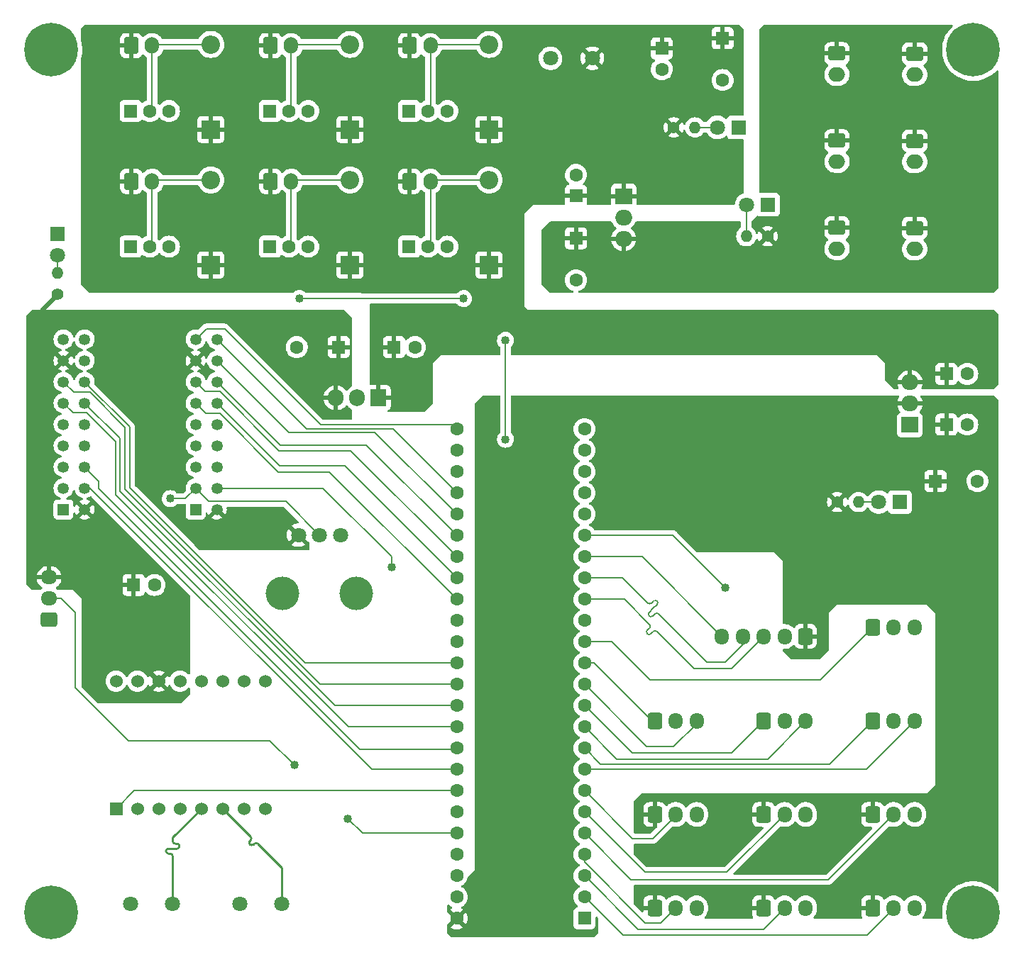
<source format=gtl>
%TF.GenerationSoftware,KiCad,Pcbnew,6.0.5-a6ca702e91~116~ubuntu20.04.1*%
%TF.CreationDate,2022-05-31T08:03:47-06:00*%
%TF.ProjectId,mainboard,6d61696e-626f-4617-9264-2e6b69636164,rev?*%
%TF.SameCoordinates,Original*%
%TF.FileFunction,Copper,L1,Top*%
%TF.FilePolarity,Positive*%
%FSLAX46Y46*%
G04 Gerber Fmt 4.6, Leading zero omitted, Abs format (unit mm)*
G04 Created by KiCad (PCBNEW 6.0.5-a6ca702e91~116~ubuntu20.04.1) date 2022-05-31 08:03:47*
%MOMM*%
%LPD*%
G01*
G04 APERTURE LIST*
G04 Aperture macros list*
%AMRoundRect*
0 Rectangle with rounded corners*
0 $1 Rounding radius*
0 $2 $3 $4 $5 $6 $7 $8 $9 X,Y pos of 4 corners*
0 Add a 4 corners polygon primitive as box body*
4,1,4,$2,$3,$4,$5,$6,$7,$8,$9,$2,$3,0*
0 Add four circle primitives for the rounded corners*
1,1,$1+$1,$2,$3*
1,1,$1+$1,$4,$5*
1,1,$1+$1,$6,$7*
1,1,$1+$1,$8,$9*
0 Add four rect primitives between the rounded corners*
20,1,$1+$1,$2,$3,$4,$5,0*
20,1,$1+$1,$4,$5,$6,$7,0*
20,1,$1+$1,$6,$7,$8,$9,0*
20,1,$1+$1,$8,$9,$2,$3,0*%
G04 Aperture macros list end*
%TA.AperFunction,ComponentPad*%
%ADD10R,1.524000X1.524000*%
%TD*%
%TA.AperFunction,ComponentPad*%
%ADD11C,1.524000*%
%TD*%
%TA.AperFunction,ComponentPad*%
%ADD12R,1.350000X1.350000*%
%TD*%
%TA.AperFunction,ComponentPad*%
%ADD13C,1.350000*%
%TD*%
%TA.AperFunction,ComponentPad*%
%ADD14C,1.803400*%
%TD*%
%TA.AperFunction,ComponentPad*%
%ADD15R,1.600200X1.600200*%
%TD*%
%TA.AperFunction,ComponentPad*%
%ADD16C,1.600200*%
%TD*%
%TA.AperFunction,ComponentPad*%
%ADD17C,1.400000*%
%TD*%
%TA.AperFunction,ComponentPad*%
%ADD18O,1.400000X1.400000*%
%TD*%
%TA.AperFunction,ComponentPad*%
%ADD19R,1.800000X1.800000*%
%TD*%
%TA.AperFunction,ComponentPad*%
%ADD20C,1.800000*%
%TD*%
%TA.AperFunction,ComponentPad*%
%ADD21R,2.000000X1.905000*%
%TD*%
%TA.AperFunction,ComponentPad*%
%ADD22O,2.000000X1.905000*%
%TD*%
%TA.AperFunction,ComponentPad*%
%ADD23O,1.905000X2.000000*%
%TD*%
%TA.AperFunction,ComponentPad*%
%ADD24R,1.905000X2.000000*%
%TD*%
%TA.AperFunction,ComponentPad*%
%ADD25C,1.600000*%
%TD*%
%TA.AperFunction,ComponentPad*%
%ADD26R,1.600000X1.600000*%
%TD*%
%TA.AperFunction,ComponentPad*%
%ADD27RoundRect,0.250000X-0.750000X0.600000X-0.750000X-0.600000X0.750000X-0.600000X0.750000X0.600000X0*%
%TD*%
%TA.AperFunction,ComponentPad*%
%ADD28O,2.000000X1.700000*%
%TD*%
%TA.AperFunction,ComponentPad*%
%ADD29O,1.700000X1.950000*%
%TD*%
%TA.AperFunction,ComponentPad*%
%ADD30RoundRect,0.250000X-0.600000X-0.725000X0.600000X-0.725000X0.600000X0.725000X-0.600000X0.725000X0*%
%TD*%
%TA.AperFunction,ComponentPad*%
%ADD31R,2.200000X2.200000*%
%TD*%
%TA.AperFunction,ComponentPad*%
%ADD32O,2.200000X2.200000*%
%TD*%
%TA.AperFunction,ComponentPad*%
%ADD33RoundRect,0.250000X-0.600000X-0.750000X0.600000X-0.750000X0.600000X0.750000X-0.600000X0.750000X0*%
%TD*%
%TA.AperFunction,ComponentPad*%
%ADD34O,1.700000X2.000000*%
%TD*%
%TA.AperFunction,ComponentPad*%
%ADD35RoundRect,0.250000X0.600000X0.725000X-0.600000X0.725000X-0.600000X-0.725000X0.600000X-0.725000X0*%
%TD*%
%TA.AperFunction,ConnectorPad*%
%ADD36C,6.400000*%
%TD*%
%TA.AperFunction,ComponentPad*%
%ADD37C,3.600000*%
%TD*%
%TA.AperFunction,ComponentPad*%
%ADD38O,1.950000X1.700000*%
%TD*%
%TA.AperFunction,ComponentPad*%
%ADD39RoundRect,0.250000X0.725000X-0.600000X0.725000X0.600000X-0.725000X0.600000X-0.725000X-0.600000X0*%
%TD*%
%TA.AperFunction,WasherPad*%
%ADD40C,4.000000*%
%TD*%
%TA.AperFunction,ViaPad*%
%ADD41C,1.016000*%
%TD*%
%TA.AperFunction,Conductor*%
%ADD42C,0.177800*%
%TD*%
%TA.AperFunction,Conductor*%
%ADD43C,0.200000*%
%TD*%
%TA.AperFunction,Conductor*%
%ADD44C,0.609600*%
%TD*%
%TA.AperFunction,Conductor*%
%ADD45C,0.254000*%
%TD*%
G04 APERTURE END LIST*
D10*
%TO.P,U5,1,MIDI_INPUT*%
%TO.N,/teensy/midi_output*%
X131750003Y-134120001D03*
D11*
%TO.P,U5,2,NC*%
%TO.N,unconnected-(U5-Pad2)*%
X134290003Y-134120001D03*
%TO.P,U5,3,MIC_IN*%
%TO.N,unconnected-(U5-Pad3)*%
X136830003Y-134120001D03*
%TO.P,U5,4,AGND*%
%TO.N,GND*%
X139370003Y-134120001D03*
%TO.P,U5,5,RIGHT_AUDIO*%
%TO.N,/MIDI module/right_audio*%
X141910003Y-134120001D03*
%TO.P,U5,6,LEFT_AUDIO*%
%TO.N,/MIDI module/left_audio*%
X144450003Y-134120001D03*
%TO.P,U5,7,DGND*%
%TO.N,GND*%
X146990003Y-134120001D03*
%TO.P,U5,8,DVcc*%
%TO.N,unconnected-(U5-Pad8)*%
X149530003Y-134120001D03*
%TO.P,U5,9,DGND*%
%TO.N,GND*%
X131750003Y-118880001D03*
%TO.P,U5,10,MIDI_INPUT*%
%TO.N,unconnected-(U5-Pad10)*%
X134290003Y-118880001D03*
%TO.P,U5,11,DVcc*%
%TO.N,+5V*%
X136830003Y-118880001D03*
%TO.P,U5,12,NC*%
%TO.N,unconnected-(U5-Pad12)*%
X139370003Y-118880001D03*
%TO.P,U5,13,NC*%
%TO.N,unconnected-(U5-Pad13)*%
X141910003Y-118880001D03*
%TO.P,U5,14,NC*%
%TO.N,unconnected-(U5-Pad14)*%
X144450003Y-118880001D03*
%TO.P,U5,15,DGND*%
%TO.N,GND*%
X146990003Y-118880001D03*
%TO.P,U5,16,NC*%
%TO.N,unconnected-(U5-Pad16)*%
X149530003Y-118880001D03*
%TD*%
D12*
%TO.P,J20,1,Pin_1*%
%TO.N,GND*%
X125459998Y-98388500D03*
D13*
%TO.P,J20,2,Pin_2*%
%TO.N,+5V*%
X127999998Y-98388500D03*
%TO.P,J20,3,Pin_3*%
%TO.N,/LCDs/lcd_contrast*%
X125459998Y-95848500D03*
%TO.P,J20,4,Pin_4*%
%TO.N,/teensy/PC_LCD_RS*%
X127999998Y-95848500D03*
%TO.P,J20,5,Pin_5*%
%TO.N,GND*%
X125459998Y-93308500D03*
%TO.P,J20,6,Pin_6*%
%TO.N,/teensy/PC_LCD_EN*%
X127999998Y-93308500D03*
%TO.P,J20,7,Pin_7*%
%TO.N,unconnected-(J20-Pad7)*%
X125459998Y-90768500D03*
%TO.P,J20,8,Pin_8*%
%TO.N,unconnected-(J20-Pad8)*%
X127999998Y-90768500D03*
%TO.P,J20,9,Pin_9*%
%TO.N,unconnected-(J20-Pad9)*%
X125459998Y-88228500D03*
%TO.P,J20,10,Pin_10*%
%TO.N,unconnected-(J20-Pad10)*%
X127999998Y-88228500D03*
%TO.P,J20,11,Pin_11*%
%TO.N,/teensy/PC_LCD_D4*%
X125459998Y-85688500D03*
%TO.P,J20,12,Pin_12*%
%TO.N,/teensy/PC_LCD_D5*%
X127999998Y-85688500D03*
%TO.P,J20,13,Pin_13*%
%TO.N,/teensy/PC_LCD_D6*%
X125459998Y-83148500D03*
%TO.P,J20,14,Pin_14*%
%TO.N,/teensy/PC_LCD_D7*%
X127999998Y-83148500D03*
%TO.P,J20,15,Pin_15*%
%TO.N,+5V*%
X125459998Y-80608500D03*
%TO.P,J20,16,Pin_16*%
%TO.N,/teensy/red_cathode*%
X127999998Y-80608500D03*
%TO.P,J20,17,Pin_17*%
%TO.N,/teensy/green_cathode*%
X125459998Y-78068500D03*
%TO.P,J20,18,Pin_18*%
%TO.N,/teensy/blue_cathode*%
X127999998Y-78068500D03*
%TD*%
D12*
%TO.P,J21,1,Pin_1*%
%TO.N,GND*%
X141230002Y-98388500D03*
D13*
%TO.P,J21,2,Pin_2*%
%TO.N,+5V*%
X143770002Y-98388500D03*
%TO.P,J21,3,Pin_3*%
%TO.N,/LCDs/lcd_contrast*%
X141230002Y-95848500D03*
%TO.P,J21,4,Pin_4*%
%TO.N,/teensy/effect_LCD_RS*%
X143770002Y-95848500D03*
%TO.P,J21,5,Pin_5*%
%TO.N,GND*%
X141230002Y-93308500D03*
%TO.P,J21,6,Pin_6*%
%TO.N,/teensy/effect_LCD_EN*%
X143770002Y-93308500D03*
%TO.P,J21,7,Pin_7*%
%TO.N,unconnected-(J21-Pad7)*%
X141230002Y-90768500D03*
%TO.P,J21,8,Pin_8*%
%TO.N,unconnected-(J21-Pad8)*%
X143770002Y-90768500D03*
%TO.P,J21,9,Pin_9*%
%TO.N,unconnected-(J21-Pad9)*%
X141230002Y-88228500D03*
%TO.P,J21,10,Pin_10*%
%TO.N,unconnected-(J21-Pad10)*%
X143770002Y-88228500D03*
%TO.P,J21,11,Pin_11*%
%TO.N,/teensy/effect_LCD_D4*%
X141230002Y-85688500D03*
%TO.P,J21,12,Pin_12*%
%TO.N,/teensy/effect_LCD_D5*%
X143770002Y-85688500D03*
%TO.P,J21,13,Pin_13*%
%TO.N,/teensy/effect_LCD_D6*%
X141230002Y-83148500D03*
%TO.P,J21,14,Pin_14*%
%TO.N,/teensy/effect_LCD_D7*%
X143770002Y-83148500D03*
%TO.P,J21,15,Pin_15*%
%TO.N,+5V*%
X141230002Y-80608500D03*
%TO.P,J21,16,Pin_16*%
%TO.N,/teensy/red_cathode*%
X143770002Y-80608500D03*
%TO.P,J21,17,Pin_17*%
%TO.N,/teensy/green_cathode*%
X141230002Y-78068500D03*
%TO.P,J21,18,Pin_18*%
%TO.N,/teensy/blue_cathode*%
X143770002Y-78068500D03*
%TD*%
D14*
%TO.P,J25,1,Pin_1*%
%TO.N,GND*%
X146500012Y-145499988D03*
%TO.P,J25,2,Pin_2*%
%TO.N,/MIDI module/left_audio*%
X151500012Y-145499988D03*
%TD*%
%TO.P,J19,1,Pin_1*%
%TO.N,+12V*%
X188563000Y-44500000D03*
%TO.P,J19,2,Pin_2*%
%TO.N,GND*%
X183563000Y-44500000D03*
%TD*%
%TO.P,J24,1,Pin_1*%
%TO.N,GND*%
X133500000Y-145500000D03*
%TO.P,J24,2,Pin_2*%
%TO.N,/MIDI module/right_audio*%
X138500000Y-145500000D03*
%TD*%
D15*
%TO.P,Q4,1,G*%
%TO.N,/teensy/el_wire_3*%
X133485204Y-66999993D03*
D16*
%TO.P,Q4,2,D*%
%TO.N,Net-(D4-Pad2)*%
X135771204Y-66999993D03*
%TO.P,Q4,3,S*%
%TO.N,GND*%
X138057204Y-66999993D03*
%TD*%
D15*
%TO.P,Q5,1,G*%
%TO.N,/teensy/el_wire_4*%
X150091400Y-67000000D03*
D16*
%TO.P,Q5,2,D*%
%TO.N,Net-(D5-Pad2)*%
X152377400Y-67000000D03*
%TO.P,Q5,3,S*%
%TO.N,GND*%
X154663400Y-67000000D03*
%TD*%
D15*
%TO.P,Q1,1,G*%
%TO.N,/teensy/el_wire_0*%
X133485200Y-50806200D03*
D16*
%TO.P,Q1,2,D*%
%TO.N,Net-(D1-Pad2)*%
X135771200Y-50806200D03*
%TO.P,Q1,3,S*%
%TO.N,GND*%
X138057200Y-50806200D03*
%TD*%
D15*
%TO.P,Q3,1,G*%
%TO.N,/teensy/el_wire_2*%
X166697600Y-50806193D03*
D16*
%TO.P,Q3,2,D*%
%TO.N,Net-(D3-Pad2)*%
X168983600Y-50806193D03*
%TO.P,Q3,3,S*%
%TO.N,GND*%
X171269600Y-50806193D03*
%TD*%
D15*
%TO.P,Q6,1,G*%
%TO.N,/teensy/el_wire_5*%
X166697600Y-67000000D03*
D16*
%TO.P,Q6,2,D*%
%TO.N,Net-(D6-Pad2)*%
X168983600Y-67000000D03*
%TO.P,Q6,3,S*%
%TO.N,GND*%
X171269600Y-67000000D03*
%TD*%
D15*
%TO.P,Q2,1,G*%
%TO.N,/teensy/el_wire_1*%
X150091400Y-50806200D03*
D16*
%TO.P,Q2,2,D*%
%TO.N,Net-(D2-Pad2)*%
X152377400Y-50806200D03*
%TO.P,Q2,3,S*%
%TO.N,GND*%
X154663400Y-50806200D03*
%TD*%
D17*
%TO.P,R6,1*%
%TO.N,+3V3*%
X217780000Y-97500000D03*
D18*
%TO.P,R6,2*%
%TO.N,Net-(D10-Pad2)*%
X220320000Y-97500000D03*
%TD*%
D17*
%TO.P,R5,1*%
%TO.N,+5V*%
X124750000Y-72720000D03*
D18*
%TO.P,R5,2*%
%TO.N,Net-(D9-Pad2)*%
X124750000Y-70180000D03*
%TD*%
D17*
%TO.P,R4,1*%
%TO.N,+12V*%
X198280000Y-52750000D03*
D18*
%TO.P,R4,2*%
%TO.N,Net-(D8-Pad2)*%
X200820000Y-52750000D03*
%TD*%
D17*
%TO.P,R3,1*%
%TO.N,+8V*%
X209470000Y-65750000D03*
D18*
%TO.P,R3,2*%
%TO.N,Net-(D7-Pad2)*%
X206930000Y-65750000D03*
%TD*%
D19*
%TO.P,D10,1,K*%
%TO.N,GND*%
X225275000Y-97500000D03*
D20*
%TO.P,D10,2,A*%
%TO.N,Net-(D10-Pad2)*%
X222735000Y-97500000D03*
%TD*%
D19*
%TO.P,D9,1,K*%
%TO.N,GND*%
X124750000Y-65475000D03*
D20*
%TO.P,D9,2,A*%
%TO.N,Net-(D9-Pad2)*%
X124750000Y-68015000D03*
%TD*%
D19*
%TO.P,D8,1,K*%
%TO.N,GND*%
X206025000Y-52750000D03*
D20*
%TO.P,D8,2,A*%
%TO.N,Net-(D8-Pad2)*%
X203485000Y-52750000D03*
%TD*%
D19*
%TO.P,D7,1,K*%
%TO.N,GND*%
X209525000Y-62000000D03*
D20*
%TO.P,D7,2,A*%
%TO.N,Net-(D7-Pad2)*%
X206985000Y-62000000D03*
%TD*%
D21*
%TO.P,U4,1,ADJ/GND*%
%TO.N,GND*%
X226445000Y-88290000D03*
D22*
%TO.P,U4,2,OUT*%
%TO.N,+3V3*%
X226445000Y-85750000D03*
%TO.P,U4,3,IN*%
%TO.N,+12V*%
X226445000Y-83210000D03*
%TD*%
%TO.P,U2,3,OUT*%
%TO.N,+8V*%
X192305000Y-66043000D03*
%TO.P,U2,2,GND*%
%TO.N,GND*%
X192305000Y-63503000D03*
D21*
%TO.P,U2,1,IN*%
%TO.N,+12V*%
X192305000Y-60963000D03*
%TD*%
D23*
%TO.P,U3,3,OUT*%
%TO.N,+5V*%
X157960000Y-85051000D03*
%TO.P,U3,2,GND*%
%TO.N,GND*%
X160500000Y-85051000D03*
D24*
%TO.P,U3,1,IN*%
%TO.N,+12V*%
X163040000Y-85051000D03*
%TD*%
D25*
%TO.P,U1,48,VIN*%
%TO.N,+3V3*%
X172380000Y-147210000D03*
%TO.P,U1,47,GND*%
%TO.N,GND*%
X172380000Y-144670000D03*
%TO.P,U1,46,3V3*%
%TO.N,unconnected-(U1-Pad46)*%
X172380000Y-142130000D03*
%TO.P,U1,45,23_A9_CRX1_MCLK1*%
%TO.N,/teensy/effect_LCD_RS*%
X172380000Y-139590000D03*
%TO.P,U1,44,22_A8_CTX1*%
%TO.N,/teensy/neopixel_data*%
X172380000Y-137050000D03*
%TO.P,U1,43,21_A7_RX5_BCLK1*%
%TO.N,unconnected-(U1-Pad43)*%
X172380000Y-134510000D03*
%TO.P,U1,42,20_A6_TX5_LRCLK1*%
%TO.N,/teensy/midi_output*%
X172380000Y-131970000D03*
%TO.P,U1,41,19_A5_SCL*%
%TO.N,/teensy/PC_LCD_RS*%
X172380000Y-129430000D03*
%TO.P,U1,40,18_A4_SDA*%
%TO.N,/teensy/PC_LCD_EN*%
X172380000Y-126890000D03*
%TO.P,U1,39,17_A3_TX4_SDA1*%
%TO.N,/teensy/PC_LCD_D4*%
X172380000Y-124350000D03*
%TO.P,U1,38,16_A2_RX4_SCL1*%
%TO.N,/teensy/PC_LCD_D5*%
X172380000Y-121810000D03*
%TO.P,U1,37,15_A1_RX3_SPDIF_IN*%
%TO.N,/teensy/PC_LCD_D6*%
X172380000Y-119270000D03*
%TO.P,U1,36,14_A0_TX3_SPDIF_OUT*%
%TO.N,/teensy/PC_LCD_D7*%
X172380000Y-116730000D03*
%TO.P,U1,35,13_SCK_LED*%
%TO.N,unconnected-(U1-Pad35)*%
X172380000Y-114190000D03*
%TO.P,U1,34,GND*%
%TO.N,GND*%
X172380000Y-111650000D03*
%TO.P,U1,33,41_A17*%
%TO.N,/teensy/effect_LCD_D4*%
X172380000Y-109110000D03*
%TO.P,U1,32,40_A16*%
%TO.N,/teensy/effect_LCD_D5*%
X172380000Y-106570000D03*
%TO.P,U1,31,39_MISO1_OUT1A*%
%TO.N,/teensy/effect_LCD_D6*%
X172380000Y-104030000D03*
%TO.P,U1,30,38_CS1_IN1*%
%TO.N,/teensy/effect_LCD_D7*%
X172380000Y-101490000D03*
%TO.P,U1,29,37_CS*%
%TO.N,/teensy/red_cathode*%
X172380000Y-98950000D03*
%TO.P,U1,28,36_CS*%
%TO.N,/teensy/blue_cathode*%
X172380000Y-96410000D03*
%TO.P,U1,27,35_TX8*%
%TO.N,/teensy/effect_LCD_EN*%
X172380000Y-93870000D03*
%TO.P,U1,26,34_RX8*%
%TO.N,/teensy/el_wire_3*%
X172380000Y-91330000D03*
%TO.P,U1,25,33_MCLK2*%
%TO.N,/teensy/green_cathode*%
X172380000Y-88790000D03*
%TO.P,U1,24,32_OUT1B*%
%TO.N,/teensy/el_wire_2*%
X187620000Y-88790000D03*
%TO.P,U1,23,31_CTX3*%
%TO.N,/teensy/el_wire_5*%
X187620000Y-91330000D03*
%TO.P,U1,22,30_CRX3*%
%TO.N,/teensy/el_wire_1*%
X187620000Y-93870000D03*
%TO.P,U1,21,29_TX7*%
%TO.N,/teensy/el_wire_4*%
X187620000Y-96410000D03*
%TO.P,U1,20,28_RX7*%
%TO.N,/teensy/el_wire_0*%
X187620000Y-98950000D03*
%TO.P,U1,19,27_A13_SCK1*%
%TO.N,/teensy/pc_encoder_B*%
X187620000Y-101490000D03*
%TO.P,U1,18,26_A12_MOSI1*%
%TO.N,/teensy/xshut*%
X187620000Y-104030000D03*
%TO.P,U1,17,25_A11_RX6_SDA2*%
%TO.N,/teensy/SDA*%
X187620000Y-106570000D03*
%TO.P,U1,16,24_A10_TX6_SCL2*%
%TO.N,/teensy/SCL*%
X187620000Y-109110000D03*
%TO.P,U1,15,3V3*%
%TO.N,unconnected-(U1-Pad15)*%
X187620000Y-111650000D03*
%TO.P,U1,14,12_MISO_MQSL*%
%TO.N,/teensy/pc_encoder_A*%
X187620000Y-114190000D03*
%TO.P,U1,13,11_MOSI_CTX1*%
%TO.N,/teensy/transpose_encoder_A*%
X187620000Y-116730000D03*
%TO.P,U1,12,10_CS_MQSR*%
%TO.N,/teensy/transpose_encoder_B*%
X187620000Y-119270000D03*
%TO.P,U1,11,9_OUT1C*%
%TO.N,/teensy/effect_encoder_A*%
X187620000Y-121810000D03*
%TO.P,U1,10,8_TX2_IN1*%
%TO.N,/teensy/effect_encoder_B*%
X187620000Y-124350000D03*
%TO.P,U1,9,7_RX2_OUT1A*%
%TO.N,/teensy/effect_level_encoder_A*%
X187620000Y-126890000D03*
%TO.P,U1,8,6_OUT1D*%
%TO.N,/teensy/effect_level_encoder_B*%
X187620000Y-129430000D03*
%TO.P,U1,7,5_IN2*%
%TO.N,/teensy/receiver_input_0*%
X187620000Y-131970000D03*
%TO.P,U1,6,4_BCLK2*%
%TO.N,/teensy/receiver_input_1*%
X187620000Y-134510000D03*
%TO.P,U1,5,3_LRCLK2*%
%TO.N,/teensy/receiver_input_2*%
X187620000Y-137050000D03*
%TO.P,U1,4,2_OUT2*%
%TO.N,/teensy/receiver_input_3*%
X187620000Y-139590000D03*
%TO.P,U1,3,1_TX1_CTX2_MISO1*%
%TO.N,/teensy/receiver_input_4*%
X187620000Y-142130000D03*
%TO.P,U1,2,0_RX1_CRX2_CS1*%
%TO.N,/teensy/receiver_input_5*%
X187620000Y-144670000D03*
D26*
%TO.P,U1,1,GND*%
%TO.N,GND*%
X187620000Y-147210000D03*
%TD*%
D27*
%TO.P,J18,1,Pin_1*%
%TO.N,+8V*%
X217750000Y-64750000D03*
D28*
%TO.P,J18,2,Pin_2*%
%TO.N,GND*%
X217750000Y-67250000D03*
%TD*%
D29*
%TO.P,J5,3,Pin_3*%
%TO.N,GND*%
X214000000Y-145975000D03*
%TO.P,J5,2,Pin_2*%
%TO.N,/teensy/receiver_input_4*%
X211500000Y-145975000D03*
D30*
%TO.P,J5,1,Pin_1*%
%TO.N,+3V3*%
X209000000Y-145975000D03*
%TD*%
D31*
%TO.P,D4,1,K*%
%TO.N,+12V*%
X143037600Y-69193800D03*
D32*
%TO.P,D4,2,A*%
%TO.N,Net-(D4-Pad2)*%
X143037600Y-59033800D03*
%TD*%
D33*
%TO.P,J11,1,Pin_1*%
%TO.N,+12V*%
X150143800Y-59193800D03*
D34*
%TO.P,J11,2,Pin_2*%
%TO.N,Net-(D5-Pad2)*%
X152643800Y-59193800D03*
%TD*%
%TO.P,J9,2,Pin_2*%
%TO.N,Net-(D3-Pad2)*%
X169250000Y-42999993D03*
D33*
%TO.P,J9,1,Pin_1*%
%TO.N,+12V*%
X166750000Y-42999993D03*
%TD*%
D26*
%TO.P,C7,1*%
%TO.N,+3V3*%
X229500000Y-95000000D03*
D25*
%TO.P,C7,2*%
%TO.N,GND*%
X234500000Y-95000000D03*
%TD*%
D31*
%TO.P,D2,1,K*%
%TO.N,+12V*%
X159643800Y-53000000D03*
D32*
%TO.P,D2,2,A*%
%TO.N,Net-(D2-Pad2)*%
X159643800Y-42840000D03*
%TD*%
D25*
%TO.P,C4,2*%
%TO.N,GND*%
X153300000Y-79000000D03*
D26*
%TO.P,C4,1*%
%TO.N,+5V*%
X158300000Y-79000000D03*
%TD*%
D29*
%TO.P,J23,5,Pin_5*%
%TO.N,/teensy/xshut*%
X204000000Y-113550000D03*
%TO.P,J23,4,Pin_4*%
%TO.N,/teensy/SDA*%
X206500000Y-113550000D03*
%TO.P,J23,3,Pin_3*%
%TO.N,/teensy/SCL*%
X209000000Y-113550000D03*
%TO.P,J23,2,Pin_2*%
%TO.N,GND*%
X211500000Y-113550000D03*
D35*
%TO.P,J23,1,Pin_1*%
%TO.N,+3V3*%
X214000000Y-113550000D03*
%TD*%
D30*
%TO.P,SW1,1,A*%
%TO.N,/teensy/pc_encoder_A*%
X222000000Y-112500000D03*
D29*
%TO.P,SW1,2,C*%
%TO.N,GND*%
X224500000Y-112500000D03*
%TO.P,SW1,3,B*%
%TO.N,/teensy/pc_encoder_B*%
X227000000Y-112500000D03*
%TD*%
D28*
%TO.P,J13,2,Pin_2*%
%TO.N,GND*%
X227025000Y-46449991D03*
D27*
%TO.P,J13,1,Pin_1*%
%TO.N,+8V*%
X227025000Y-43949991D03*
%TD*%
D29*
%TO.P,SW4,3,B*%
%TO.N,/teensy/effect_level_encoder_B*%
X227000000Y-123658333D03*
%TO.P,SW4,2,C*%
%TO.N,GND*%
X224500000Y-123658333D03*
D30*
%TO.P,SW4,1,A*%
%TO.N,/teensy/effect_level_encoder_A*%
X222000000Y-123658333D03*
%TD*%
D26*
%TO.P,C9,1*%
%TO.N,+12V*%
X204100000Y-42100000D03*
D25*
%TO.P,C9,2*%
%TO.N,GND*%
X204100000Y-47100000D03*
%TD*%
D30*
%TO.P,J3,1,Pin_1*%
%TO.N,+3V3*%
X222000000Y-134816666D03*
D29*
%TO.P,J3,2,Pin_2*%
%TO.N,/teensy/receiver_input_2*%
X224500000Y-134816666D03*
%TO.P,J3,3,Pin_3*%
%TO.N,GND*%
X227000000Y-134816666D03*
%TD*%
D27*
%TO.P,J17,1,Pin_1*%
%TO.N,+8V*%
X217750000Y-54340000D03*
D28*
%TO.P,J17,2,Pin_2*%
%TO.N,GND*%
X217750000Y-56840000D03*
%TD*%
D36*
%TO.P,H2,1,1*%
%TO.N,GND*%
X124000006Y-43499989D03*
D37*
X124000006Y-43499989D03*
%TD*%
D36*
%TO.P,H1,1,1*%
%TO.N,GND*%
X233999989Y-43499989D03*
D37*
X233999989Y-43499989D03*
%TD*%
D26*
%TO.P,C8,1*%
%TO.N,+12V*%
X196856200Y-43317621D03*
D25*
%TO.P,C8,2*%
%TO.N,GND*%
X196856200Y-45817621D03*
%TD*%
D27*
%TO.P,J15,1,Pin_1*%
%TO.N,+8V*%
X227025000Y-64770000D03*
D28*
%TO.P,J15,2,Pin_2*%
%TO.N,GND*%
X227025000Y-67270000D03*
%TD*%
D30*
%TO.P,J1,1,Pin_1*%
%TO.N,+3V3*%
X196000000Y-134816666D03*
D29*
%TO.P,J1,2,Pin_2*%
%TO.N,/teensy/receiver_input_0*%
X198500000Y-134816666D03*
%TO.P,J1,3,Pin_3*%
%TO.N,GND*%
X201000000Y-134816666D03*
%TD*%
D36*
%TO.P,H4,1,1*%
%TO.N,GND*%
X233999989Y-146500012D03*
D37*
X233999989Y-146500012D03*
%TD*%
D30*
%TO.P,J4,1,Pin_1*%
%TO.N,+3V3*%
X196000000Y-145975000D03*
D29*
%TO.P,J4,2,Pin_2*%
%TO.N,/teensy/receiver_input_3*%
X198500000Y-145975000D03*
%TO.P,J4,3,Pin_3*%
%TO.N,GND*%
X201000000Y-145975000D03*
%TD*%
D31*
%TO.P,D3,1,K*%
%TO.N,+12V*%
X176250000Y-52999993D03*
D32*
%TO.P,D3,2,A*%
%TO.N,Net-(D3-Pad2)*%
X176250000Y-42839993D03*
%TD*%
D28*
%TO.P,J16,2,Pin_2*%
%TO.N,GND*%
X217750000Y-46430000D03*
D27*
%TO.P,J16,1,Pin_1*%
%TO.N,+8V*%
X217750000Y-43930000D03*
%TD*%
D33*
%TO.P,J12,1,Pin_1*%
%TO.N,+12V*%
X166750000Y-59193800D03*
D34*
%TO.P,J12,2,Pin_2*%
%TO.N,Net-(D6-Pad2)*%
X169250000Y-59193800D03*
%TD*%
D31*
%TO.P,D5,1,K*%
%TO.N,+12V*%
X159643800Y-69193800D03*
D32*
%TO.P,D5,2,A*%
%TO.N,Net-(D5-Pad2)*%
X159643800Y-59033800D03*
%TD*%
D26*
%TO.P,C10,1*%
%TO.N,+5V*%
X133825721Y-107400000D03*
D25*
%TO.P,C10,2*%
%TO.N,GND*%
X136325721Y-107400000D03*
%TD*%
%TO.P,C3,2*%
%TO.N,GND*%
X167403631Y-79000000D03*
D26*
%TO.P,C3,1*%
%TO.N,+12V*%
X164903631Y-79000000D03*
%TD*%
D33*
%TO.P,J8,1,Pin_1*%
%TO.N,+12V*%
X150143800Y-43000000D03*
D34*
%TO.P,J8,2,Pin_2*%
%TO.N,Net-(D2-Pad2)*%
X152643800Y-43000000D03*
%TD*%
D38*
%TO.P,J22,3,Pin_3*%
%TO.N,+5V*%
X123750000Y-106500000D03*
%TO.P,J22,2,Pin_2*%
%TO.N,/teensy/neopixel_data*%
X123750000Y-109000000D03*
D39*
%TO.P,J22,1,Pin_1*%
%TO.N,GND*%
X123750000Y-111500000D03*
%TD*%
D26*
%TO.P,C6,1*%
%TO.N,+3V3*%
X230803631Y-88250000D03*
D25*
%TO.P,C6,2*%
%TO.N,GND*%
X233303631Y-88250000D03*
%TD*%
D33*
%TO.P,J10,1,Pin_1*%
%TO.N,+12V*%
X133537600Y-59193800D03*
D34*
%TO.P,J10,2,Pin_2*%
%TO.N,Net-(D4-Pad2)*%
X136037600Y-59193800D03*
%TD*%
D26*
%TO.P,C1,1*%
%TO.N,+12V*%
X186615000Y-60933369D03*
D25*
%TO.P,C1,2*%
%TO.N,GND*%
X186615000Y-58433369D03*
%TD*%
D29*
%TO.P,J2,3,Pin_3*%
%TO.N,GND*%
X214000000Y-134816666D03*
%TO.P,J2,2,Pin_2*%
%TO.N,/teensy/receiver_input_1*%
X211500000Y-134816666D03*
D30*
%TO.P,J2,1,Pin_1*%
%TO.N,+3V3*%
X209000000Y-134816666D03*
%TD*%
D31*
%TO.P,D6,1,K*%
%TO.N,+12V*%
X176250000Y-69193800D03*
D32*
%TO.P,D6,2,A*%
%TO.N,Net-(D6-Pad2)*%
X176250000Y-59033800D03*
%TD*%
D33*
%TO.P,J7,1,Pin_1*%
%TO.N,+12V*%
X133537600Y-43000000D03*
D34*
%TO.P,J7,2,Pin_2*%
%TO.N,Net-(D1-Pad2)*%
X136037600Y-43000000D03*
%TD*%
D26*
%TO.P,C2,1*%
%TO.N,+8V*%
X186615000Y-66000000D03*
D25*
%TO.P,C2,2*%
%TO.N,GND*%
X186615000Y-71000000D03*
%TD*%
D31*
%TO.P,D1,1,K*%
%TO.N,+12V*%
X143037600Y-53000000D03*
D32*
%TO.P,D1,2,A*%
%TO.N,Net-(D1-Pad2)*%
X143037600Y-42840000D03*
%TD*%
D27*
%TO.P,J14,1,Pin_1*%
%TO.N,+8V*%
X227025000Y-54360000D03*
D28*
%TO.P,J14,2,Pin_2*%
%TO.N,GND*%
X227025000Y-56860000D03*
%TD*%
D29*
%TO.P,J6,3,Pin_3*%
%TO.N,GND*%
X227000000Y-145975000D03*
%TO.P,J6,2,Pin_2*%
%TO.N,/teensy/receiver_input_5*%
X224500000Y-145975000D03*
D30*
%TO.P,J6,1,Pin_1*%
%TO.N,+3V3*%
X222000000Y-145975000D03*
%TD*%
D37*
%TO.P,H3,1,1*%
%TO.N,GND*%
X124000006Y-146500012D03*
D36*
X124000006Y-146500012D03*
%TD*%
D20*
%TO.P,RV1,3,3*%
%TO.N,GND*%
X158500000Y-101450000D03*
%TO.P,RV1,2,2*%
%TO.N,/LCDs/lcd_contrast*%
X156000000Y-101450000D03*
%TO.P,RV1,1,1*%
%TO.N,+5V*%
X153500000Y-101450000D03*
D40*
%TO.P,RV1,*%
%TO.N,*%
X151600000Y-108450000D03*
X160400000Y-108450000D03*
%TD*%
D29*
%TO.P,SW3,3,B*%
%TO.N,/teensy/effect_encoder_B*%
X214000000Y-123658333D03*
%TO.P,SW3,2,C*%
%TO.N,GND*%
X211500000Y-123658333D03*
D30*
%TO.P,SW3,1,A*%
%TO.N,/teensy/effect_encoder_A*%
X209000000Y-123658333D03*
%TD*%
D26*
%TO.P,C5,1*%
%TO.N,+12V*%
X230803631Y-82196369D03*
D25*
%TO.P,C5,2*%
%TO.N,GND*%
X233303631Y-82196369D03*
%TD*%
D29*
%TO.P,SW2,3,B*%
%TO.N,/teensy/transpose_encoder_B*%
X201000000Y-123658333D03*
%TO.P,SW2,2,C*%
%TO.N,GND*%
X198500000Y-123658333D03*
D30*
%TO.P,SW2,1,A*%
%TO.N,/teensy/transpose_encoder_A*%
X196000000Y-123658333D03*
%TD*%
D41*
%TO.N,/teensy/neopixel_data*%
X159400011Y-135300009D03*
X152999999Y-128899996D03*
%TO.N,/LCDs/lcd_contrast*%
X138200003Y-97100009D03*
%TO.N,/teensy/el_wire_0*%
X178199999Y-89999998D03*
X178199999Y-78199996D03*
X153599998Y-73200006D03*
X173200009Y-73200006D03*
%TO.N,/teensy/effect_LCD_RS*%
X164600001Y-105299993D03*
%TO.N,/teensy/pc_encoder_B*%
X204399998Y-107699988D03*
%TD*%
D42*
%TO.N,/teensy/neopixel_data*%
X161150000Y-137050000D02*
X159400000Y-135300000D01*
X172380000Y-137050000D02*
X161150000Y-137050000D01*
X126900000Y-119700000D02*
X126900000Y-110700000D01*
X153000000Y-128900000D02*
X150100000Y-126000000D01*
X133200000Y-126000000D02*
X126900000Y-119700000D01*
X150100000Y-126000000D02*
X133200000Y-126000000D01*
X126900000Y-110700000D02*
X125200000Y-109000000D01*
X125200000Y-109000000D02*
X123750000Y-109000000D01*
D43*
%TO.N,/teensy/receiver_input_5*%
X187620000Y-144670000D02*
X192200000Y-149250000D01*
X192200000Y-149250000D02*
X221350000Y-149250000D01*
X221350000Y-149250000D02*
X224500000Y-146100000D01*
%TO.N,/teensy/receiver_input_4*%
X187620000Y-142130000D02*
X193990000Y-148500000D01*
X193990000Y-148500000D02*
X208975000Y-148500000D01*
X208975000Y-148500000D02*
X211500000Y-145975000D01*
%TO.N,/teensy/receiver_input_3*%
X187620000Y-139590000D02*
X187620000Y-140520000D01*
X187620000Y-140520000D02*
X194850000Y-147750000D01*
X194850000Y-147750000D02*
X196750000Y-147750000D01*
X196750000Y-147750000D02*
X198500000Y-146000000D01*
X198500000Y-146000000D02*
X198500000Y-145975000D01*
%TO.N,/LCDs/lcd_contrast*%
X138200000Y-97100000D02*
X139978502Y-97100000D01*
X139978502Y-97100000D02*
X141230002Y-95848500D01*
%TO.N,/teensy/PC_LCD_D7*%
X128000004Y-83148500D02*
X133400000Y-88548496D01*
X133400000Y-88548496D02*
X133400000Y-95800000D01*
X133400000Y-95800000D02*
X154330000Y-116730000D01*
X154330000Y-116730000D02*
X172380000Y-116730000D01*
%TO.N,/teensy/PC_LCD_D6*%
X125460004Y-83148500D02*
X126711504Y-84400000D01*
X126711504Y-84400000D02*
X128600000Y-84400000D01*
X128600000Y-84400000D02*
X132800000Y-88600000D01*
X132800000Y-88600000D02*
X132800000Y-96000000D01*
X156070000Y-119270000D02*
X172380000Y-119270000D01*
X132800000Y-96000000D02*
X156070000Y-119270000D01*
%TO.N,/teensy/PC_LCD_D5*%
X172380000Y-121810000D02*
X157810000Y-121810000D01*
X157810000Y-121810000D02*
X132200000Y-96200000D01*
X132200000Y-96200000D02*
X132200000Y-89888496D01*
X132200000Y-89888496D02*
X128000004Y-85688500D01*
%TO.N,/teensy/PC_LCD_D4*%
X125460004Y-85688500D02*
X126571504Y-86800000D01*
X126571504Y-86800000D02*
X128200000Y-86800000D01*
X128200000Y-86800000D02*
X131700000Y-90300000D01*
X131700000Y-90300000D02*
X131700000Y-96600000D01*
X131700000Y-96600000D02*
X159450000Y-124350000D01*
X159450000Y-124350000D02*
X172380000Y-124350000D01*
%TO.N,Net-(D8-Pad2)*%
X200820000Y-52750000D02*
X203485000Y-52750000D01*
D44*
%TO.N,+5V*%
X125460004Y-80608500D02*
X123000000Y-78148496D01*
X123000000Y-78148496D02*
X123000000Y-74470000D01*
X123000000Y-74470000D02*
X124750000Y-72720000D01*
D43*
%TO.N,Net-(D9-Pad2)*%
X124750000Y-68015000D02*
X124750000Y-70180000D01*
%TO.N,Net-(D4-Pad2)*%
X136037600Y-59193800D02*
X136037600Y-66733600D01*
X136037600Y-66733600D02*
X135771200Y-67000000D01*
X143037600Y-59033800D02*
X136197600Y-59033800D01*
X136197600Y-59033800D02*
X136037600Y-59193800D01*
%TO.N,Net-(D5-Pad2)*%
X152643800Y-59193800D02*
X152643800Y-66733600D01*
X152643800Y-66733600D02*
X152377400Y-67000000D01*
X159643800Y-59033800D02*
X152803800Y-59033800D01*
X152803800Y-59033800D02*
X152643800Y-59193800D01*
%TO.N,Net-(D6-Pad2)*%
X169250000Y-59193800D02*
X169250000Y-66733600D01*
X169250000Y-66733600D02*
X168983600Y-67000000D01*
X176250000Y-59033800D02*
X169410000Y-59033800D01*
X169410000Y-59033800D02*
X169250000Y-59193800D01*
%TO.N,Net-(D3-Pad2)*%
X169250000Y-42999993D02*
X169250000Y-50539793D01*
X169250000Y-50539793D02*
X168983600Y-50806193D01*
X176250000Y-42839993D02*
X169410000Y-42839993D01*
X169410000Y-42839993D02*
X169250000Y-42999993D01*
%TO.N,Net-(D2-Pad2)*%
X152643800Y-43000000D02*
X152643800Y-50539800D01*
X152643800Y-50539800D02*
X152377400Y-50806200D01*
X159643800Y-42840000D02*
X152803800Y-42840000D01*
X152803800Y-42840000D02*
X152643800Y-43000000D01*
%TO.N,Net-(D1-Pad2)*%
X143037600Y-42840000D02*
X136197600Y-42840000D01*
X136197600Y-42840000D02*
X136037600Y-43000000D01*
X136037600Y-43000000D02*
X136037600Y-50539800D01*
X136037600Y-50539800D02*
X135771200Y-50806200D01*
%TO.N,/teensy/xshut*%
X187620000Y-104030000D02*
X194480000Y-104030000D01*
%TO.N,/teensy/SDA*%
X204400000Y-116600000D02*
X206500000Y-114500000D01*
X202200000Y-116600000D02*
X204400000Y-116600000D01*
X196447790Y-110847791D02*
X202200000Y-116600000D01*
X196447790Y-110847790D02*
X196447790Y-110847791D01*
X196447832Y-110847748D02*
G75*
G03*
X196023525Y-110847791I-212132J-212152D01*
G01*
X195339904Y-111107151D02*
X195339903Y-111107150D01*
X195339922Y-111107133D02*
G75*
G02*
X195339903Y-110682886I212078J212133D01*
G01*
X195811395Y-110211395D02*
X195339903Y-110682886D01*
X195811396Y-110211397D02*
X195811395Y-110211395D01*
X196282887Y-109739905D02*
X195811396Y-110211397D01*
X196282886Y-109739906D02*
X196282887Y-109739905D01*
X196282913Y-109739933D02*
G75*
G03*
X196282887Y-109315641I-212113J212133D01*
G01*
%TO.N,/teensy/SCL*%
X195400000Y-112524264D02*
X195117157Y-112807106D01*
%TO.N,/teensy/SDA*%
X195599232Y-109574967D02*
G75*
G02*
X195175000Y-109575000I-212132J212067D01*
G01*
X195764168Y-111107149D02*
X195764167Y-111107150D01*
X195599265Y-109574999D02*
X195599264Y-109575000D01*
%TO.N,/teensy/SCL*%
X195399999Y-112524265D02*
X195400000Y-112524264D01*
%TO.N,/teensy/SDA*%
X206500000Y-114500000D02*
X206500000Y-113550000D01*
%TO.N,/teensy/SCL*%
X196248526Y-112948528D02*
G75*
G03*
X195824264Y-112948528I-212131J-212131D01*
G01*
%TO.N,/teensy/SDA*%
X196282888Y-109315641D02*
X196282887Y-109315641D01*
X196282932Y-109315597D02*
G75*
G03*
X195858623Y-109315642I-212132J-212203D01*
G01*
%TO.N,/teensy/SCL*%
X195541433Y-113231380D02*
G75*
G02*
X195117157Y-113231370I-212133J212180D01*
G01*
X187620000Y-109110000D02*
X192410000Y-109110000D01*
X192410000Y-109110000D02*
X195400000Y-112100000D01*
X195399967Y-112524232D02*
G75*
G03*
X195400000Y-112100000I-212067J212132D01*
G01*
%TO.N,/teensy/SDA*%
X195764132Y-111107113D02*
G75*
G02*
X195339904Y-111107149I-212132J212113D01*
G01*
%TO.N,/teensy/SCL*%
X195117196Y-113231331D02*
G75*
G02*
X195117158Y-112807107I212104J212131D01*
G01*
X195541422Y-113231369D02*
X195541421Y-113231370D01*
%TO.N,/teensy/SDA*%
X195764167Y-111107150D02*
X196023525Y-110847791D01*
X195599264Y-109575000D02*
X195858623Y-109315642D01*
%TO.N,/teensy/SCL*%
X196248528Y-112948528D02*
X200700000Y-117400000D01*
X195541421Y-113231370D02*
X195824263Y-112948527D01*
X200700000Y-117400000D02*
X205150000Y-117400000D01*
X205150000Y-117400000D02*
X209000000Y-113550000D01*
X196248527Y-112948527D02*
X196248528Y-112948528D01*
%TO.N,/teensy/SDA*%
X187620000Y-106570000D02*
X192170000Y-106570000D01*
%TO.N,/teensy/xshut*%
X194480000Y-104030000D02*
X204000000Y-113550000D01*
%TO.N,/teensy/SDA*%
X192170000Y-106570000D02*
X195175000Y-109575000D01*
%TO.N,/teensy/pc_encoder_B*%
X187620000Y-101490000D02*
X198190000Y-101490000D01*
X198190000Y-101490000D02*
X204400000Y-107700000D01*
%TO.N,Net-(D10-Pad2)*%
X220292500Y-97500000D02*
X222707500Y-97500000D01*
%TO.N,Net-(D7-Pad2)*%
X206930000Y-65750000D02*
X206930000Y-62055000D01*
X206930000Y-62055000D02*
X206985000Y-62000000D01*
%TO.N,/teensy/PC_LCD_EN*%
X172380000Y-126890000D02*
X172270000Y-127000000D01*
X172270000Y-127000000D02*
X160800000Y-127000000D01*
X160800000Y-127000000D02*
X129700000Y-95900000D01*
X129700000Y-95900000D02*
X129700000Y-95008496D01*
X129700000Y-95008496D02*
X128000004Y-93308500D01*
%TO.N,/teensy/el_wire_0*%
X178200000Y-78200000D02*
X178200000Y-90000000D01*
X153600000Y-73200000D02*
X173200000Y-73200000D01*
D45*
%TO.N,/MIDI module/left_audio*%
X147789969Y-137884233D02*
G75*
G03*
X147790001Y-137459999I-212069J212133D01*
G01*
X147699897Y-138398632D02*
G75*
G02*
X147699876Y-137974389I212103J212132D01*
G01*
X148124140Y-138398651D02*
X148124139Y-138398652D01*
X148638528Y-138308526D02*
X151500000Y-141169998D01*
X148124133Y-138398644D02*
G75*
G02*
X147699875Y-138398652I-212133J212144D01*
G01*
X148638529Y-138308527D02*
X148638528Y-138308526D01*
X148638533Y-138308523D02*
G75*
G03*
X148214264Y-138308526I-212133J-212177D01*
G01*
X144450003Y-134120001D02*
X147790001Y-137459999D01*
X147790000Y-137884264D02*
X147790001Y-137884263D01*
X151500000Y-141169998D02*
X151500000Y-145500000D01*
X147790001Y-137884263D02*
X147699875Y-137974388D01*
X147699876Y-138398653D02*
X147699875Y-138398652D01*
X148124139Y-138398652D02*
X148214264Y-138308526D01*
%TO.N,/MIDI module/right_audio*%
X138500000Y-139800000D02*
X138500000Y-145500000D01*
X137994974Y-139500000D02*
X138200000Y-139500000D01*
X139005026Y-138900000D02*
X138800000Y-138900000D01*
X138500000Y-137530000D02*
X138500000Y-138000000D01*
X138500000Y-139800000D02*
G75*
G03*
X138200000Y-139500000I-300000J0D01*
G01*
X137994974Y-139500026D02*
G75*
G02*
X137694974Y-139200000I26J300026D01*
G01*
X138800000Y-138300000D02*
X139005026Y-138300000D01*
X138800000Y-138300000D02*
G75*
G02*
X138500000Y-138000000I0J300000D01*
G01*
X137695000Y-139200000D02*
G75*
G02*
X137994974Y-138900000I300000J0D01*
G01*
X138800000Y-138900000D02*
X137994974Y-138900000D01*
X141910000Y-134120000D02*
X138500000Y-137530000D01*
X139305000Y-138600000D02*
G75*
G03*
X139005026Y-138300000I-300000J0D01*
G01*
X139005026Y-138900026D02*
G75*
G03*
X139305026Y-138600000I-26J300026D01*
G01*
D43*
%TO.N,/teensy/midi_output*%
X131750000Y-134120000D02*
X133900000Y-131970000D01*
X133900000Y-131970000D02*
X172380000Y-131970000D01*
%TO.N,/teensy/PC_LCD_RS*%
X128000004Y-95848500D02*
X128648500Y-95848500D01*
X128648500Y-95848500D02*
X162230000Y-129430000D01*
X162230000Y-129430000D02*
X172380000Y-129430000D01*
%TO.N,/teensy/effect_LCD_RS*%
X164600000Y-105300000D02*
X164600000Y-104000000D01*
X156448500Y-95848500D02*
X164600000Y-104000000D01*
X143770002Y-95848500D02*
X156448500Y-95848500D01*
%TO.N,/teensy/green_cathode*%
X172380000Y-88790000D02*
X171890000Y-88300000D01*
X171890000Y-88300000D02*
X156200000Y-88300000D01*
%TO.N,/teensy/effect_LCD_D4*%
X151100000Y-93900000D02*
X157170000Y-93900000D01*
X172380000Y-109110000D02*
X157170000Y-93900000D01*
X144100000Y-86900000D02*
X151100000Y-93900000D01*
X142441502Y-86900000D02*
X144100000Y-86900000D01*
X141230002Y-85688500D02*
X142441502Y-86900000D01*
%TO.N,/teensy/effect_LCD_D5*%
X172380000Y-106570000D02*
X159010000Y-93200000D01*
X159010000Y-93200000D02*
X151281502Y-93200000D01*
X151281502Y-93200000D02*
X143770002Y-85688500D01*
%TO.N,/teensy/effect_LCD_D6*%
X142381502Y-84300000D02*
X144100000Y-84300000D01*
X141230002Y-83148500D02*
X142381502Y-84300000D01*
X144100000Y-84300000D02*
X151200000Y-91400000D01*
X172380000Y-104030000D02*
X159750000Y-91400000D01*
X151200000Y-91400000D02*
X159750000Y-91400000D01*
%TO.N,/teensy/effect_LCD_D7*%
X172380000Y-101490000D02*
X161590000Y-90700000D01*
X161590000Y-90700000D02*
X151321502Y-90700000D01*
X151321502Y-90700000D02*
X143770002Y-83148500D01*
%TO.N,/LCDs/lcd_contrast*%
X156000000Y-101450000D02*
X151986189Y-97436189D01*
X151986189Y-97436189D02*
X142817691Y-97436189D01*
X142817691Y-97436189D02*
X141230002Y-95848500D01*
%TO.N,/teensy/green_cathode*%
X156200000Y-88300000D02*
X144700000Y-76800000D01*
X142498502Y-76800000D02*
X141230002Y-78068500D01*
X144700000Y-76800000D02*
X142498502Y-76800000D01*
%TO.N,/teensy/blue_cathode*%
X143770002Y-78068500D02*
X154491502Y-88790000D01*
X164760000Y-88790000D02*
X172380000Y-96410000D01*
X154491502Y-88790000D02*
X164760000Y-88790000D01*
%TO.N,/teensy/red_cathode*%
X143770002Y-80608500D02*
X152328822Y-89167320D01*
X152328822Y-89167320D02*
X162597320Y-89167320D01*
X162597320Y-89167320D02*
X172380000Y-98950000D01*
%TO.N,/teensy/pc_encoder_A*%
X187620000Y-114190000D02*
X190890000Y-114190000D01*
X190890000Y-114190000D02*
X195450000Y-118750000D01*
X195450000Y-118750000D02*
X215750000Y-118750000D01*
X215750000Y-118750000D02*
X222000000Y-112500000D01*
%TO.N,/teensy/receiver_input_0*%
X195775000Y-137700000D02*
X198500000Y-134975000D01*
X193350000Y-137700000D02*
X195775000Y-137700000D01*
X187620000Y-131970000D02*
X193350000Y-137700000D01*
%TO.N,/teensy/receiver_input_1*%
X204616666Y-141700000D02*
X211500000Y-134816666D01*
X194810000Y-141700000D02*
X204616666Y-141700000D01*
X187620000Y-134510000D02*
X194810000Y-141700000D01*
%TO.N,/teensy/receiver_input_2*%
X187620000Y-137050000D02*
X193170000Y-142600000D01*
X216716666Y-142600000D02*
X224500000Y-134816666D01*
X193170000Y-142600000D02*
X216716666Y-142600000D01*
%TO.N,/teensy/transpose_encoder_A*%
X188755000Y-116730000D02*
X187620000Y-116730000D01*
X196000000Y-123975000D02*
X188755000Y-116730000D01*
%TO.N,/teensy/transpose_encoder_B*%
X187620000Y-119270000D02*
X195050000Y-126700000D01*
X198275000Y-126700000D02*
X201000000Y-123975000D01*
X195050000Y-126700000D02*
X198275000Y-126700000D01*
%TO.N,/teensy/effect_encoder_A*%
X205158333Y-127500000D02*
X209000000Y-123658333D01*
X187620000Y-121810000D02*
X193310000Y-127500000D01*
X193310000Y-127500000D02*
X205158333Y-127500000D01*
%TO.N,/teensy/effect_encoder_B*%
X191470000Y-128200000D02*
X187620000Y-124350000D01*
X209458333Y-128200000D02*
X191470000Y-128200000D01*
X214000000Y-123658333D02*
X209458333Y-128200000D01*
%TO.N,/teensy/effect_level_encoder_A*%
X189530000Y-128800000D02*
X216858333Y-128800000D01*
X187620000Y-126890000D02*
X189530000Y-128800000D01*
X216858333Y-128800000D02*
X222000000Y-123658333D01*
%TO.N,/teensy/effect_level_encoder_B*%
X187620000Y-129430000D02*
X221228333Y-129430000D01*
X221228333Y-129430000D02*
X227000000Y-123658333D01*
%TD*%
%TA.AperFunction,Conductor*%
%TO.N,+8V*%
G36*
X231513614Y-40528502D02*
G01*
X231560107Y-40582158D01*
X231570211Y-40652432D01*
X231540717Y-40717012D01*
X231524789Y-40732419D01*
X231517678Y-40738177D01*
X231517668Y-40738186D01*
X231515113Y-40740255D01*
X231240255Y-41015113D01*
X231238183Y-41017671D01*
X231238180Y-41017675D01*
X231186286Y-41081759D01*
X230995632Y-41317196D01*
X230783927Y-41643195D01*
X230782432Y-41646129D01*
X230782428Y-41646136D01*
X230608955Y-41986596D01*
X230607457Y-41989536D01*
X230468156Y-42352427D01*
X230367551Y-42727890D01*
X230344919Y-42870783D01*
X230319002Y-43034415D01*
X230306743Y-43111813D01*
X230286400Y-43499989D01*
X230306743Y-43888165D01*
X230367551Y-44272088D01*
X230468156Y-44647551D01*
X230469341Y-44650639D01*
X230469342Y-44650641D01*
X230522623Y-44789441D01*
X230607457Y-45010442D01*
X230608955Y-45013382D01*
X230776174Y-45341566D01*
X230783927Y-45356783D01*
X230785723Y-45359549D01*
X230785725Y-45359552D01*
X230935076Y-45589534D01*
X230995632Y-45682782D01*
X231104705Y-45817475D01*
X231201529Y-45937042D01*
X231240255Y-45984865D01*
X231515113Y-46259723D01*
X231517671Y-46261795D01*
X231517675Y-46261798D01*
X231652658Y-46371105D01*
X231817196Y-46504346D01*
X231819959Y-46506141D01*
X231819960Y-46506141D01*
X231997395Y-46621368D01*
X232143194Y-46716051D01*
X232146128Y-46717546D01*
X232146135Y-46717550D01*
X232486596Y-46891023D01*
X232489536Y-46892521D01*
X232852427Y-47031822D01*
X233227890Y-47132427D01*
X233425300Y-47163694D01*
X233608565Y-47192721D01*
X233608573Y-47192722D01*
X233611813Y-47193235D01*
X233999989Y-47213578D01*
X234388165Y-47193235D01*
X234391405Y-47192722D01*
X234391413Y-47192721D01*
X234574678Y-47163694D01*
X234772088Y-47132427D01*
X235147551Y-47031822D01*
X235510442Y-46892521D01*
X235513382Y-46891023D01*
X235853843Y-46717550D01*
X235853850Y-46717546D01*
X235856784Y-46716051D01*
X236002584Y-46621368D01*
X236180018Y-46506141D01*
X236180019Y-46506141D01*
X236182782Y-46504346D01*
X236347320Y-46371105D01*
X236482303Y-46261798D01*
X236482307Y-46261795D01*
X236484865Y-46259723D01*
X236759723Y-45984865D01*
X236767580Y-45975163D01*
X236825991Y-45934810D01*
X236896949Y-45932444D01*
X236957921Y-45968815D01*
X236989550Y-46032377D01*
X236991500Y-46054456D01*
X236991500Y-71956310D01*
X236971498Y-72024431D01*
X236954595Y-72045405D01*
X236536905Y-72463095D01*
X236474593Y-72497121D01*
X236447810Y-72500000D01*
X187029644Y-72500000D01*
X186961523Y-72479998D01*
X186915030Y-72426342D01*
X186904926Y-72356068D01*
X186934420Y-72291488D01*
X186997033Y-72252293D01*
X187058933Y-72235707D01*
X187058935Y-72235706D01*
X187064243Y-72234284D01*
X187069225Y-72231961D01*
X187266762Y-72139849D01*
X187266767Y-72139846D01*
X187271749Y-72137523D01*
X187433261Y-72024431D01*
X187454789Y-72009357D01*
X187454792Y-72009355D01*
X187459300Y-72006198D01*
X187621198Y-71844300D01*
X187752523Y-71656749D01*
X187754846Y-71651767D01*
X187754849Y-71651762D01*
X187846961Y-71454225D01*
X187846961Y-71454224D01*
X187849284Y-71449243D01*
X187908543Y-71228087D01*
X187928498Y-71000000D01*
X187908543Y-70771913D01*
X187849284Y-70550757D01*
X187846961Y-70545775D01*
X187754849Y-70348238D01*
X187754846Y-70348233D01*
X187752523Y-70343251D01*
X187621198Y-70155700D01*
X187459300Y-69993802D01*
X187454792Y-69990645D01*
X187454789Y-69990643D01*
X187376611Y-69935902D01*
X187271749Y-69862477D01*
X187266767Y-69860154D01*
X187266762Y-69860151D01*
X187069225Y-69768039D01*
X187069224Y-69768039D01*
X187064243Y-69765716D01*
X187058935Y-69764294D01*
X187058933Y-69764293D01*
X186848402Y-69707881D01*
X186848400Y-69707881D01*
X186843087Y-69706457D01*
X186615000Y-69686502D01*
X186386913Y-69706457D01*
X186381600Y-69707881D01*
X186381598Y-69707881D01*
X186171067Y-69764293D01*
X186171065Y-69764294D01*
X186165757Y-69765716D01*
X186160776Y-69768039D01*
X186160775Y-69768039D01*
X185963238Y-69860151D01*
X185963233Y-69860154D01*
X185958251Y-69862477D01*
X185853389Y-69935902D01*
X185775211Y-69990643D01*
X185775208Y-69990645D01*
X185770700Y-69993802D01*
X185608802Y-70155700D01*
X185477477Y-70343251D01*
X185475154Y-70348233D01*
X185475151Y-70348238D01*
X185383039Y-70545775D01*
X185380716Y-70550757D01*
X185321457Y-70771913D01*
X185301502Y-71000000D01*
X185321457Y-71228087D01*
X185380716Y-71449243D01*
X185383039Y-71454224D01*
X185383039Y-71454225D01*
X185475151Y-71651762D01*
X185475154Y-71651767D01*
X185477477Y-71656749D01*
X185608802Y-71844300D01*
X185770700Y-72006198D01*
X185775208Y-72009355D01*
X185775211Y-72009357D01*
X185796739Y-72024431D01*
X185958251Y-72137523D01*
X185963233Y-72139846D01*
X185963238Y-72139849D01*
X186160775Y-72231961D01*
X186165757Y-72234284D01*
X186171065Y-72235706D01*
X186171067Y-72235707D01*
X186232967Y-72252293D01*
X186293590Y-72289245D01*
X186324611Y-72353106D01*
X186316183Y-72423600D01*
X186270980Y-72478347D01*
X186200356Y-72500000D01*
X183552190Y-72500000D01*
X183484069Y-72479998D01*
X183463095Y-72463095D01*
X182536905Y-71536905D01*
X182502879Y-71474593D01*
X182500000Y-71447810D01*
X182500000Y-66844669D01*
X185307001Y-66844669D01*
X185307371Y-66851490D01*
X185312895Y-66902352D01*
X185316521Y-66917604D01*
X185361676Y-67038054D01*
X185370214Y-67053649D01*
X185446715Y-67155724D01*
X185459276Y-67168285D01*
X185561351Y-67244786D01*
X185576946Y-67253324D01*
X185697394Y-67298478D01*
X185712649Y-67302105D01*
X185763514Y-67307631D01*
X185770328Y-67308000D01*
X186342885Y-67308000D01*
X186358124Y-67303525D01*
X186359329Y-67302135D01*
X186361000Y-67294452D01*
X186361000Y-67289884D01*
X186869000Y-67289884D01*
X186873475Y-67305123D01*
X186874865Y-67306328D01*
X186882548Y-67307999D01*
X187459669Y-67307999D01*
X187466490Y-67307629D01*
X187517352Y-67302105D01*
X187532604Y-67298479D01*
X187653054Y-67253324D01*
X187668649Y-67244786D01*
X187770724Y-67168285D01*
X187783285Y-67155724D01*
X187859786Y-67053649D01*
X187868324Y-67038054D01*
X187913478Y-66917606D01*
X187917105Y-66902351D01*
X187922631Y-66851486D01*
X187923000Y-66844672D01*
X187923000Y-66315194D01*
X190821573Y-66315194D01*
X190831110Y-66377515D01*
X190833499Y-66387543D01*
X190904898Y-66605988D01*
X190908895Y-66615497D01*
X191015011Y-66819344D01*
X191020505Y-66828069D01*
X191158493Y-67011852D01*
X191165336Y-67019559D01*
X191331491Y-67178339D01*
X191339501Y-67184826D01*
X191529347Y-67314330D01*
X191538321Y-67319429D01*
X191746769Y-67416187D01*
X191756456Y-67419750D01*
X191977908Y-67481165D01*
X191988030Y-67483096D01*
X192032987Y-67487901D01*
X192047608Y-67485253D01*
X192050853Y-67473412D01*
X192559000Y-67473412D01*
X192563325Y-67488141D01*
X192575111Y-67490202D01*
X192586704Y-67489249D01*
X192596866Y-67487567D01*
X192819771Y-67431578D01*
X192829519Y-67428259D01*
X193040289Y-67336615D01*
X193049364Y-67331749D01*
X193242327Y-67206915D01*
X193250498Y-67200622D01*
X193266816Y-67185774D01*
X216238102Y-67185774D01*
X216246751Y-67416158D01*
X216294093Y-67641791D01*
X216296051Y-67646750D01*
X216296052Y-67646752D01*
X216303951Y-67666752D01*
X216378776Y-67856221D01*
X216381543Y-67860780D01*
X216381544Y-67860783D01*
X216461618Y-67992740D01*
X216498377Y-68053317D01*
X216501874Y-68057347D01*
X216605793Y-68177103D01*
X216649477Y-68227445D01*
X216691030Y-68261516D01*
X216823627Y-68370240D01*
X216823633Y-68370244D01*
X216827755Y-68373624D01*
X216832391Y-68376263D01*
X216832394Y-68376265D01*
X216941422Y-68438327D01*
X217028114Y-68487675D01*
X217244825Y-68566337D01*
X217250074Y-68567286D01*
X217250077Y-68567287D01*
X217467608Y-68606623D01*
X217467615Y-68606624D01*
X217471692Y-68607361D01*
X217489414Y-68608197D01*
X217494356Y-68608430D01*
X217494363Y-68608430D01*
X217495844Y-68608500D01*
X217957890Y-68608500D01*
X218024809Y-68602822D01*
X218124409Y-68594371D01*
X218124413Y-68594370D01*
X218129720Y-68593920D01*
X218134875Y-68592582D01*
X218134881Y-68592581D01*
X218347703Y-68537343D01*
X218347707Y-68537342D01*
X218352872Y-68536001D01*
X218357738Y-68533809D01*
X218357741Y-68533808D01*
X218558202Y-68443507D01*
X218563075Y-68441312D01*
X218754319Y-68312559D01*
X218921135Y-68153424D01*
X219058754Y-67968458D01*
X219163240Y-67762949D01*
X219199321Y-67646752D01*
X219230024Y-67547871D01*
X219231607Y-67542773D01*
X219239231Y-67485253D01*
X219261198Y-67319511D01*
X219261198Y-67319506D01*
X219261898Y-67314226D01*
X219261651Y-67307631D01*
X219257827Y-67205774D01*
X225513102Y-67205774D01*
X225513302Y-67211103D01*
X225513302Y-67211105D01*
X225514887Y-67253324D01*
X225521751Y-67436158D01*
X225569093Y-67661791D01*
X225571051Y-67666750D01*
X225571052Y-67666752D01*
X225645878Y-67856221D01*
X225653776Y-67876221D01*
X225773377Y-68073317D01*
X225776874Y-68077347D01*
X225863438Y-68177103D01*
X225924477Y-68247445D01*
X225928608Y-68250832D01*
X226098627Y-68390240D01*
X226098633Y-68390244D01*
X226102755Y-68393624D01*
X226107391Y-68396263D01*
X226107394Y-68396265D01*
X226181287Y-68438327D01*
X226303114Y-68507675D01*
X226519825Y-68586337D01*
X226525074Y-68587286D01*
X226525077Y-68587287D01*
X226742608Y-68626623D01*
X226742615Y-68626624D01*
X226746692Y-68627361D01*
X226764414Y-68628197D01*
X226769356Y-68628430D01*
X226769363Y-68628430D01*
X226770844Y-68628500D01*
X227232890Y-68628500D01*
X227299809Y-68622822D01*
X227399409Y-68614371D01*
X227399413Y-68614370D01*
X227404720Y-68613920D01*
X227409875Y-68612582D01*
X227409881Y-68612581D01*
X227622703Y-68557343D01*
X227622707Y-68557342D01*
X227627872Y-68556001D01*
X227632738Y-68553809D01*
X227632741Y-68553808D01*
X227833202Y-68463507D01*
X227838075Y-68461312D01*
X228029319Y-68332559D01*
X228050285Y-68312559D01*
X228135956Y-68230832D01*
X228196135Y-68173424D01*
X228211016Y-68153424D01*
X228330568Y-67992740D01*
X228333754Y-67988458D01*
X228341746Y-67972740D01*
X228435822Y-67787704D01*
X228438240Y-67782949D01*
X228444451Y-67762949D01*
X228505024Y-67567871D01*
X228506607Y-67562773D01*
X228509959Y-67537484D01*
X228536198Y-67339511D01*
X228536198Y-67339506D01*
X228536898Y-67334226D01*
X228536343Y-67319429D01*
X228528449Y-67109173D01*
X228528249Y-67103842D01*
X228480907Y-66878209D01*
X228472948Y-66858056D01*
X228398185Y-66668744D01*
X228398184Y-66668742D01*
X228396224Y-66663779D01*
X228381320Y-66639217D01*
X228279390Y-66471243D01*
X228276623Y-66466683D01*
X228212924Y-66393276D01*
X228129023Y-66296588D01*
X228129021Y-66296586D01*
X228125523Y-66292555D01*
X228089471Y-66262994D01*
X228049476Y-66204334D01*
X228047545Y-66133364D01*
X228084290Y-66072616D01*
X228103059Y-66058416D01*
X228242807Y-65971937D01*
X228254208Y-65962901D01*
X228368739Y-65848171D01*
X228377751Y-65836760D01*
X228462816Y-65698757D01*
X228468963Y-65685576D01*
X228520138Y-65531290D01*
X228523005Y-65517914D01*
X228532672Y-65423562D01*
X228533000Y-65417146D01*
X228533000Y-65042115D01*
X228528525Y-65026876D01*
X228527135Y-65025671D01*
X228519452Y-65024000D01*
X225535116Y-65024000D01*
X225519877Y-65028475D01*
X225518672Y-65029865D01*
X225517001Y-65037548D01*
X225517001Y-65417095D01*
X225517338Y-65423614D01*
X225527257Y-65519206D01*
X225530149Y-65532600D01*
X225581588Y-65686784D01*
X225587761Y-65699962D01*
X225673063Y-65837807D01*
X225682099Y-65849208D01*
X225796829Y-65963739D01*
X225808243Y-65972753D01*
X225947713Y-66058723D01*
X225995207Y-66111495D01*
X226006631Y-66181566D01*
X225978357Y-66246690D01*
X225968574Y-66257149D01*
X225853865Y-66366576D01*
X225850682Y-66370854D01*
X225819874Y-66412261D01*
X225716246Y-66551542D01*
X225713830Y-66556293D01*
X225713828Y-66556297D01*
X225671848Y-66638866D01*
X225611760Y-66757051D01*
X225610178Y-66762145D01*
X225610177Y-66762148D01*
X225570196Y-66890907D01*
X225543393Y-66977227D01*
X225542692Y-66982516D01*
X225515753Y-67185774D01*
X225513102Y-67205774D01*
X219257827Y-67205774D01*
X219253449Y-67089173D01*
X219253249Y-67083842D01*
X219205907Y-66858209D01*
X219203252Y-66851486D01*
X219123185Y-66648744D01*
X219123184Y-66648742D01*
X219121224Y-66643779D01*
X219001623Y-66446683D01*
X218955279Y-66393276D01*
X218854023Y-66276588D01*
X218854021Y-66276586D01*
X218850523Y-66272555D01*
X218827894Y-66254000D01*
X218814471Y-66242994D01*
X218774476Y-66184334D01*
X218772545Y-66113364D01*
X218809290Y-66052616D01*
X218828059Y-66038416D01*
X218967807Y-65951937D01*
X218979208Y-65942901D01*
X219093739Y-65828171D01*
X219102751Y-65816760D01*
X219187816Y-65678757D01*
X219193963Y-65665576D01*
X219245138Y-65511290D01*
X219248005Y-65497914D01*
X219257672Y-65403562D01*
X219258000Y-65397146D01*
X219258000Y-65022115D01*
X219253525Y-65006876D01*
X219252135Y-65005671D01*
X219244452Y-65004000D01*
X216260116Y-65004000D01*
X216244877Y-65008475D01*
X216243672Y-65009865D01*
X216242001Y-65017548D01*
X216242001Y-65397095D01*
X216242338Y-65403614D01*
X216252257Y-65499206D01*
X216255149Y-65512600D01*
X216306588Y-65666784D01*
X216312761Y-65679962D01*
X216398063Y-65817807D01*
X216407099Y-65829208D01*
X216521829Y-65943739D01*
X216533243Y-65952753D01*
X216672713Y-66038723D01*
X216720207Y-66091495D01*
X216731631Y-66161566D01*
X216703357Y-66226690D01*
X216693574Y-66237149D01*
X216578865Y-66346576D01*
X216575682Y-66350854D01*
X216560802Y-66370854D01*
X216441246Y-66531542D01*
X216438830Y-66536293D01*
X216438828Y-66536297D01*
X216431077Y-66551542D01*
X216336760Y-66737051D01*
X216335178Y-66742145D01*
X216335177Y-66742148D01*
X216285433Y-66902351D01*
X216268393Y-66957227D01*
X216267692Y-66962516D01*
X216242085Y-67155724D01*
X216238102Y-67185774D01*
X193266816Y-67185774D01*
X193420480Y-67045950D01*
X193427506Y-67038417D01*
X193569945Y-66858056D01*
X193575650Y-66849469D01*
X193686714Y-66648278D01*
X193690944Y-66638866D01*
X193767659Y-66422232D01*
X193770293Y-66412261D01*
X193787647Y-66314837D01*
X193786187Y-66301540D01*
X193771630Y-66297000D01*
X192577115Y-66297000D01*
X192561876Y-66301475D01*
X192560671Y-66302865D01*
X192559000Y-66310548D01*
X192559000Y-67473412D01*
X192050853Y-67473412D01*
X192051000Y-67472876D01*
X192051000Y-66315115D01*
X192046525Y-66299876D01*
X192045135Y-66298671D01*
X192037452Y-66297000D01*
X190836904Y-66297000D01*
X190823560Y-66300918D01*
X190821573Y-66315194D01*
X187923000Y-66315194D01*
X187923000Y-66272115D01*
X187918525Y-66256876D01*
X187917135Y-66255671D01*
X187909452Y-66254000D01*
X186887115Y-66254000D01*
X186871876Y-66258475D01*
X186870671Y-66259865D01*
X186869000Y-66267548D01*
X186869000Y-67289884D01*
X186361000Y-67289884D01*
X186361000Y-66272115D01*
X186356525Y-66256876D01*
X186355135Y-66255671D01*
X186347452Y-66254000D01*
X185325116Y-66254000D01*
X185309877Y-66258475D01*
X185308672Y-66259865D01*
X185307001Y-66267548D01*
X185307001Y-66844669D01*
X182500000Y-66844669D01*
X182500000Y-65727885D01*
X185307000Y-65727885D01*
X185311475Y-65743124D01*
X185312865Y-65744329D01*
X185320548Y-65746000D01*
X186342885Y-65746000D01*
X186358124Y-65741525D01*
X186359329Y-65740135D01*
X186361000Y-65732452D01*
X186361000Y-65727885D01*
X186869000Y-65727885D01*
X186873475Y-65743124D01*
X186874865Y-65744329D01*
X186882548Y-65746000D01*
X187904884Y-65746000D01*
X187920123Y-65741525D01*
X187921328Y-65740135D01*
X187922999Y-65732452D01*
X187922999Y-65155331D01*
X187922629Y-65148510D01*
X187917105Y-65097648D01*
X187913479Y-65082396D01*
X187868324Y-64961946D01*
X187859786Y-64946351D01*
X187783285Y-64844276D01*
X187770724Y-64831715D01*
X187668649Y-64755214D01*
X187653054Y-64746676D01*
X187532606Y-64701522D01*
X187517351Y-64697895D01*
X187466486Y-64692369D01*
X187459672Y-64692000D01*
X186887115Y-64692000D01*
X186871876Y-64696475D01*
X186870671Y-64697865D01*
X186869000Y-64705548D01*
X186869000Y-65727885D01*
X186361000Y-65727885D01*
X186361000Y-64710116D01*
X186356525Y-64694877D01*
X186355135Y-64693672D01*
X186347452Y-64692001D01*
X185770331Y-64692001D01*
X185763510Y-64692371D01*
X185712648Y-64697895D01*
X185697396Y-64701521D01*
X185576946Y-64746676D01*
X185561351Y-64755214D01*
X185459276Y-64831715D01*
X185446715Y-64844276D01*
X185370214Y-64946351D01*
X185361676Y-64961946D01*
X185316522Y-65082394D01*
X185312895Y-65097649D01*
X185307369Y-65148514D01*
X185307000Y-65155328D01*
X185307000Y-65727885D01*
X182500000Y-65727885D01*
X182500000Y-65052190D01*
X182520002Y-64984069D01*
X182536905Y-64963095D01*
X183463095Y-64036905D01*
X183525407Y-64002879D01*
X183552190Y-64000000D01*
X190792899Y-64000000D01*
X190861020Y-64020002D01*
X190904591Y-64071856D01*
X190906042Y-64071101D01*
X191016975Y-64284200D01*
X191161223Y-64476320D01*
X191334912Y-64642301D01*
X191372351Y-64667840D01*
X191417352Y-64722751D01*
X191425523Y-64793275D01*
X191394269Y-64857022D01*
X191369790Y-64877716D01*
X191367674Y-64879085D01*
X191359502Y-64885378D01*
X191189520Y-65040050D01*
X191182494Y-65047583D01*
X191040055Y-65227944D01*
X191034350Y-65236531D01*
X190923286Y-65437722D01*
X190919056Y-65447134D01*
X190842341Y-65663768D01*
X190839709Y-65673732D01*
X190822353Y-65771163D01*
X190823813Y-65784460D01*
X190838370Y-65789000D01*
X193773096Y-65789000D01*
X193786440Y-65785082D01*
X193788427Y-65770806D01*
X193778890Y-65708485D01*
X193776501Y-65698457D01*
X193705102Y-65480012D01*
X193701105Y-65470503D01*
X193594989Y-65266656D01*
X193589495Y-65257931D01*
X193451507Y-65074148D01*
X193444664Y-65066441D01*
X193278509Y-64907661D01*
X193270502Y-64901177D01*
X193237644Y-64878763D01*
X193192641Y-64823852D01*
X193184468Y-64753328D01*
X193215722Y-64689580D01*
X193240204Y-64668884D01*
X193242635Y-64667311D01*
X193246977Y-64664502D01*
X193424670Y-64502814D01*
X193485347Y-64425983D01*
X193570367Y-64318330D01*
X193570370Y-64318325D01*
X193573568Y-64314276D01*
X193587885Y-64288342D01*
X193687177Y-64108474D01*
X193687179Y-64108470D01*
X193689674Y-64103950D01*
X193696760Y-64083940D01*
X193738354Y-64026403D01*
X193804452Y-64000488D01*
X193815533Y-64000000D01*
X206195500Y-64000000D01*
X206263621Y-64020002D01*
X206310114Y-64073658D01*
X206321500Y-64126000D01*
X206321500Y-64635180D01*
X206301498Y-64703301D01*
X206267770Y-64738393D01*
X206150224Y-64820699D01*
X206000699Y-64970224D01*
X205879411Y-65143442D01*
X205877090Y-65148420D01*
X205877088Y-65148423D01*
X205877046Y-65148514D01*
X205790044Y-65335090D01*
X205788622Y-65340398D01*
X205788621Y-65340400D01*
X205756892Y-65458814D01*
X205735314Y-65539345D01*
X205716884Y-65750000D01*
X205735314Y-65960655D01*
X205736738Y-65965968D01*
X205736738Y-65965970D01*
X205788575Y-66159426D01*
X205790044Y-66164910D01*
X205792366Y-66169891D01*
X205792367Y-66169892D01*
X205873041Y-66342897D01*
X205879411Y-66356558D01*
X206000699Y-66529776D01*
X206150224Y-66679301D01*
X206323442Y-66800589D01*
X206328420Y-66802910D01*
X206328423Y-66802912D01*
X206509092Y-66887159D01*
X206515090Y-66889956D01*
X206520398Y-66891378D01*
X206520400Y-66891379D01*
X206714030Y-66943262D01*
X206714032Y-66943262D01*
X206719345Y-66944686D01*
X206930000Y-66963116D01*
X207140655Y-66944686D01*
X207145968Y-66943262D01*
X207145970Y-66943262D01*
X207339600Y-66891379D01*
X207339602Y-66891378D01*
X207344910Y-66889956D01*
X207350908Y-66887159D01*
X207531577Y-66802912D01*
X207531580Y-66802910D01*
X207536558Y-66800589D01*
X207588440Y-66764261D01*
X208820294Y-66764261D01*
X208829590Y-66776276D01*
X208859189Y-66797001D01*
X208868677Y-66802479D01*
X209050277Y-66887159D01*
X209060571Y-66890907D01*
X209254122Y-66942769D01*
X209264909Y-66944671D01*
X209464525Y-66962135D01*
X209475475Y-66962135D01*
X209675091Y-66944671D01*
X209685878Y-66942769D01*
X209879429Y-66890907D01*
X209889723Y-66887159D01*
X210071323Y-66802479D01*
X210080811Y-66797001D01*
X210111248Y-66775689D01*
X210119623Y-66765212D01*
X210112554Y-66751764D01*
X209482812Y-66122022D01*
X209468868Y-66114408D01*
X209467035Y-66114539D01*
X209460420Y-66118790D01*
X208826724Y-66752486D01*
X208820294Y-66764261D01*
X207588440Y-66764261D01*
X207709776Y-66679301D01*
X207859301Y-66529776D01*
X207980589Y-66356558D01*
X207986960Y-66342897D01*
X208067633Y-66169892D01*
X208067634Y-66169891D01*
X208069956Y-66164910D01*
X208071379Y-66159600D01*
X208071382Y-66159592D01*
X208078553Y-66132829D01*
X208115504Y-66072207D01*
X208179365Y-66041185D01*
X208249860Y-66049614D01*
X208304606Y-66094818D01*
X208321966Y-66132830D01*
X208329092Y-66159426D01*
X208332841Y-66169723D01*
X208417521Y-66351323D01*
X208422999Y-66360811D01*
X208444311Y-66391248D01*
X208454788Y-66399623D01*
X208468236Y-66392554D01*
X209097978Y-65762812D01*
X209104356Y-65751132D01*
X209834408Y-65751132D01*
X209834539Y-65752965D01*
X209838790Y-65759580D01*
X210472486Y-66393276D01*
X210484261Y-66399706D01*
X210496276Y-66390410D01*
X210517001Y-66360811D01*
X210522479Y-66351323D01*
X210607159Y-66169723D01*
X210610907Y-66159429D01*
X210662769Y-65965878D01*
X210664671Y-65955091D01*
X210682135Y-65755475D01*
X210682135Y-65744525D01*
X210664671Y-65544909D01*
X210662769Y-65534122D01*
X210610907Y-65340571D01*
X210607159Y-65330277D01*
X210522479Y-65148677D01*
X210517001Y-65139189D01*
X210495689Y-65108752D01*
X210485212Y-65100377D01*
X210471764Y-65107446D01*
X209842022Y-65737188D01*
X209834408Y-65751132D01*
X209104356Y-65751132D01*
X209105592Y-65748868D01*
X209105461Y-65747035D01*
X209101210Y-65740420D01*
X208467514Y-65106724D01*
X208455739Y-65100294D01*
X208443724Y-65109590D01*
X208422999Y-65139189D01*
X208417521Y-65148677D01*
X208332841Y-65330277D01*
X208329092Y-65340574D01*
X208321966Y-65367170D01*
X208285014Y-65427793D01*
X208221154Y-65458814D01*
X208150659Y-65450386D01*
X208095912Y-65405183D01*
X208078553Y-65367171D01*
X208071382Y-65340408D01*
X208071378Y-65340397D01*
X208069956Y-65335090D01*
X207982954Y-65148514D01*
X207982912Y-65148423D01*
X207982910Y-65148420D01*
X207980589Y-65143442D01*
X207859301Y-64970224D01*
X207709776Y-64820699D01*
X207592230Y-64738393D01*
X207589348Y-64734788D01*
X208820377Y-64734788D01*
X208827446Y-64748236D01*
X209457188Y-65377978D01*
X209471132Y-65385592D01*
X209472965Y-65385461D01*
X209479580Y-65381210D01*
X210113276Y-64747514D01*
X210119706Y-64735739D01*
X210110410Y-64723724D01*
X210080811Y-64702999D01*
X210071323Y-64697521D01*
X209889723Y-64612841D01*
X209879429Y-64609093D01*
X209685878Y-64557231D01*
X209675091Y-64555329D01*
X209475475Y-64537865D01*
X209464525Y-64537865D01*
X209264909Y-64555329D01*
X209254122Y-64557231D01*
X209060571Y-64609093D01*
X209050277Y-64612841D01*
X208868677Y-64697521D01*
X208859189Y-64702999D01*
X208828752Y-64724311D01*
X208820377Y-64734788D01*
X207589348Y-64734788D01*
X207547901Y-64682936D01*
X207538500Y-64635180D01*
X207538500Y-64497885D01*
X225517000Y-64497885D01*
X225521475Y-64513124D01*
X225522865Y-64514329D01*
X225530548Y-64516000D01*
X226752885Y-64516000D01*
X226768124Y-64511525D01*
X226769329Y-64510135D01*
X226771000Y-64502452D01*
X226771000Y-64497885D01*
X227279000Y-64497885D01*
X227283475Y-64513124D01*
X227284865Y-64514329D01*
X227292548Y-64516000D01*
X228514884Y-64516000D01*
X228530123Y-64511525D01*
X228531328Y-64510135D01*
X228532999Y-64502452D01*
X228532999Y-64122905D01*
X228532662Y-64116386D01*
X228522743Y-64020794D01*
X228519851Y-64007400D01*
X228468412Y-63853216D01*
X228462239Y-63840038D01*
X228376937Y-63702193D01*
X228367901Y-63690792D01*
X228253171Y-63576261D01*
X228241760Y-63567249D01*
X228103757Y-63482184D01*
X228090576Y-63476037D01*
X227936290Y-63424862D01*
X227922914Y-63421995D01*
X227828562Y-63412328D01*
X227822145Y-63412000D01*
X227297115Y-63412000D01*
X227281876Y-63416475D01*
X227280671Y-63417865D01*
X227279000Y-63425548D01*
X227279000Y-64497885D01*
X226771000Y-64497885D01*
X226771000Y-63430116D01*
X226766525Y-63414877D01*
X226765135Y-63413672D01*
X226757452Y-63412001D01*
X226227905Y-63412001D01*
X226221386Y-63412338D01*
X226125794Y-63422257D01*
X226112400Y-63425149D01*
X225958216Y-63476588D01*
X225945038Y-63482761D01*
X225807193Y-63568063D01*
X225795792Y-63577099D01*
X225681261Y-63691829D01*
X225672249Y-63703240D01*
X225587184Y-63841243D01*
X225581037Y-63854424D01*
X225529862Y-64008710D01*
X225526995Y-64022086D01*
X225517328Y-64116438D01*
X225517000Y-64122855D01*
X225517000Y-64497885D01*
X207538500Y-64497885D01*
X207538500Y-64477885D01*
X216242000Y-64477885D01*
X216246475Y-64493124D01*
X216247865Y-64494329D01*
X216255548Y-64496000D01*
X217477885Y-64496000D01*
X217493124Y-64491525D01*
X217494329Y-64490135D01*
X217496000Y-64482452D01*
X217496000Y-64477885D01*
X218004000Y-64477885D01*
X218008475Y-64493124D01*
X218009865Y-64494329D01*
X218017548Y-64496000D01*
X219239884Y-64496000D01*
X219255123Y-64491525D01*
X219256328Y-64490135D01*
X219257999Y-64482452D01*
X219257999Y-64102905D01*
X219257662Y-64096386D01*
X219247743Y-64000794D01*
X219244851Y-63987400D01*
X219193412Y-63833216D01*
X219187239Y-63820038D01*
X219101937Y-63682193D01*
X219092901Y-63670792D01*
X218978171Y-63556261D01*
X218966760Y-63547249D01*
X218828757Y-63462184D01*
X218815576Y-63456037D01*
X218661290Y-63404862D01*
X218647914Y-63401995D01*
X218553562Y-63392328D01*
X218547145Y-63392000D01*
X218022115Y-63392000D01*
X218006876Y-63396475D01*
X218005671Y-63397865D01*
X218004000Y-63405548D01*
X218004000Y-64477885D01*
X217496000Y-64477885D01*
X217496000Y-63410116D01*
X217491525Y-63394877D01*
X217490135Y-63393672D01*
X217482452Y-63392001D01*
X216952905Y-63392001D01*
X216946386Y-63392338D01*
X216850794Y-63402257D01*
X216837400Y-63405149D01*
X216683216Y-63456588D01*
X216670038Y-63462761D01*
X216532193Y-63548063D01*
X216520792Y-63557099D01*
X216406261Y-63671829D01*
X216397249Y-63683240D01*
X216312184Y-63821243D01*
X216306037Y-63834424D01*
X216254862Y-63988710D01*
X216251995Y-64002086D01*
X216242328Y-64096438D01*
X216242000Y-64102855D01*
X216242000Y-64477885D01*
X207538500Y-64477885D01*
X207538500Y-64013690D01*
X207558502Y-63945569D01*
X207575405Y-63924595D01*
X208170204Y-63329796D01*
X208232516Y-63295770D01*
X208303331Y-63300835D01*
X208334863Y-63318064D01*
X208378295Y-63350615D01*
X208514684Y-63401745D01*
X208576866Y-63408500D01*
X210473134Y-63408500D01*
X210535316Y-63401745D01*
X210671705Y-63350615D01*
X210788261Y-63263261D01*
X210875615Y-63146705D01*
X210926745Y-63010316D01*
X210933500Y-62948134D01*
X210933500Y-61051866D01*
X210926745Y-60989684D01*
X210875615Y-60853295D01*
X210788261Y-60736739D01*
X210671705Y-60649385D01*
X210535316Y-60598255D01*
X210473134Y-60591500D01*
X208626000Y-60591500D01*
X208557879Y-60571498D01*
X208511386Y-60517842D01*
X208500000Y-60465500D01*
X208500000Y-56775774D01*
X216238102Y-56775774D01*
X216246751Y-57006158D01*
X216294093Y-57231791D01*
X216296051Y-57236750D01*
X216296052Y-57236752D01*
X216319390Y-57295846D01*
X216378776Y-57446221D01*
X216381543Y-57450780D01*
X216381544Y-57450783D01*
X216461618Y-57582740D01*
X216498377Y-57643317D01*
X216501874Y-57647347D01*
X216605793Y-57767103D01*
X216649477Y-57817445D01*
X216691030Y-57851516D01*
X216823627Y-57960240D01*
X216823633Y-57960244D01*
X216827755Y-57963624D01*
X216832391Y-57966263D01*
X216832394Y-57966265D01*
X216941422Y-58028327D01*
X217028114Y-58077675D01*
X217244825Y-58156337D01*
X217250074Y-58157286D01*
X217250077Y-58157287D01*
X217467608Y-58196623D01*
X217467615Y-58196624D01*
X217471692Y-58197361D01*
X217489414Y-58198197D01*
X217494356Y-58198430D01*
X217494363Y-58198430D01*
X217495844Y-58198500D01*
X217957890Y-58198500D01*
X218024809Y-58192822D01*
X218124409Y-58184371D01*
X218124413Y-58184370D01*
X218129720Y-58183920D01*
X218134875Y-58182582D01*
X218134881Y-58182581D01*
X218347703Y-58127343D01*
X218347707Y-58127342D01*
X218352872Y-58126001D01*
X218357738Y-58123809D01*
X218357741Y-58123808D01*
X218558202Y-58033507D01*
X218563075Y-58031312D01*
X218754319Y-57902559D01*
X218921135Y-57743424D01*
X219058754Y-57558458D01*
X219163240Y-57352949D01*
X219199321Y-57236752D01*
X219230024Y-57137871D01*
X219231607Y-57132773D01*
X219245046Y-57031377D01*
X219261198Y-56909511D01*
X219261198Y-56909506D01*
X219261898Y-56904226D01*
X219257827Y-56795774D01*
X225513102Y-56795774D01*
X225521751Y-57026158D01*
X225569093Y-57251791D01*
X225571051Y-57256750D01*
X225571052Y-57256752D01*
X225645878Y-57446221D01*
X225653776Y-57466221D01*
X225773377Y-57663317D01*
X225776874Y-57667347D01*
X225863438Y-57767103D01*
X225924477Y-57837445D01*
X225928608Y-57840832D01*
X226098627Y-57980240D01*
X226098633Y-57980244D01*
X226102755Y-57983624D01*
X226107391Y-57986263D01*
X226107394Y-57986265D01*
X226181287Y-58028327D01*
X226303114Y-58097675D01*
X226519825Y-58176337D01*
X226525074Y-58177286D01*
X226525077Y-58177287D01*
X226742608Y-58216623D01*
X226742615Y-58216624D01*
X226746692Y-58217361D01*
X226764414Y-58218197D01*
X226769356Y-58218430D01*
X226769363Y-58218430D01*
X226770844Y-58218500D01*
X227232890Y-58218500D01*
X227299809Y-58212822D01*
X227399409Y-58204371D01*
X227399413Y-58204370D01*
X227404720Y-58203920D01*
X227409875Y-58202582D01*
X227409881Y-58202581D01*
X227622703Y-58147343D01*
X227622707Y-58147342D01*
X227627872Y-58146001D01*
X227632738Y-58143809D01*
X227632741Y-58143808D01*
X227833202Y-58053507D01*
X227838075Y-58051312D01*
X228029319Y-57922559D01*
X228050285Y-57902559D01*
X228135956Y-57820832D01*
X228196135Y-57763424D01*
X228211016Y-57743424D01*
X228330568Y-57582740D01*
X228333754Y-57578458D01*
X228341746Y-57562740D01*
X228435822Y-57377704D01*
X228438240Y-57372949D01*
X228444451Y-57352949D01*
X228505024Y-57157871D01*
X228506607Y-57152773D01*
X228510968Y-57119871D01*
X228536198Y-56929511D01*
X228536198Y-56929506D01*
X228536898Y-56924226D01*
X228528249Y-56693842D01*
X228480907Y-56468209D01*
X228473009Y-56448209D01*
X228398185Y-56258744D01*
X228398184Y-56258742D01*
X228396224Y-56253779D01*
X228381320Y-56229217D01*
X228279390Y-56061243D01*
X228276623Y-56056683D01*
X228189755Y-55956576D01*
X228129023Y-55886588D01*
X228129021Y-55886586D01*
X228125523Y-55882555D01*
X228089471Y-55852994D01*
X228049476Y-55794334D01*
X228047545Y-55723364D01*
X228084290Y-55662616D01*
X228103059Y-55648416D01*
X228242807Y-55561937D01*
X228254208Y-55552901D01*
X228368739Y-55438171D01*
X228377751Y-55426760D01*
X228462816Y-55288757D01*
X228468963Y-55275576D01*
X228520138Y-55121290D01*
X228523005Y-55107914D01*
X228532672Y-55013562D01*
X228533000Y-55007146D01*
X228533000Y-54632115D01*
X228528525Y-54616876D01*
X228527135Y-54615671D01*
X228519452Y-54614000D01*
X225535116Y-54614000D01*
X225519877Y-54618475D01*
X225518672Y-54619865D01*
X225517001Y-54627548D01*
X225517001Y-55007095D01*
X225517338Y-55013614D01*
X225527257Y-55109206D01*
X225530149Y-55122600D01*
X225581588Y-55276784D01*
X225587761Y-55289962D01*
X225673063Y-55427807D01*
X225682099Y-55439208D01*
X225796829Y-55553739D01*
X225808243Y-55562753D01*
X225947713Y-55648723D01*
X225995207Y-55701495D01*
X226006631Y-55771566D01*
X225978357Y-55836690D01*
X225968574Y-55847149D01*
X225853865Y-55956576D01*
X225716246Y-56141542D01*
X225611760Y-56347051D01*
X225610178Y-56352145D01*
X225610177Y-56352148D01*
X225551186Y-56542129D01*
X225543393Y-56567227D01*
X225542692Y-56572516D01*
X225515753Y-56775774D01*
X225513102Y-56795774D01*
X219257827Y-56795774D01*
X219253249Y-56673842D01*
X219205907Y-56448209D01*
X219203948Y-56443248D01*
X219123185Y-56238744D01*
X219123184Y-56238742D01*
X219121224Y-56233779D01*
X219001623Y-56036683D01*
X218932110Y-55956576D01*
X218854023Y-55866588D01*
X218854021Y-55866586D01*
X218850523Y-55862555D01*
X218828751Y-55844703D01*
X218814471Y-55832994D01*
X218774476Y-55774334D01*
X218772545Y-55703364D01*
X218809290Y-55642616D01*
X218828059Y-55628416D01*
X218967807Y-55541937D01*
X218979208Y-55532901D01*
X219093739Y-55418171D01*
X219102751Y-55406760D01*
X219187816Y-55268757D01*
X219193963Y-55255576D01*
X219245138Y-55101290D01*
X219248005Y-55087914D01*
X219257672Y-54993562D01*
X219258000Y-54987146D01*
X219258000Y-54612115D01*
X219253525Y-54596876D01*
X219252135Y-54595671D01*
X219244452Y-54594000D01*
X216260116Y-54594000D01*
X216244877Y-54598475D01*
X216243672Y-54599865D01*
X216242001Y-54607548D01*
X216242001Y-54987095D01*
X216242338Y-54993614D01*
X216252257Y-55089206D01*
X216255149Y-55102600D01*
X216306588Y-55256784D01*
X216312761Y-55269962D01*
X216398063Y-55407807D01*
X216407099Y-55419208D01*
X216521829Y-55533739D01*
X216533243Y-55542753D01*
X216672713Y-55628723D01*
X216720207Y-55681495D01*
X216731631Y-55751566D01*
X216703357Y-55816690D01*
X216693574Y-55827149D01*
X216578865Y-55936576D01*
X216575682Y-55940854D01*
X216560802Y-55960854D01*
X216441246Y-56121542D01*
X216438830Y-56126293D01*
X216438828Y-56126297D01*
X216431077Y-56141542D01*
X216336760Y-56327051D01*
X216335178Y-56332145D01*
X216335177Y-56332148D01*
X216294469Y-56463248D01*
X216268393Y-56547227D01*
X216267692Y-56552516D01*
X216249653Y-56688623D01*
X216238102Y-56775774D01*
X208500000Y-56775774D01*
X208500000Y-54087885D01*
X225517000Y-54087885D01*
X225521475Y-54103124D01*
X225522865Y-54104329D01*
X225530548Y-54106000D01*
X226752885Y-54106000D01*
X226768124Y-54101525D01*
X226769329Y-54100135D01*
X226771000Y-54092452D01*
X226771000Y-54087885D01*
X227279000Y-54087885D01*
X227283475Y-54103124D01*
X227284865Y-54104329D01*
X227292548Y-54106000D01*
X228514884Y-54106000D01*
X228530123Y-54101525D01*
X228531328Y-54100135D01*
X228532999Y-54092452D01*
X228532999Y-53712905D01*
X228532662Y-53706386D01*
X228522743Y-53610794D01*
X228519851Y-53597400D01*
X228468412Y-53443216D01*
X228462239Y-53430038D01*
X228376937Y-53292193D01*
X228367901Y-53280792D01*
X228253171Y-53166261D01*
X228241760Y-53157249D01*
X228103757Y-53072184D01*
X228090576Y-53066037D01*
X227936290Y-53014862D01*
X227922914Y-53011995D01*
X227828562Y-53002328D01*
X227822145Y-53002000D01*
X227297115Y-53002000D01*
X227281876Y-53006475D01*
X227280671Y-53007865D01*
X227279000Y-53015548D01*
X227279000Y-54087885D01*
X226771000Y-54087885D01*
X226771000Y-53020116D01*
X226766525Y-53004877D01*
X226765135Y-53003672D01*
X226757452Y-53002001D01*
X226227905Y-53002001D01*
X226221386Y-53002338D01*
X226125794Y-53012257D01*
X226112400Y-53015149D01*
X225958216Y-53066588D01*
X225945038Y-53072761D01*
X225807193Y-53158063D01*
X225795792Y-53167099D01*
X225681261Y-53281829D01*
X225672249Y-53293240D01*
X225587184Y-53431243D01*
X225581037Y-53444424D01*
X225529862Y-53598710D01*
X225526995Y-53612086D01*
X225517328Y-53706438D01*
X225517000Y-53712855D01*
X225517000Y-54087885D01*
X208500000Y-54087885D01*
X208500000Y-54067885D01*
X216242000Y-54067885D01*
X216246475Y-54083124D01*
X216247865Y-54084329D01*
X216255548Y-54086000D01*
X217477885Y-54086000D01*
X217493124Y-54081525D01*
X217494329Y-54080135D01*
X217496000Y-54072452D01*
X217496000Y-54067885D01*
X218004000Y-54067885D01*
X218008475Y-54083124D01*
X218009865Y-54084329D01*
X218017548Y-54086000D01*
X219239884Y-54086000D01*
X219255123Y-54081525D01*
X219256328Y-54080135D01*
X219257999Y-54072452D01*
X219257999Y-53692905D01*
X219257662Y-53686386D01*
X219247743Y-53590794D01*
X219244851Y-53577400D01*
X219193412Y-53423216D01*
X219187239Y-53410038D01*
X219101937Y-53272193D01*
X219092901Y-53260792D01*
X218978171Y-53146261D01*
X218966760Y-53137249D01*
X218828757Y-53052184D01*
X218815576Y-53046037D01*
X218661290Y-52994862D01*
X218647914Y-52991995D01*
X218553562Y-52982328D01*
X218547145Y-52982000D01*
X218022115Y-52982000D01*
X218006876Y-52986475D01*
X218005671Y-52987865D01*
X218004000Y-52995548D01*
X218004000Y-54067885D01*
X217496000Y-54067885D01*
X217496000Y-53000116D01*
X217491525Y-52984877D01*
X217490135Y-52983672D01*
X217482452Y-52982001D01*
X216952905Y-52982001D01*
X216946386Y-52982338D01*
X216850794Y-52992257D01*
X216837400Y-52995149D01*
X216683216Y-53046588D01*
X216670038Y-53052761D01*
X216532193Y-53138063D01*
X216520792Y-53147099D01*
X216406261Y-53261829D01*
X216397249Y-53273240D01*
X216312184Y-53411243D01*
X216306037Y-53424424D01*
X216254862Y-53578710D01*
X216251995Y-53592086D01*
X216242328Y-53686438D01*
X216242000Y-53692855D01*
X216242000Y-54067885D01*
X208500000Y-54067885D01*
X208500000Y-46365774D01*
X216238102Y-46365774D01*
X216246751Y-46596158D01*
X216247846Y-46601377D01*
X216258207Y-46650757D01*
X216294093Y-46821791D01*
X216296051Y-46826750D01*
X216296052Y-46826752D01*
X216351714Y-46967695D01*
X216378776Y-47036221D01*
X216381543Y-47040780D01*
X216381544Y-47040783D01*
X216437155Y-47132427D01*
X216498377Y-47233317D01*
X216501874Y-47237347D01*
X216588438Y-47337103D01*
X216649477Y-47407445D01*
X216653608Y-47410832D01*
X216823627Y-47550240D01*
X216823633Y-47550244D01*
X216827755Y-47553624D01*
X216832391Y-47556263D01*
X216832394Y-47556265D01*
X216941422Y-47618327D01*
X217028114Y-47667675D01*
X217244825Y-47746337D01*
X217250074Y-47747286D01*
X217250077Y-47747287D01*
X217467608Y-47786623D01*
X217467615Y-47786624D01*
X217471692Y-47787361D01*
X217489414Y-47788197D01*
X217494356Y-47788430D01*
X217494363Y-47788430D01*
X217495844Y-47788500D01*
X217957890Y-47788500D01*
X218024809Y-47782822D01*
X218124409Y-47774371D01*
X218124413Y-47774370D01*
X218129720Y-47773920D01*
X218134875Y-47772582D01*
X218134881Y-47772581D01*
X218347703Y-47717343D01*
X218347707Y-47717342D01*
X218352872Y-47716001D01*
X218357738Y-47713809D01*
X218357741Y-47713808D01*
X218558202Y-47623507D01*
X218563075Y-47621312D01*
X218754319Y-47492559D01*
X218921135Y-47333424D01*
X219058754Y-47148458D01*
X219066643Y-47132943D01*
X219118658Y-47030636D01*
X219163240Y-46942949D01*
X219178899Y-46892521D01*
X219230024Y-46727871D01*
X219231607Y-46722773D01*
X219246445Y-46610818D01*
X219261198Y-46499511D01*
X219261198Y-46499506D01*
X219261898Y-46494226D01*
X219257826Y-46385765D01*
X225513102Y-46385765D01*
X225521751Y-46616149D01*
X225569093Y-46841782D01*
X225571051Y-46846741D01*
X225571052Y-46846743D01*
X225644482Y-47032677D01*
X225653776Y-47056212D01*
X225656543Y-47060771D01*
X225656544Y-47060774D01*
X225706867Y-47143703D01*
X225773377Y-47253308D01*
X225776874Y-47257338D01*
X225907130Y-47407445D01*
X225924477Y-47427436D01*
X225928608Y-47430823D01*
X226098627Y-47570231D01*
X226098633Y-47570235D01*
X226102755Y-47573615D01*
X226107391Y-47576254D01*
X226107394Y-47576256D01*
X226216422Y-47638318D01*
X226303114Y-47687666D01*
X226519825Y-47766328D01*
X226525074Y-47767277D01*
X226525077Y-47767278D01*
X226742608Y-47806614D01*
X226742615Y-47806615D01*
X226746692Y-47807352D01*
X226764414Y-47808188D01*
X226769356Y-47808421D01*
X226769363Y-47808421D01*
X226770844Y-47808491D01*
X227232890Y-47808491D01*
X227299809Y-47802813D01*
X227399409Y-47794362D01*
X227399413Y-47794361D01*
X227404720Y-47793911D01*
X227409875Y-47792573D01*
X227409881Y-47792572D01*
X227622703Y-47737334D01*
X227622707Y-47737333D01*
X227627872Y-47735992D01*
X227632738Y-47733800D01*
X227632741Y-47733799D01*
X227833202Y-47643498D01*
X227838075Y-47641303D01*
X228029319Y-47512550D01*
X228196135Y-47353415D01*
X228333754Y-47168449D01*
X228346336Y-47143703D01*
X228402784Y-47032677D01*
X228438240Y-46962940D01*
X228444448Y-46942949D01*
X228505024Y-46747862D01*
X228506607Y-46742764D01*
X228509958Y-46717484D01*
X228536198Y-46519502D01*
X228536198Y-46519497D01*
X228536898Y-46514217D01*
X228536528Y-46504346D01*
X228528449Y-46289164D01*
X228528249Y-46283833D01*
X228522960Y-46258623D01*
X228482002Y-46063419D01*
X228480907Y-46058200D01*
X228452871Y-45987209D01*
X228398185Y-45848735D01*
X228398184Y-45848733D01*
X228396224Y-45843770D01*
X228380357Y-45817621D01*
X228279390Y-45651234D01*
X228276623Y-45646674D01*
X228189755Y-45546567D01*
X228129023Y-45476579D01*
X228129021Y-45476577D01*
X228125523Y-45472546D01*
X228101142Y-45452555D01*
X228089471Y-45442985D01*
X228049476Y-45384325D01*
X228047545Y-45313355D01*
X228084290Y-45252607D01*
X228103059Y-45238407D01*
X228242807Y-45151928D01*
X228254208Y-45142892D01*
X228368739Y-45028162D01*
X228377751Y-45016751D01*
X228462816Y-44878748D01*
X228468963Y-44865567D01*
X228520138Y-44711281D01*
X228523005Y-44697905D01*
X228532672Y-44603553D01*
X228533000Y-44597137D01*
X228533000Y-44222106D01*
X228528525Y-44206867D01*
X228527135Y-44205662D01*
X228519452Y-44203991D01*
X225535116Y-44203991D01*
X225519877Y-44208466D01*
X225518672Y-44209856D01*
X225517001Y-44217539D01*
X225517001Y-44597086D01*
X225517338Y-44603605D01*
X225527257Y-44699197D01*
X225530149Y-44712591D01*
X225581588Y-44866775D01*
X225587761Y-44879953D01*
X225673063Y-45017798D01*
X225682099Y-45029199D01*
X225796829Y-45143730D01*
X225808243Y-45152744D01*
X225947713Y-45238714D01*
X225995207Y-45291486D01*
X226006631Y-45361557D01*
X225978357Y-45426681D01*
X225968574Y-45437140D01*
X225853865Y-45546567D01*
X225716246Y-45731533D01*
X225611760Y-45937042D01*
X225610178Y-45942136D01*
X225610177Y-45942139D01*
X225563084Y-46093802D01*
X225543393Y-46157218D01*
X225542692Y-46162507D01*
X225515752Y-46365774D01*
X225513102Y-46385765D01*
X219257826Y-46385765D01*
X219253249Y-46263842D01*
X219205907Y-46038209D01*
X219185763Y-45987202D01*
X219123185Y-45828744D01*
X219123184Y-45828742D01*
X219121224Y-45823779D01*
X219117488Y-45817621D01*
X219004390Y-45631243D01*
X219001623Y-45626683D01*
X218961805Y-45580797D01*
X218854023Y-45456588D01*
X218854021Y-45456586D01*
X218850523Y-45452555D01*
X218828751Y-45434703D01*
X218814471Y-45422994D01*
X218774476Y-45364334D01*
X218772545Y-45293364D01*
X218809290Y-45232616D01*
X218828059Y-45218416D01*
X218967807Y-45131937D01*
X218979208Y-45122901D01*
X219093739Y-45008171D01*
X219102751Y-44996760D01*
X219187816Y-44858757D01*
X219193963Y-44845576D01*
X219245138Y-44691290D01*
X219248005Y-44677914D01*
X219257672Y-44583562D01*
X219258000Y-44577146D01*
X219258000Y-44202115D01*
X219253525Y-44186876D01*
X219252135Y-44185671D01*
X219244452Y-44184000D01*
X216260116Y-44184000D01*
X216244877Y-44188475D01*
X216243672Y-44189865D01*
X216242001Y-44197548D01*
X216242001Y-44577095D01*
X216242338Y-44583614D01*
X216252257Y-44679206D01*
X216255149Y-44692600D01*
X216306588Y-44846784D01*
X216312761Y-44859962D01*
X216398063Y-44997807D01*
X216407099Y-45009208D01*
X216521829Y-45123739D01*
X216533243Y-45132753D01*
X216672713Y-45218723D01*
X216720207Y-45271495D01*
X216731631Y-45341566D01*
X216703357Y-45406690D01*
X216693574Y-45417149D01*
X216578865Y-45526576D01*
X216441246Y-45711542D01*
X216438830Y-45716293D01*
X216438828Y-45716297D01*
X216408411Y-45776123D01*
X216336760Y-45917051D01*
X216335178Y-45922145D01*
X216335177Y-45922148D01*
X216296811Y-46045708D01*
X216268393Y-46137227D01*
X216267692Y-46142516D01*
X216248256Y-46289164D01*
X216238102Y-46365774D01*
X208500000Y-46365774D01*
X208500000Y-43677876D01*
X225517000Y-43677876D01*
X225521475Y-43693115D01*
X225522865Y-43694320D01*
X225530548Y-43695991D01*
X226752885Y-43695991D01*
X226768124Y-43691516D01*
X226769329Y-43690126D01*
X226771000Y-43682443D01*
X226771000Y-43677876D01*
X227279000Y-43677876D01*
X227283475Y-43693115D01*
X227284865Y-43694320D01*
X227292548Y-43695991D01*
X228514884Y-43695991D01*
X228530123Y-43691516D01*
X228531328Y-43690126D01*
X228532999Y-43682443D01*
X228532999Y-43302896D01*
X228532662Y-43296377D01*
X228522743Y-43200785D01*
X228519851Y-43187391D01*
X228468412Y-43033207D01*
X228462239Y-43020029D01*
X228376937Y-42882184D01*
X228367901Y-42870783D01*
X228253171Y-42756252D01*
X228241760Y-42747240D01*
X228103757Y-42662175D01*
X228090576Y-42656028D01*
X227936290Y-42604853D01*
X227922914Y-42601986D01*
X227828562Y-42592319D01*
X227822145Y-42591991D01*
X227297115Y-42591991D01*
X227281876Y-42596466D01*
X227280671Y-42597856D01*
X227279000Y-42605539D01*
X227279000Y-43677876D01*
X226771000Y-43677876D01*
X226771000Y-42610107D01*
X226766525Y-42594868D01*
X226765135Y-42593663D01*
X226757452Y-42591992D01*
X226227905Y-42591992D01*
X226221386Y-42592329D01*
X226125794Y-42602248D01*
X226112400Y-42605140D01*
X225958216Y-42656579D01*
X225945038Y-42662752D01*
X225807193Y-42748054D01*
X225795792Y-42757090D01*
X225681261Y-42871820D01*
X225672249Y-42883231D01*
X225587184Y-43021234D01*
X225581037Y-43034415D01*
X225529862Y-43188701D01*
X225526995Y-43202077D01*
X225517328Y-43296429D01*
X225517000Y-43302846D01*
X225517000Y-43677876D01*
X208500000Y-43677876D01*
X208500000Y-43657885D01*
X216242000Y-43657885D01*
X216246475Y-43673124D01*
X216247865Y-43674329D01*
X216255548Y-43676000D01*
X217477885Y-43676000D01*
X217493124Y-43671525D01*
X217494329Y-43670135D01*
X217496000Y-43662452D01*
X217496000Y-43657885D01*
X218004000Y-43657885D01*
X218008475Y-43673124D01*
X218009865Y-43674329D01*
X218017548Y-43676000D01*
X219239884Y-43676000D01*
X219255123Y-43671525D01*
X219256328Y-43670135D01*
X219257999Y-43662452D01*
X219257999Y-43282905D01*
X219257662Y-43276386D01*
X219247743Y-43180794D01*
X219244851Y-43167400D01*
X219193412Y-43013216D01*
X219187239Y-43000038D01*
X219101937Y-42862193D01*
X219092901Y-42850792D01*
X218978171Y-42736261D01*
X218966760Y-42727249D01*
X218828757Y-42642184D01*
X218815576Y-42636037D01*
X218661290Y-42584862D01*
X218647914Y-42581995D01*
X218553562Y-42572328D01*
X218547145Y-42572000D01*
X218022115Y-42572000D01*
X218006876Y-42576475D01*
X218005671Y-42577865D01*
X218004000Y-42585548D01*
X218004000Y-43657885D01*
X217496000Y-43657885D01*
X217496000Y-42590116D01*
X217491525Y-42574877D01*
X217490135Y-42573672D01*
X217482452Y-42572001D01*
X216952905Y-42572001D01*
X216946386Y-42572338D01*
X216850794Y-42582257D01*
X216837400Y-42585149D01*
X216683216Y-42636588D01*
X216670038Y-42642761D01*
X216532193Y-42728063D01*
X216520792Y-42737099D01*
X216406261Y-42851829D01*
X216397249Y-42863240D01*
X216312184Y-43001243D01*
X216306037Y-43014424D01*
X216254862Y-43168710D01*
X216251995Y-43182086D01*
X216242328Y-43276438D01*
X216242000Y-43282855D01*
X216242000Y-43657885D01*
X208500000Y-43657885D01*
X208500000Y-41052190D01*
X208520002Y-40984069D01*
X208536905Y-40963095D01*
X208954595Y-40545405D01*
X209016907Y-40511379D01*
X209043690Y-40508500D01*
X231445493Y-40508500D01*
X231513614Y-40528502D01*
G37*
%TD.AperFunction*%
%TD*%
%TA.AperFunction,Conductor*%
%TO.N,+5V*%
G36*
X158915931Y-74520002D02*
G01*
X158936905Y-74536905D01*
X159863095Y-75463095D01*
X159897121Y-75525407D01*
X159900000Y-75552190D01*
X159900000Y-83592190D01*
X159879998Y-83660311D01*
X159832181Y-83703952D01*
X159718800Y-83762975D01*
X159714667Y-83766078D01*
X159714664Y-83766080D01*
X159688060Y-83786055D01*
X159526680Y-83907223D01*
X159360699Y-84080912D01*
X159335160Y-84118351D01*
X159280249Y-84163352D01*
X159209725Y-84171523D01*
X159145978Y-84140269D01*
X159125284Y-84115790D01*
X159123915Y-84113674D01*
X159117622Y-84105502D01*
X158962950Y-83935520D01*
X158955417Y-83928494D01*
X158775056Y-83786055D01*
X158766469Y-83780350D01*
X158565278Y-83669286D01*
X158555866Y-83665056D01*
X158339232Y-83588341D01*
X158329261Y-83585707D01*
X158231837Y-83568353D01*
X158218540Y-83569813D01*
X158214000Y-83584370D01*
X158214000Y-86519096D01*
X158217918Y-86532440D01*
X158232194Y-86534427D01*
X158294515Y-86524890D01*
X158304543Y-86522501D01*
X158522988Y-86451102D01*
X158532497Y-86447105D01*
X158736344Y-86340989D01*
X158745069Y-86335495D01*
X158928852Y-86197507D01*
X158936559Y-86190664D01*
X159095339Y-86024509D01*
X159101823Y-86016502D01*
X159124237Y-85983644D01*
X159179148Y-85938641D01*
X159249672Y-85930468D01*
X159313420Y-85961722D01*
X159334116Y-85986204D01*
X159338498Y-85992977D01*
X159500186Y-86170670D01*
X159530711Y-86194777D01*
X159684670Y-86316367D01*
X159684675Y-86316370D01*
X159688724Y-86319568D01*
X159693242Y-86322062D01*
X159693248Y-86322066D01*
X159834893Y-86400258D01*
X159884864Y-86450691D01*
X159900000Y-86510567D01*
X159900000Y-87565500D01*
X159879998Y-87633621D01*
X159826342Y-87680114D01*
X159774000Y-87691500D01*
X156504238Y-87691500D01*
X156436117Y-87671498D01*
X156415143Y-87654595D01*
X154081659Y-85321111D01*
X156512798Y-85321111D01*
X156513751Y-85332704D01*
X156515433Y-85342866D01*
X156571422Y-85565771D01*
X156574741Y-85575519D01*
X156666385Y-85786289D01*
X156671251Y-85795364D01*
X156796085Y-85988327D01*
X156802378Y-85996498D01*
X156957050Y-86166480D01*
X156964583Y-86173506D01*
X157144944Y-86315945D01*
X157153531Y-86321650D01*
X157354722Y-86432714D01*
X157364134Y-86436944D01*
X157580768Y-86513659D01*
X157590739Y-86516293D01*
X157688163Y-86533647D01*
X157701460Y-86532187D01*
X157706000Y-86517630D01*
X157706000Y-85323115D01*
X157701525Y-85307876D01*
X157700135Y-85306671D01*
X157692452Y-85305000D01*
X156529588Y-85305000D01*
X156514859Y-85309325D01*
X156512798Y-85321111D01*
X154081659Y-85321111D01*
X153539535Y-84778987D01*
X156515099Y-84778987D01*
X156517747Y-84793608D01*
X156530124Y-84797000D01*
X157687885Y-84797000D01*
X157703124Y-84792525D01*
X157704329Y-84791135D01*
X157706000Y-84783452D01*
X157706000Y-83582904D01*
X157702082Y-83569560D01*
X157687806Y-83567573D01*
X157625485Y-83577110D01*
X157615457Y-83579499D01*
X157397012Y-83650898D01*
X157387503Y-83654895D01*
X157183656Y-83761011D01*
X157174931Y-83766505D01*
X156991148Y-83904493D01*
X156983441Y-83911336D01*
X156824661Y-84077491D01*
X156818174Y-84085501D01*
X156688670Y-84275347D01*
X156683571Y-84284321D01*
X156586813Y-84492769D01*
X156583250Y-84502456D01*
X156521835Y-84723908D01*
X156519904Y-84734030D01*
X156515099Y-84778987D01*
X153539535Y-84778987D01*
X147760549Y-79000000D01*
X151986502Y-79000000D01*
X152006457Y-79228087D01*
X152007881Y-79233400D01*
X152007881Y-79233402D01*
X152047575Y-79381539D01*
X152065716Y-79449243D01*
X152068039Y-79454224D01*
X152068039Y-79454225D01*
X152160151Y-79651762D01*
X152160154Y-79651767D01*
X152162477Y-79656749D01*
X152293802Y-79844300D01*
X152455700Y-80006198D01*
X152460208Y-80009355D01*
X152460211Y-80009357D01*
X152501195Y-80038054D01*
X152643251Y-80137523D01*
X152648233Y-80139846D01*
X152648238Y-80139849D01*
X152752130Y-80188294D01*
X152850757Y-80234284D01*
X152856065Y-80235706D01*
X152856067Y-80235707D01*
X153066598Y-80292119D01*
X153066600Y-80292119D01*
X153071913Y-80293543D01*
X153300000Y-80313498D01*
X153528087Y-80293543D01*
X153533400Y-80292119D01*
X153533402Y-80292119D01*
X153743933Y-80235707D01*
X153743935Y-80235706D01*
X153749243Y-80234284D01*
X153847870Y-80188294D01*
X153951762Y-80139849D01*
X153951767Y-80139846D01*
X153956749Y-80137523D01*
X154098805Y-80038054D01*
X154139789Y-80009357D01*
X154139792Y-80009355D01*
X154144300Y-80006198D01*
X154305829Y-79844669D01*
X156992001Y-79844669D01*
X156992371Y-79851490D01*
X156997895Y-79902352D01*
X157001521Y-79917604D01*
X157046676Y-80038054D01*
X157055214Y-80053649D01*
X157131715Y-80155724D01*
X157144276Y-80168285D01*
X157246351Y-80244786D01*
X157261946Y-80253324D01*
X157382394Y-80298478D01*
X157397649Y-80302105D01*
X157448514Y-80307631D01*
X157455328Y-80308000D01*
X158027885Y-80308000D01*
X158043124Y-80303525D01*
X158044329Y-80302135D01*
X158046000Y-80294452D01*
X158046000Y-80289884D01*
X158554000Y-80289884D01*
X158558475Y-80305123D01*
X158559865Y-80306328D01*
X158567548Y-80307999D01*
X159144669Y-80307999D01*
X159151490Y-80307629D01*
X159202352Y-80302105D01*
X159217604Y-80298479D01*
X159338054Y-80253324D01*
X159353649Y-80244786D01*
X159455724Y-80168285D01*
X159468285Y-80155724D01*
X159544786Y-80053649D01*
X159553324Y-80038054D01*
X159598478Y-79917606D01*
X159602105Y-79902351D01*
X159607631Y-79851486D01*
X159608000Y-79844672D01*
X159608000Y-79272115D01*
X159603525Y-79256876D01*
X159602135Y-79255671D01*
X159594452Y-79254000D01*
X158572115Y-79254000D01*
X158556876Y-79258475D01*
X158555671Y-79259865D01*
X158554000Y-79267548D01*
X158554000Y-80289884D01*
X158046000Y-80289884D01*
X158046000Y-79272115D01*
X158041525Y-79256876D01*
X158040135Y-79255671D01*
X158032452Y-79254000D01*
X157010116Y-79254000D01*
X156994877Y-79258475D01*
X156993672Y-79259865D01*
X156992001Y-79267548D01*
X156992001Y-79844669D01*
X154305829Y-79844669D01*
X154306198Y-79844300D01*
X154437523Y-79656749D01*
X154439846Y-79651767D01*
X154439849Y-79651762D01*
X154531961Y-79454225D01*
X154531961Y-79454224D01*
X154534284Y-79449243D01*
X154552426Y-79381539D01*
X154592119Y-79233402D01*
X154592119Y-79233400D01*
X154593543Y-79228087D01*
X154613498Y-79000000D01*
X154593543Y-78771913D01*
X154584099Y-78736666D01*
X154581746Y-78727885D01*
X156992000Y-78727885D01*
X156996475Y-78743124D01*
X156997865Y-78744329D01*
X157005548Y-78746000D01*
X158027885Y-78746000D01*
X158043124Y-78741525D01*
X158044329Y-78740135D01*
X158046000Y-78732452D01*
X158046000Y-78727885D01*
X158554000Y-78727885D01*
X158558475Y-78743124D01*
X158559865Y-78744329D01*
X158567548Y-78746000D01*
X159589884Y-78746000D01*
X159605123Y-78741525D01*
X159606328Y-78740135D01*
X159607999Y-78732452D01*
X159607999Y-78155331D01*
X159607629Y-78148510D01*
X159602105Y-78097648D01*
X159598479Y-78082396D01*
X159553324Y-77961946D01*
X159544786Y-77946351D01*
X159468285Y-77844276D01*
X159455724Y-77831715D01*
X159353649Y-77755214D01*
X159338054Y-77746676D01*
X159217606Y-77701522D01*
X159202351Y-77697895D01*
X159151486Y-77692369D01*
X159144672Y-77692000D01*
X158572115Y-77692000D01*
X158556876Y-77696475D01*
X158555671Y-77697865D01*
X158554000Y-77705548D01*
X158554000Y-78727885D01*
X158046000Y-78727885D01*
X158046000Y-77710116D01*
X158041525Y-77694877D01*
X158040135Y-77693672D01*
X158032452Y-77692001D01*
X157455331Y-77692001D01*
X157448510Y-77692371D01*
X157397648Y-77697895D01*
X157382396Y-77701521D01*
X157261946Y-77746676D01*
X157246351Y-77755214D01*
X157144276Y-77831715D01*
X157131715Y-77844276D01*
X157055214Y-77946351D01*
X157046676Y-77961946D01*
X157001522Y-78082394D01*
X156997895Y-78097649D01*
X156992369Y-78148514D01*
X156992000Y-78155328D01*
X156992000Y-78727885D01*
X154581746Y-78727885D01*
X154535707Y-78556067D01*
X154535706Y-78556065D01*
X154534284Y-78550757D01*
X154447493Y-78364631D01*
X154439849Y-78348238D01*
X154439846Y-78348233D01*
X154437523Y-78343251D01*
X154306198Y-78155700D01*
X154144300Y-77993802D01*
X154139792Y-77990645D01*
X154139789Y-77990643D01*
X153966870Y-77869564D01*
X153956749Y-77862477D01*
X153951767Y-77860154D01*
X153951762Y-77860151D01*
X153754225Y-77768039D01*
X153754224Y-77768039D01*
X153749243Y-77765716D01*
X153743935Y-77764294D01*
X153743933Y-77764293D01*
X153533402Y-77707881D01*
X153533400Y-77707881D01*
X153528087Y-77706457D01*
X153300000Y-77686502D01*
X153071913Y-77706457D01*
X153066600Y-77707881D01*
X153066598Y-77707881D01*
X152856067Y-77764293D01*
X152856065Y-77764294D01*
X152850757Y-77765716D01*
X152845776Y-77768039D01*
X152845775Y-77768039D01*
X152648238Y-77860151D01*
X152648233Y-77860154D01*
X152643251Y-77862477D01*
X152633130Y-77869564D01*
X152460211Y-77990643D01*
X152460208Y-77990645D01*
X152455700Y-77993802D01*
X152293802Y-78155700D01*
X152162477Y-78343251D01*
X152160154Y-78348233D01*
X152160151Y-78348238D01*
X152152507Y-78364631D01*
X152065716Y-78550757D01*
X152064294Y-78556065D01*
X152064293Y-78556067D01*
X152015901Y-78736666D01*
X152006457Y-78771913D01*
X151986502Y-79000000D01*
X147760549Y-79000000D01*
X145164315Y-76403766D01*
X145153448Y-76391375D01*
X145139013Y-76372563D01*
X145133987Y-76366013D01*
X145102075Y-76341526D01*
X145102072Y-76341523D01*
X145006876Y-76268476D01*
X144858851Y-76207162D01*
X144850664Y-76206084D01*
X144850663Y-76206084D01*
X144839458Y-76204609D01*
X144808262Y-76200502D01*
X144739885Y-76191500D01*
X144739882Y-76191500D01*
X144739874Y-76191499D01*
X144708189Y-76187328D01*
X144700000Y-76186250D01*
X144668307Y-76190422D01*
X144651864Y-76191500D01*
X142546638Y-76191500D01*
X142530195Y-76190422D01*
X142498502Y-76186250D01*
X142490313Y-76187328D01*
X142458628Y-76191499D01*
X142458619Y-76191500D01*
X142458617Y-76191500D01*
X142458611Y-76191501D01*
X142458609Y-76191501D01*
X142359045Y-76204609D01*
X142347838Y-76206084D01*
X142347836Y-76206085D01*
X142339651Y-76207162D01*
X142191626Y-76268476D01*
X142111270Y-76330136D01*
X142064515Y-76366013D01*
X142059489Y-76372563D01*
X142045050Y-76391380D01*
X142034183Y-76403771D01*
X141566406Y-76871548D01*
X141504094Y-76905574D01*
X141452730Y-76906032D01*
X141354241Y-76886441D01*
X141348466Y-76886365D01*
X141348462Y-76886365D01*
X141239421Y-76884938D01*
X141136748Y-76883594D01*
X141131051Y-76884573D01*
X141131050Y-76884573D01*
X140928067Y-76919452D01*
X140928064Y-76919453D01*
X140922377Y-76920430D01*
X140718309Y-76995714D01*
X140531378Y-77106927D01*
X140367844Y-77250342D01*
X140364272Y-77254873D01*
X140243162Y-77408500D01*
X140233183Y-77421158D01*
X140131907Y-77613654D01*
X140130194Y-77619171D01*
X140083969Y-77768039D01*
X140067405Y-77821382D01*
X140041839Y-78037387D01*
X140056065Y-78254433D01*
X140057486Y-78260029D01*
X140057487Y-78260034D01*
X140084052Y-78364631D01*
X140109607Y-78465253D01*
X140200670Y-78662785D01*
X140326206Y-78840414D01*
X140482011Y-78992192D01*
X140662865Y-79113036D01*
X140668173Y-79115317D01*
X140668174Y-79115317D01*
X140857411Y-79196619D01*
X140857414Y-79196620D01*
X140862714Y-79198897D01*
X140928877Y-79213868D01*
X140990903Y-79248411D01*
X141024407Y-79311004D01*
X141018753Y-79381775D01*
X140975734Y-79438255D01*
X140933679Y-79458468D01*
X140917084Y-79462915D01*
X140723942Y-79534169D01*
X140713564Y-79539119D01*
X140607667Y-79602121D01*
X140598069Y-79612454D01*
X140601555Y-79620842D01*
X141217191Y-80236479D01*
X141231134Y-80244092D01*
X141232968Y-80243961D01*
X141239582Y-80239710D01*
X141854664Y-79624627D01*
X141861421Y-79612252D01*
X141855391Y-79604196D01*
X141774258Y-79553005D01*
X141764010Y-79547784D01*
X141572801Y-79471499D01*
X141561764Y-79468230D01*
X141535509Y-79463007D01*
X141472600Y-79430099D01*
X141437468Y-79368404D01*
X141441268Y-79297509D01*
X141482794Y-79239923D01*
X141519590Y-79220115D01*
X141538692Y-79213631D01*
X141582097Y-79198897D01*
X141707965Y-79156171D01*
X141707970Y-79156169D01*
X141713437Y-79154313D01*
X141903215Y-79048032D01*
X142070448Y-78908946D01*
X142209534Y-78741713D01*
X142315815Y-78551935D01*
X142317671Y-78546468D01*
X142317673Y-78546463D01*
X142382616Y-78355146D01*
X142423453Y-78297069D01*
X142489206Y-78270291D01*
X142558998Y-78283312D01*
X142610671Y-78331999D01*
X142624052Y-78364631D01*
X142649607Y-78465253D01*
X142740670Y-78662785D01*
X142866206Y-78840414D01*
X143022011Y-78992192D01*
X143202865Y-79113036D01*
X143208173Y-79115317D01*
X143208174Y-79115317D01*
X143397411Y-79196619D01*
X143397414Y-79196620D01*
X143402714Y-79198897D01*
X143451997Y-79210049D01*
X143467827Y-79213631D01*
X143529853Y-79248175D01*
X143563358Y-79310768D01*
X143557702Y-79381539D01*
X143514683Y-79438018D01*
X143472628Y-79458231D01*
X143468075Y-79459451D01*
X143462377Y-79460430D01*
X143258309Y-79535714D01*
X143071378Y-79646927D01*
X142907844Y-79790342D01*
X142904272Y-79794873D01*
X142859639Y-79851490D01*
X142773183Y-79961158D01*
X142770495Y-79966267D01*
X142751537Y-80002301D01*
X142671907Y-80153654D01*
X142619377Y-80322828D01*
X142580076Y-80381949D01*
X142515046Y-80410440D01*
X142444937Y-80399250D01*
X142392007Y-80351933D01*
X142377777Y-80319662D01*
X142340727Y-80188294D01*
X142336605Y-80177555D01*
X142245550Y-79992914D01*
X142239661Y-79983305D01*
X142228460Y-79974899D01*
X142216044Y-79981669D01*
X141602023Y-80595689D01*
X141594410Y-80609632D01*
X141594541Y-80611466D01*
X141598792Y-80618080D01*
X142215346Y-81234633D01*
X142227721Y-81241390D01*
X142234301Y-81236464D01*
X142312533Y-81096772D01*
X142317212Y-81086263D01*
X142382390Y-80894256D01*
X142423227Y-80836180D01*
X142488980Y-80809402D01*
X142558772Y-80822423D01*
X142610446Y-80871110D01*
X142623826Y-80903742D01*
X142649607Y-81005253D01*
X142740670Y-81202785D01*
X142866206Y-81380414D01*
X143022011Y-81532192D01*
X143202865Y-81653036D01*
X143208173Y-81655317D01*
X143208174Y-81655317D01*
X143397411Y-81736619D01*
X143397414Y-81736620D01*
X143402714Y-81738897D01*
X143451997Y-81750049D01*
X143467827Y-81753631D01*
X143529853Y-81788175D01*
X143563358Y-81850768D01*
X143557702Y-81921539D01*
X143514683Y-81978018D01*
X143472628Y-81998231D01*
X143468075Y-81999451D01*
X143462377Y-82000430D01*
X143258309Y-82075714D01*
X143071378Y-82186927D01*
X142907844Y-82330342D01*
X142773183Y-82501158D01*
X142671907Y-82693654D01*
X142670194Y-82699171D01*
X142619649Y-82861949D01*
X142580346Y-82921074D01*
X142515317Y-82949564D01*
X142445207Y-82938374D01*
X142392278Y-82891056D01*
X142378051Y-82858795D01*
X142339628Y-82722555D01*
X142243425Y-82527474D01*
X142113282Y-82353191D01*
X141953558Y-82205544D01*
X141769601Y-82089476D01*
X141567574Y-82008876D01*
X141535475Y-82002491D01*
X141472566Y-81969583D01*
X141437434Y-81907888D01*
X141441234Y-81836993D01*
X141482760Y-81779407D01*
X141519556Y-81759599D01*
X141707762Y-81695712D01*
X141718274Y-81691031D01*
X141853137Y-81615504D01*
X141863001Y-81605426D01*
X141860046Y-81597755D01*
X141242813Y-80980521D01*
X141228870Y-80972908D01*
X141227036Y-80973039D01*
X141220422Y-80977290D01*
X140605186Y-81592527D01*
X140598993Y-81603869D01*
X140608874Y-81616357D01*
X140658306Y-81649387D01*
X140668409Y-81654873D01*
X140857562Y-81736140D01*
X140868503Y-81739695D01*
X140928867Y-81753354D01*
X140990893Y-81787897D01*
X141024397Y-81850491D01*
X141018743Y-81921262D01*
X140975724Y-81977741D01*
X140933012Y-81995570D01*
X140933651Y-81997956D01*
X140928068Y-81999452D01*
X140922377Y-82000430D01*
X140718309Y-82075714D01*
X140531378Y-82186927D01*
X140367844Y-82330342D01*
X140233183Y-82501158D01*
X140131907Y-82693654D01*
X140130194Y-82699171D01*
X140086115Y-82841128D01*
X140067405Y-82901382D01*
X140041839Y-83117387D01*
X140056065Y-83334433D01*
X140057486Y-83340029D01*
X140057487Y-83340034D01*
X140094583Y-83486097D01*
X140109607Y-83545253D01*
X140112024Y-83550496D01*
X140126964Y-83582904D01*
X140200670Y-83742785D01*
X140204003Y-83747501D01*
X140316884Y-83907223D01*
X140326206Y-83920414D01*
X140482011Y-84072192D01*
X140486815Y-84075402D01*
X140489941Y-84077491D01*
X140662865Y-84193036D01*
X140668173Y-84195317D01*
X140668174Y-84195317D01*
X140857411Y-84276619D01*
X140857414Y-84276620D01*
X140862714Y-84278897D01*
X140911997Y-84290049D01*
X140927827Y-84293631D01*
X140989853Y-84328175D01*
X141023358Y-84390768D01*
X141017702Y-84461539D01*
X140974683Y-84518018D01*
X140932628Y-84538231D01*
X140928075Y-84539451D01*
X140922377Y-84540430D01*
X140718309Y-84615714D01*
X140531378Y-84726927D01*
X140367844Y-84870342D01*
X140364272Y-84874873D01*
X140255640Y-85012672D01*
X140233183Y-85041158D01*
X140230495Y-85046267D01*
X140227191Y-85052547D01*
X140131907Y-85233654D01*
X140130194Y-85239171D01*
X140088576Y-85373202D01*
X140067405Y-85441382D01*
X140041839Y-85657387D01*
X140056065Y-85874433D01*
X140057486Y-85880029D01*
X140057487Y-85880034D01*
X140087066Y-85996498D01*
X140109607Y-86085253D01*
X140112024Y-86090496D01*
X140198252Y-86277540D01*
X140200670Y-86282785D01*
X140204003Y-86287501D01*
X140306630Y-86432714D01*
X140326206Y-86460414D01*
X140482011Y-86612192D01*
X140662865Y-86733036D01*
X140668173Y-86735317D01*
X140668174Y-86735317D01*
X140857411Y-86816619D01*
X140857414Y-86816620D01*
X140862714Y-86818897D01*
X140911997Y-86830049D01*
X140927827Y-86833631D01*
X140989853Y-86868175D01*
X141023358Y-86930768D01*
X141017702Y-87001539D01*
X140974683Y-87058018D01*
X140932628Y-87078231D01*
X140928075Y-87079451D01*
X140922377Y-87080430D01*
X140718309Y-87155714D01*
X140531378Y-87266927D01*
X140367844Y-87410342D01*
X140364272Y-87414873D01*
X140268803Y-87535975D01*
X140233183Y-87581158D01*
X140131907Y-87773654D01*
X140130194Y-87779171D01*
X140072056Y-87966405D01*
X140067405Y-87981382D01*
X140041839Y-88197387D01*
X140056065Y-88414433D01*
X140057486Y-88420029D01*
X140057487Y-88420034D01*
X140092653Y-88558499D01*
X140109607Y-88625253D01*
X140112024Y-88630496D01*
X140144694Y-88701364D01*
X140200670Y-88822785D01*
X140326206Y-89000414D01*
X140482011Y-89152192D01*
X140662865Y-89273036D01*
X140668173Y-89275317D01*
X140668174Y-89275317D01*
X140857411Y-89356619D01*
X140857414Y-89356620D01*
X140862714Y-89358897D01*
X140911997Y-89370049D01*
X140927827Y-89373631D01*
X140989853Y-89408175D01*
X141023358Y-89470768D01*
X141017702Y-89541539D01*
X140974683Y-89598018D01*
X140932628Y-89618231D01*
X140928075Y-89619451D01*
X140922377Y-89620430D01*
X140718309Y-89695714D01*
X140531378Y-89806927D01*
X140367844Y-89950342D01*
X140364272Y-89954873D01*
X140244217Y-90107162D01*
X140233183Y-90121158D01*
X140131907Y-90313654D01*
X140067405Y-90521382D01*
X140041839Y-90737387D01*
X140056065Y-90954433D01*
X140057486Y-90960029D01*
X140057487Y-90960034D01*
X140081643Y-91055146D01*
X140109607Y-91165253D01*
X140200670Y-91362785D01*
X140326206Y-91540414D01*
X140482011Y-91692192D01*
X140662865Y-91813036D01*
X140668173Y-91815317D01*
X140668174Y-91815317D01*
X140857411Y-91896619D01*
X140857414Y-91896620D01*
X140862714Y-91898897D01*
X140911997Y-91910049D01*
X140927827Y-91913631D01*
X140989853Y-91948175D01*
X141023358Y-92010768D01*
X141017702Y-92081539D01*
X140974683Y-92138018D01*
X140932628Y-92158231D01*
X140928075Y-92159451D01*
X140922377Y-92160430D01*
X140718309Y-92235714D01*
X140531378Y-92346927D01*
X140367844Y-92490342D01*
X140364272Y-92494873D01*
X140288096Y-92591502D01*
X140233183Y-92661158D01*
X140230495Y-92666267D01*
X140221772Y-92682847D01*
X140131907Y-92853654D01*
X140130194Y-92859171D01*
X140070946Y-93049979D01*
X140067405Y-93061382D01*
X140041839Y-93277387D01*
X140056065Y-93494433D01*
X140057486Y-93500029D01*
X140057487Y-93500034D01*
X140081643Y-93595146D01*
X140109607Y-93705253D01*
X140200670Y-93902785D01*
X140326206Y-94080414D01*
X140482011Y-94232192D01*
X140662865Y-94353036D01*
X140668173Y-94355317D01*
X140668174Y-94355317D01*
X140857411Y-94436619D01*
X140857414Y-94436620D01*
X140862714Y-94438897D01*
X140911997Y-94450049D01*
X140927827Y-94453631D01*
X140989853Y-94488175D01*
X141023358Y-94550768D01*
X141017702Y-94621539D01*
X140974683Y-94678018D01*
X140932628Y-94698231D01*
X140928075Y-94699451D01*
X140922377Y-94700430D01*
X140718309Y-94775714D01*
X140531378Y-94886927D01*
X140367844Y-95030342D01*
X140364272Y-95034873D01*
X140347119Y-95056632D01*
X140233183Y-95201158D01*
X140230495Y-95206267D01*
X140204507Y-95255662D01*
X140131907Y-95393654D01*
X140130194Y-95399171D01*
X140070946Y-95589979D01*
X140067405Y-95601382D01*
X140041839Y-95817387D01*
X140056065Y-96034433D01*
X140064242Y-96066629D01*
X140061624Y-96137575D01*
X140031214Y-96186739D01*
X139763358Y-96454595D01*
X139701046Y-96488621D01*
X139674263Y-96491500D01*
X139075307Y-96491500D01*
X139007186Y-96471498D01*
X138977664Y-96445136D01*
X138928666Y-96385058D01*
X138928663Y-96385055D01*
X138924771Y-96380283D01*
X138771173Y-96253215D01*
X138595818Y-96158401D01*
X138405388Y-96099453D01*
X138399263Y-96098809D01*
X138399262Y-96098809D01*
X138213263Y-96079260D01*
X138213261Y-96079260D01*
X138207134Y-96078616D01*
X138084255Y-96089799D01*
X138014749Y-96096124D01*
X138014748Y-96096124D01*
X138008608Y-96096683D01*
X138002694Y-96098424D01*
X138002692Y-96098424D01*
X137877923Y-96135146D01*
X137817373Y-96152967D01*
X137640712Y-96245323D01*
X137635912Y-96249183D01*
X137635911Y-96249183D01*
X137634278Y-96250496D01*
X137485354Y-96370234D01*
X137357217Y-96522942D01*
X137261182Y-96697630D01*
X137259321Y-96703497D01*
X137259320Y-96703499D01*
X137237529Y-96772192D01*
X137200905Y-96887644D01*
X137178685Y-97085748D01*
X137195365Y-97284395D01*
X137197063Y-97290315D01*
X137245608Y-97459609D01*
X137250313Y-97476018D01*
X137341433Y-97653320D01*
X137465256Y-97809546D01*
X137617066Y-97938746D01*
X137622444Y-97941752D01*
X137622446Y-97941753D01*
X137730975Y-98002407D01*
X137791079Y-98035998D01*
X137796938Y-98037902D01*
X137796941Y-98037903D01*
X137832704Y-98049523D01*
X137980668Y-98097600D01*
X137986778Y-98098329D01*
X137986780Y-98098329D01*
X138054317Y-98106382D01*
X138178612Y-98121203D01*
X138184747Y-98120731D01*
X138184749Y-98120731D01*
X138371229Y-98106382D01*
X138371234Y-98106381D01*
X138377370Y-98105909D01*
X138383300Y-98104253D01*
X138383302Y-98104253D01*
X138473372Y-98079105D01*
X138569373Y-98052301D01*
X138574873Y-98049523D01*
X138741805Y-97965200D01*
X138741807Y-97965199D01*
X138747306Y-97962421D01*
X138904393Y-97839691D01*
X138930414Y-97809546D01*
X138979940Y-97752169D01*
X139039593Y-97713672D01*
X139075321Y-97708500D01*
X139920502Y-97708500D01*
X139988623Y-97728502D01*
X140035116Y-97782158D01*
X140046502Y-97834500D01*
X140046502Y-99111634D01*
X140053257Y-99173816D01*
X140104387Y-99310205D01*
X140191741Y-99426761D01*
X140308297Y-99514115D01*
X140444686Y-99565245D01*
X140506868Y-99572000D01*
X141953136Y-99572000D01*
X142015318Y-99565245D01*
X142151707Y-99514115D01*
X142268263Y-99426761D01*
X142300409Y-99383869D01*
X143138993Y-99383869D01*
X143148874Y-99396357D01*
X143198306Y-99429387D01*
X143208409Y-99434873D01*
X143397562Y-99516140D01*
X143408505Y-99519695D01*
X143609291Y-99565129D01*
X143620701Y-99566631D01*
X143826413Y-99574713D01*
X143837895Y-99574111D01*
X144041629Y-99544572D01*
X144052825Y-99541884D01*
X144247765Y-99475710D01*
X144258274Y-99471031D01*
X144393137Y-99395504D01*
X144403001Y-99385426D01*
X144400046Y-99377755D01*
X143782813Y-98760521D01*
X143768870Y-98752908D01*
X143767036Y-98753039D01*
X143760422Y-98757290D01*
X143145186Y-99372527D01*
X143138993Y-99383869D01*
X142300409Y-99383869D01*
X142355617Y-99310205D01*
X142406747Y-99173816D01*
X142413502Y-99111634D01*
X142413502Y-98846183D01*
X142433504Y-98778062D01*
X142487160Y-98731569D01*
X142557434Y-98721465D01*
X142622014Y-98750959D01*
X142653928Y-98793432D01*
X142738686Y-98977286D01*
X142744442Y-98987255D01*
X142761974Y-99012063D01*
X142772565Y-99020454D01*
X142785863Y-99013427D01*
X143680907Y-98118384D01*
X143743219Y-98084359D01*
X143814035Y-98089424D01*
X143859097Y-98118384D01*
X144755344Y-99014631D01*
X144767722Y-99021389D01*
X144774301Y-99016464D01*
X144852533Y-98876772D01*
X144857212Y-98866263D01*
X144923386Y-98671323D01*
X144926074Y-98660127D01*
X144955909Y-98454353D01*
X144956539Y-98446970D01*
X144957973Y-98392204D01*
X144957730Y-98384805D01*
X144939116Y-98182218D01*
X144952801Y-98112553D01*
X145001977Y-98061345D01*
X145064587Y-98044689D01*
X151681950Y-98044689D01*
X151750071Y-98064691D01*
X151771045Y-98081594D01*
X153198181Y-99508729D01*
X153515265Y-99825813D01*
X153549290Y-99888125D01*
X153544226Y-99958940D01*
X153501679Y-100015776D01*
X153435159Y-100040587D01*
X153424632Y-100040899D01*
X153406616Y-100040679D01*
X153396332Y-100041399D01*
X153177693Y-100074855D01*
X153167666Y-100077244D01*
X152957426Y-100145961D01*
X152947916Y-100149958D01*
X152751725Y-100252089D01*
X152743007Y-100257578D01*
X152713961Y-100279386D01*
X152705508Y-100290711D01*
X152712251Y-100303040D01*
X153500000Y-101090790D01*
X154646304Y-102237093D01*
X154660246Y-102244706D01*
X154665012Y-102244365D01*
X154734386Y-102259457D01*
X154784588Y-102309659D01*
X154800000Y-102370044D01*
X154800000Y-103124000D01*
X154779998Y-103192121D01*
X154726342Y-103238614D01*
X154674000Y-103250000D01*
X141762739Y-103250000D01*
X141694618Y-103229998D01*
X141673644Y-103213095D01*
X141071955Y-102611406D01*
X152703423Y-102611406D01*
X152708704Y-102618461D01*
X152885080Y-102721527D01*
X152894363Y-102725974D01*
X153101003Y-102804883D01*
X153110901Y-102807759D01*
X153327653Y-102851857D01*
X153337883Y-102853076D01*
X153558914Y-102861182D01*
X153569223Y-102860714D01*
X153788623Y-102832608D01*
X153798688Y-102830468D01*
X154010557Y-102766905D01*
X154020152Y-102763144D01*
X154218778Y-102665838D01*
X154227636Y-102660559D01*
X154285097Y-102619572D01*
X154293497Y-102608874D01*
X154286510Y-102595721D01*
X153512811Y-101822021D01*
X153498868Y-101814408D01*
X153497034Y-101814539D01*
X153490420Y-101818790D01*
X152710180Y-102599031D01*
X152703423Y-102611406D01*
X141071955Y-102611406D01*
X139881187Y-101420638D01*
X152087893Y-101420638D01*
X152100627Y-101641468D01*
X152102061Y-101651670D01*
X152150685Y-101867439D01*
X152153773Y-101877292D01*
X152236986Y-102082220D01*
X152241634Y-102091421D01*
X152330097Y-102235781D01*
X152340553Y-102245242D01*
X152349331Y-102241458D01*
X153127979Y-101462811D01*
X153135592Y-101448868D01*
X153135461Y-101447034D01*
X153131210Y-101440420D01*
X152353862Y-100663073D01*
X152342330Y-100656776D01*
X152330048Y-100666399D01*
X152274467Y-100747877D01*
X152269379Y-100756833D01*
X152176252Y-100957459D01*
X152172689Y-100967146D01*
X152113581Y-101180280D01*
X152111650Y-101190400D01*
X152088145Y-101410349D01*
X152087893Y-101420638D01*
X139881187Y-101420638D01*
X134045405Y-95584856D01*
X134011379Y-95522544D01*
X134008500Y-95495761D01*
X134008500Y-88596640D01*
X134009578Y-88580194D01*
X134012673Y-88556684D01*
X134013751Y-88548496D01*
X133992838Y-88389645D01*
X133931524Y-88241620D01*
X133858478Y-88146425D01*
X133858474Y-88146421D01*
X133857073Y-88144595D01*
X133839016Y-88121062D01*
X133839013Y-88121059D01*
X133833987Y-88114509D01*
X133827432Y-88109479D01*
X133808621Y-88095044D01*
X133796230Y-88084177D01*
X129198150Y-83486097D01*
X129164124Y-83423785D01*
X129162549Y-83378922D01*
X129168187Y-83340034D01*
X129186939Y-83210705D01*
X129188568Y-83148500D01*
X129168665Y-82931900D01*
X129155542Y-82885367D01*
X129111193Y-82728119D01*
X129109624Y-82722555D01*
X129013421Y-82527474D01*
X128883278Y-82353191D01*
X128723554Y-82205544D01*
X128539597Y-82089476D01*
X128337570Y-82008876D01*
X128306451Y-82002686D01*
X128243542Y-81969778D01*
X128208410Y-81908083D01*
X128212210Y-81837189D01*
X128253736Y-81779603D01*
X128290532Y-81759794D01*
X128477961Y-81696171D01*
X128477966Y-81696169D01*
X128483433Y-81694313D01*
X128489294Y-81691031D01*
X128624156Y-81615504D01*
X128673211Y-81588032D01*
X128840444Y-81448946D01*
X128979530Y-81281713D01*
X129085811Y-81091935D01*
X129087667Y-81086468D01*
X129087669Y-81086463D01*
X129153872Y-80891435D01*
X129153873Y-80891430D01*
X129155728Y-80885966D01*
X129186939Y-80670705D01*
X129188568Y-80608500D01*
X129186240Y-80583166D01*
X140042719Y-80583166D01*
X140056183Y-80788588D01*
X140057983Y-80799956D01*
X140108659Y-80999490D01*
X140112497Y-81010328D01*
X140198686Y-81197286D01*
X140204442Y-81207255D01*
X140221974Y-81232063D01*
X140232565Y-81240454D01*
X140245864Y-81233427D01*
X140857981Y-80621311D01*
X140865594Y-80607368D01*
X140865463Y-80605534D01*
X140861212Y-80598920D01*
X140243006Y-79980715D01*
X140230631Y-79973958D01*
X140224665Y-79978424D01*
X140135062Y-80148730D01*
X140130657Y-80159364D01*
X140069609Y-80355970D01*
X140067217Y-80367224D01*
X140043020Y-80571665D01*
X140042719Y-80583166D01*
X129186240Y-80583166D01*
X129168665Y-80391900D01*
X129155542Y-80345367D01*
X129123558Y-80231961D01*
X129109624Y-80182555D01*
X129013421Y-79987474D01*
X128883278Y-79813191D01*
X128723554Y-79665544D01*
X128539597Y-79549476D01*
X128337570Y-79468876D01*
X128306451Y-79462686D01*
X128243542Y-79429778D01*
X128208410Y-79368083D01*
X128212210Y-79297189D01*
X128253736Y-79239603D01*
X128290532Y-79219794D01*
X128477961Y-79156171D01*
X128477966Y-79156169D01*
X128483433Y-79154313D01*
X128673211Y-79048032D01*
X128840444Y-78908946D01*
X128979530Y-78741713D01*
X129085811Y-78551935D01*
X129087667Y-78546468D01*
X129087669Y-78546463D01*
X129153872Y-78351435D01*
X129153873Y-78351430D01*
X129155728Y-78345966D01*
X129186939Y-78130705D01*
X129188568Y-78068500D01*
X129168665Y-77851900D01*
X129109624Y-77642555D01*
X129013421Y-77447474D01*
X128883278Y-77273191D01*
X128723554Y-77125544D01*
X128539597Y-77009476D01*
X128337570Y-76928876D01*
X128124237Y-76886441D01*
X128118462Y-76886365D01*
X128118458Y-76886365D01*
X128009417Y-76884938D01*
X127906744Y-76883594D01*
X127901047Y-76884573D01*
X127901046Y-76884573D01*
X127698063Y-76919452D01*
X127698060Y-76919453D01*
X127692373Y-76920430D01*
X127488305Y-76995714D01*
X127301374Y-77106927D01*
X127137840Y-77250342D01*
X127134268Y-77254873D01*
X127013158Y-77408500D01*
X127003179Y-77421158D01*
X126901903Y-77613654D01*
X126900190Y-77619171D01*
X126849645Y-77781949D01*
X126810342Y-77841074D01*
X126745313Y-77869564D01*
X126675203Y-77858374D01*
X126622274Y-77811056D01*
X126608047Y-77778795D01*
X126569624Y-77642555D01*
X126473421Y-77447474D01*
X126343278Y-77273191D01*
X126183554Y-77125544D01*
X125999597Y-77009476D01*
X125797570Y-76928876D01*
X125584237Y-76886441D01*
X125578462Y-76886365D01*
X125578458Y-76886365D01*
X125469417Y-76884938D01*
X125366744Y-76883594D01*
X125361047Y-76884573D01*
X125361046Y-76884573D01*
X125158063Y-76919452D01*
X125158060Y-76919453D01*
X125152373Y-76920430D01*
X124948305Y-76995714D01*
X124761374Y-77106927D01*
X124597840Y-77250342D01*
X124594268Y-77254873D01*
X124473158Y-77408500D01*
X124463179Y-77421158D01*
X124361903Y-77613654D01*
X124360190Y-77619171D01*
X124313965Y-77768039D01*
X124297401Y-77821382D01*
X124271835Y-78037387D01*
X124286061Y-78254433D01*
X124287482Y-78260029D01*
X124287483Y-78260034D01*
X124314048Y-78364631D01*
X124339603Y-78465253D01*
X124430666Y-78662785D01*
X124556202Y-78840414D01*
X124712007Y-78992192D01*
X124892861Y-79113036D01*
X124898169Y-79115317D01*
X124898170Y-79115317D01*
X125087407Y-79196619D01*
X125087410Y-79196620D01*
X125092710Y-79198897D01*
X125158873Y-79213868D01*
X125220899Y-79248411D01*
X125254403Y-79311004D01*
X125248749Y-79381775D01*
X125205730Y-79438255D01*
X125163675Y-79458468D01*
X125147080Y-79462915D01*
X124953938Y-79534169D01*
X124943560Y-79539119D01*
X124837663Y-79602121D01*
X124828065Y-79612454D01*
X124831551Y-79620842D01*
X125447187Y-80236479D01*
X125461130Y-80244092D01*
X125462964Y-80243961D01*
X125469578Y-80239710D01*
X126084660Y-79624627D01*
X126091417Y-79612252D01*
X126085387Y-79604196D01*
X126004254Y-79553005D01*
X125994006Y-79547784D01*
X125802797Y-79471499D01*
X125791760Y-79468230D01*
X125765505Y-79463007D01*
X125702596Y-79430099D01*
X125667464Y-79368404D01*
X125671264Y-79297509D01*
X125712790Y-79239923D01*
X125749586Y-79220115D01*
X125768688Y-79213631D01*
X125812093Y-79198897D01*
X125937961Y-79156171D01*
X125937966Y-79156169D01*
X125943433Y-79154313D01*
X126133211Y-79048032D01*
X126300444Y-78908946D01*
X126439530Y-78741713D01*
X126545811Y-78551935D01*
X126547667Y-78546468D01*
X126547669Y-78546463D01*
X126612612Y-78355146D01*
X126653449Y-78297069D01*
X126719202Y-78270291D01*
X126788994Y-78283312D01*
X126840667Y-78331999D01*
X126854048Y-78364631D01*
X126879603Y-78465253D01*
X126970666Y-78662785D01*
X127096202Y-78840414D01*
X127252007Y-78992192D01*
X127432861Y-79113036D01*
X127438169Y-79115317D01*
X127438170Y-79115317D01*
X127627407Y-79196619D01*
X127627410Y-79196620D01*
X127632710Y-79198897D01*
X127681993Y-79210049D01*
X127697823Y-79213631D01*
X127759849Y-79248175D01*
X127793354Y-79310768D01*
X127787698Y-79381539D01*
X127744679Y-79438018D01*
X127702624Y-79458231D01*
X127698071Y-79459451D01*
X127692373Y-79460430D01*
X127488305Y-79535714D01*
X127301374Y-79646927D01*
X127137840Y-79790342D01*
X127134268Y-79794873D01*
X127089635Y-79851490D01*
X127003179Y-79961158D01*
X127000491Y-79966267D01*
X126981533Y-80002301D01*
X126901903Y-80153654D01*
X126849373Y-80322828D01*
X126810072Y-80381949D01*
X126745042Y-80410440D01*
X126674933Y-80399250D01*
X126622003Y-80351933D01*
X126607773Y-80319662D01*
X126570723Y-80188294D01*
X126566601Y-80177555D01*
X126475546Y-79992914D01*
X126469657Y-79983305D01*
X126458456Y-79974899D01*
X126446040Y-79981669D01*
X125832019Y-80595689D01*
X125824406Y-80609632D01*
X125824537Y-80611466D01*
X125828788Y-80618080D01*
X126445342Y-81234633D01*
X126457717Y-81241390D01*
X126464297Y-81236464D01*
X126542529Y-81096772D01*
X126547208Y-81086263D01*
X126612386Y-80894256D01*
X126653223Y-80836180D01*
X126718976Y-80809402D01*
X126788768Y-80822423D01*
X126840442Y-80871110D01*
X126853822Y-80903742D01*
X126879603Y-81005253D01*
X126970666Y-81202785D01*
X127096202Y-81380414D01*
X127252007Y-81532192D01*
X127432861Y-81653036D01*
X127438169Y-81655317D01*
X127438170Y-81655317D01*
X127627407Y-81736619D01*
X127627410Y-81736620D01*
X127632710Y-81738897D01*
X127681993Y-81750049D01*
X127697823Y-81753631D01*
X127759849Y-81788175D01*
X127793354Y-81850768D01*
X127787698Y-81921539D01*
X127744679Y-81978018D01*
X127702624Y-81998231D01*
X127698071Y-81999451D01*
X127692373Y-82000430D01*
X127488305Y-82075714D01*
X127301374Y-82186927D01*
X127137840Y-82330342D01*
X127003179Y-82501158D01*
X126901903Y-82693654D01*
X126900190Y-82699171D01*
X126849645Y-82861949D01*
X126810342Y-82921074D01*
X126745313Y-82949564D01*
X126675203Y-82938374D01*
X126622274Y-82891056D01*
X126608047Y-82858795D01*
X126569624Y-82722555D01*
X126473421Y-82527474D01*
X126343278Y-82353191D01*
X126183554Y-82205544D01*
X125999597Y-82089476D01*
X125797570Y-82008876D01*
X125765471Y-82002491D01*
X125702562Y-81969583D01*
X125667430Y-81907888D01*
X125671230Y-81836993D01*
X125712756Y-81779407D01*
X125749552Y-81759599D01*
X125937758Y-81695712D01*
X125948270Y-81691031D01*
X126083133Y-81615504D01*
X126092997Y-81605426D01*
X126090042Y-81597755D01*
X125472809Y-80980521D01*
X125458866Y-80972908D01*
X125457032Y-80973039D01*
X125450418Y-80977290D01*
X124835182Y-81592527D01*
X124828989Y-81603869D01*
X124838870Y-81616357D01*
X124888302Y-81649387D01*
X124898405Y-81654873D01*
X125087558Y-81736140D01*
X125098499Y-81739695D01*
X125158863Y-81753354D01*
X125220889Y-81787897D01*
X125254393Y-81850491D01*
X125248739Y-81921262D01*
X125205720Y-81977741D01*
X125163008Y-81995570D01*
X125163647Y-81997956D01*
X125158064Y-81999452D01*
X125152373Y-82000430D01*
X124948305Y-82075714D01*
X124761374Y-82186927D01*
X124597840Y-82330342D01*
X124463179Y-82501158D01*
X124361903Y-82693654D01*
X124360190Y-82699171D01*
X124316111Y-82841128D01*
X124297401Y-82901382D01*
X124271835Y-83117387D01*
X124286061Y-83334433D01*
X124287482Y-83340029D01*
X124287483Y-83340034D01*
X124324579Y-83486097D01*
X124339603Y-83545253D01*
X124342020Y-83550496D01*
X124356960Y-83582904D01*
X124430666Y-83742785D01*
X124433999Y-83747501D01*
X124546880Y-83907223D01*
X124556202Y-83920414D01*
X124712007Y-84072192D01*
X124716811Y-84075402D01*
X124719937Y-84077491D01*
X124892861Y-84193036D01*
X124898169Y-84195317D01*
X124898170Y-84195317D01*
X125087407Y-84276619D01*
X125087410Y-84276620D01*
X125092710Y-84278897D01*
X125141993Y-84290049D01*
X125157823Y-84293631D01*
X125219849Y-84328175D01*
X125253354Y-84390768D01*
X125247698Y-84461539D01*
X125204679Y-84518018D01*
X125162624Y-84538231D01*
X125158071Y-84539451D01*
X125152373Y-84540430D01*
X124948305Y-84615714D01*
X124761374Y-84726927D01*
X124597840Y-84870342D01*
X124594268Y-84874873D01*
X124485636Y-85012672D01*
X124463179Y-85041158D01*
X124460491Y-85046267D01*
X124457187Y-85052547D01*
X124361903Y-85233654D01*
X124360190Y-85239171D01*
X124318572Y-85373202D01*
X124297401Y-85441382D01*
X124271835Y-85657387D01*
X124286061Y-85874433D01*
X124287482Y-85880029D01*
X124287483Y-85880034D01*
X124317062Y-85996498D01*
X124339603Y-86085253D01*
X124342020Y-86090496D01*
X124428248Y-86277540D01*
X124430666Y-86282785D01*
X124433999Y-86287501D01*
X124536626Y-86432714D01*
X124556202Y-86460414D01*
X124712007Y-86612192D01*
X124892861Y-86733036D01*
X124898169Y-86735317D01*
X124898170Y-86735317D01*
X125087407Y-86816619D01*
X125087410Y-86816620D01*
X125092710Y-86818897D01*
X125141993Y-86830049D01*
X125157823Y-86833631D01*
X125219849Y-86868175D01*
X125253354Y-86930768D01*
X125247698Y-87001539D01*
X125204679Y-87058018D01*
X125162624Y-87078231D01*
X125158071Y-87079451D01*
X125152373Y-87080430D01*
X124948305Y-87155714D01*
X124761374Y-87266927D01*
X124597840Y-87410342D01*
X124594268Y-87414873D01*
X124498799Y-87535975D01*
X124463179Y-87581158D01*
X124361903Y-87773654D01*
X124360190Y-87779171D01*
X124302052Y-87966405D01*
X124297401Y-87981382D01*
X124271835Y-88197387D01*
X124286061Y-88414433D01*
X124287482Y-88420029D01*
X124287483Y-88420034D01*
X124322649Y-88558499D01*
X124339603Y-88625253D01*
X124342020Y-88630496D01*
X124374690Y-88701364D01*
X124430666Y-88822785D01*
X124556202Y-89000414D01*
X124712007Y-89152192D01*
X124892861Y-89273036D01*
X124898169Y-89275317D01*
X124898170Y-89275317D01*
X125087407Y-89356619D01*
X125087410Y-89356620D01*
X125092710Y-89358897D01*
X125141993Y-89370049D01*
X125157823Y-89373631D01*
X125219849Y-89408175D01*
X125253354Y-89470768D01*
X125247698Y-89541539D01*
X125204679Y-89598018D01*
X125162624Y-89618231D01*
X125158071Y-89619451D01*
X125152373Y-89620430D01*
X124948305Y-89695714D01*
X124761374Y-89806927D01*
X124597840Y-89950342D01*
X124594268Y-89954873D01*
X124474213Y-90107162D01*
X124463179Y-90121158D01*
X124361903Y-90313654D01*
X124297401Y-90521382D01*
X124271835Y-90737387D01*
X124286061Y-90954433D01*
X124287482Y-90960029D01*
X124287483Y-90960034D01*
X124311639Y-91055146D01*
X124339603Y-91165253D01*
X124430666Y-91362785D01*
X124556202Y-91540414D01*
X124712007Y-91692192D01*
X124892861Y-91813036D01*
X124898169Y-91815317D01*
X124898170Y-91815317D01*
X125087407Y-91896619D01*
X125087410Y-91896620D01*
X125092710Y-91898897D01*
X125141993Y-91910049D01*
X125157823Y-91913631D01*
X125219849Y-91948175D01*
X125253354Y-92010768D01*
X125247698Y-92081539D01*
X125204679Y-92138018D01*
X125162624Y-92158231D01*
X125158071Y-92159451D01*
X125152373Y-92160430D01*
X124948305Y-92235714D01*
X124761374Y-92346927D01*
X124597840Y-92490342D01*
X124594268Y-92494873D01*
X124518092Y-92591502D01*
X124463179Y-92661158D01*
X124460491Y-92666267D01*
X124451768Y-92682847D01*
X124361903Y-92853654D01*
X124360190Y-92859171D01*
X124300942Y-93049979D01*
X124297401Y-93061382D01*
X124271835Y-93277387D01*
X124286061Y-93494433D01*
X124287482Y-93500029D01*
X124287483Y-93500034D01*
X124311639Y-93595146D01*
X124339603Y-93705253D01*
X124430666Y-93902785D01*
X124556202Y-94080414D01*
X124712007Y-94232192D01*
X124892861Y-94353036D01*
X124898169Y-94355317D01*
X124898170Y-94355317D01*
X125087407Y-94436619D01*
X125087410Y-94436620D01*
X125092710Y-94438897D01*
X125141993Y-94450049D01*
X125157823Y-94453631D01*
X125219849Y-94488175D01*
X125253354Y-94550768D01*
X125247698Y-94621539D01*
X125204679Y-94678018D01*
X125162624Y-94698231D01*
X125158071Y-94699451D01*
X125152373Y-94700430D01*
X124948305Y-94775714D01*
X124761374Y-94886927D01*
X124597840Y-95030342D01*
X124594268Y-95034873D01*
X124577115Y-95056632D01*
X124463179Y-95201158D01*
X124460491Y-95206267D01*
X124434503Y-95255662D01*
X124361903Y-95393654D01*
X124360190Y-95399171D01*
X124300942Y-95589979D01*
X124297401Y-95601382D01*
X124271835Y-95817387D01*
X124286061Y-96034433D01*
X124287482Y-96040029D01*
X124287483Y-96040034D01*
X124317082Y-96156579D01*
X124339603Y-96245253D01*
X124342020Y-96250496D01*
X124345085Y-96257144D01*
X124430666Y-96442785D01*
X124556202Y-96620414D01*
X124712007Y-96772192D01*
X124892861Y-96893036D01*
X124898169Y-96895317D01*
X124898170Y-96895317D01*
X125056248Y-96963232D01*
X125110942Y-97008500D01*
X125132479Y-97076151D01*
X125114022Y-97144707D01*
X125061431Y-97192401D01*
X125006511Y-97205000D01*
X124736864Y-97205000D01*
X124674682Y-97211755D01*
X124538293Y-97262885D01*
X124421737Y-97350239D01*
X124334383Y-97466795D01*
X124283253Y-97603184D01*
X124276498Y-97665366D01*
X124276498Y-99111634D01*
X124283253Y-99173816D01*
X124334383Y-99310205D01*
X124421737Y-99426761D01*
X124538293Y-99514115D01*
X124674682Y-99565245D01*
X124736864Y-99572000D01*
X126183132Y-99572000D01*
X126245314Y-99565245D01*
X126381703Y-99514115D01*
X126498259Y-99426761D01*
X126530405Y-99383869D01*
X127368989Y-99383869D01*
X127378870Y-99396357D01*
X127428302Y-99429387D01*
X127438405Y-99434873D01*
X127627558Y-99516140D01*
X127638501Y-99519695D01*
X127839287Y-99565129D01*
X127850697Y-99566631D01*
X128056409Y-99574713D01*
X128067891Y-99574111D01*
X128271625Y-99544572D01*
X128282821Y-99541884D01*
X128477761Y-99475710D01*
X128488270Y-99471031D01*
X128623133Y-99395504D01*
X128632997Y-99385426D01*
X128630042Y-99377755D01*
X128012809Y-98760521D01*
X127998866Y-98752908D01*
X127997032Y-98753039D01*
X127990418Y-98757290D01*
X127375182Y-99372527D01*
X127368989Y-99383869D01*
X126530405Y-99383869D01*
X126585613Y-99310205D01*
X126636743Y-99173816D01*
X126643498Y-99111634D01*
X126643498Y-98846183D01*
X126663500Y-98778062D01*
X126717156Y-98731569D01*
X126787430Y-98721465D01*
X126852010Y-98750959D01*
X126883924Y-98793432D01*
X126968682Y-98977286D01*
X126974438Y-98987255D01*
X126991970Y-99012063D01*
X127002561Y-99020454D01*
X127015860Y-99013427D01*
X127627977Y-98401311D01*
X127634354Y-98389632D01*
X128364406Y-98389632D01*
X128364537Y-98391466D01*
X128368788Y-98398080D01*
X128985342Y-99014633D01*
X128997717Y-99021390D01*
X129004297Y-99016464D01*
X129082529Y-98876772D01*
X129087208Y-98866263D01*
X129153382Y-98671323D01*
X129156070Y-98660127D01*
X129185905Y-98454353D01*
X129186535Y-98446970D01*
X129187969Y-98392204D01*
X129187726Y-98384805D01*
X129168701Y-98177746D01*
X129166604Y-98166432D01*
X129110723Y-97968294D01*
X129106601Y-97957555D01*
X129015546Y-97772914D01*
X129009657Y-97763305D01*
X128998456Y-97754899D01*
X128986040Y-97761669D01*
X128372019Y-98375689D01*
X128364406Y-98389632D01*
X127634354Y-98389632D01*
X127635590Y-98387368D01*
X127635459Y-98385534D01*
X127631208Y-98378920D01*
X127013002Y-97760715D01*
X127000627Y-97753958D01*
X126994661Y-97758424D01*
X126905058Y-97928730D01*
X126900649Y-97939374D01*
X126889830Y-97974215D01*
X126850527Y-98033341D01*
X126785498Y-98061831D01*
X126715389Y-98050641D01*
X126662459Y-98003324D01*
X126643498Y-97936851D01*
X126643498Y-97665366D01*
X126636743Y-97603184D01*
X126585613Y-97466795D01*
X126498259Y-97350239D01*
X126381703Y-97262885D01*
X126245314Y-97211755D01*
X126183132Y-97205000D01*
X125909185Y-97205000D01*
X125841064Y-97184998D01*
X125794571Y-97131342D01*
X125784467Y-97061068D01*
X125813961Y-96996488D01*
X125868682Y-96959687D01*
X125943433Y-96934313D01*
X126133211Y-96828032D01*
X126300444Y-96688946D01*
X126439530Y-96521713D01*
X126521720Y-96374953D01*
X126542987Y-96336978D01*
X126542988Y-96336976D01*
X126545811Y-96331935D01*
X126547667Y-96326468D01*
X126547669Y-96326463D01*
X126612612Y-96135146D01*
X126653449Y-96077069D01*
X126719202Y-96050291D01*
X126788994Y-96063312D01*
X126840667Y-96111999D01*
X126854048Y-96144631D01*
X126879603Y-96245253D01*
X126882020Y-96250496D01*
X126885085Y-96257144D01*
X126970666Y-96442785D01*
X127096202Y-96620414D01*
X127252007Y-96772192D01*
X127432861Y-96893036D01*
X127438169Y-96895317D01*
X127438170Y-96895317D01*
X127627407Y-96976619D01*
X127627410Y-96976620D01*
X127632710Y-96978897D01*
X127698873Y-96993868D01*
X127760899Y-97028411D01*
X127794403Y-97091004D01*
X127788749Y-97161775D01*
X127745730Y-97218255D01*
X127703675Y-97238468D01*
X127687080Y-97242915D01*
X127493938Y-97314169D01*
X127483560Y-97319119D01*
X127377663Y-97382121D01*
X127368065Y-97392454D01*
X127371551Y-97400842D01*
X127987187Y-98016479D01*
X128001130Y-98024092D01*
X128002964Y-98023961D01*
X128009578Y-98019710D01*
X128624660Y-97404627D01*
X128631417Y-97392252D01*
X128625387Y-97384196D01*
X128544254Y-97333005D01*
X128534006Y-97327784D01*
X128342797Y-97251499D01*
X128331760Y-97248230D01*
X128305505Y-97243007D01*
X128242596Y-97210099D01*
X128207464Y-97148404D01*
X128211264Y-97077509D01*
X128252790Y-97019923D01*
X128289586Y-97000115D01*
X128477961Y-96936171D01*
X128477966Y-96936169D01*
X128483433Y-96934313D01*
X128553066Y-96895317D01*
X128650423Y-96840794D01*
X128719631Y-96824960D01*
X128786413Y-96849057D01*
X128801084Y-96861633D01*
X140513095Y-108573644D01*
X140547121Y-108635956D01*
X140550000Y-108662739D01*
X140550000Y-117959050D01*
X140529998Y-118027171D01*
X140476342Y-118073664D01*
X140406068Y-118083768D01*
X140341488Y-118054274D01*
X140334905Y-118048145D01*
X140189784Y-117903024D01*
X140185276Y-117899867D01*
X140185273Y-117899865D01*
X140109508Y-117846814D01*
X140007680Y-117775513D01*
X140002698Y-117773190D01*
X140002693Y-117773187D01*
X139811181Y-117683884D01*
X139811180Y-117683883D01*
X139806199Y-117681561D01*
X139800891Y-117680139D01*
X139800889Y-117680138D01*
X139735054Y-117662498D01*
X139591466Y-117624023D01*
X139370003Y-117604648D01*
X139148540Y-117624023D01*
X139004952Y-117662498D01*
X138939117Y-117680138D01*
X138939115Y-117680139D01*
X138933807Y-117681561D01*
X138928826Y-117683883D01*
X138928825Y-117683884D01*
X138737314Y-117773187D01*
X138737309Y-117773190D01*
X138732327Y-117775513D01*
X138727820Y-117778669D01*
X138727818Y-117778670D01*
X138554733Y-117899865D01*
X138554730Y-117899867D01*
X138550222Y-117903024D01*
X138393026Y-118060220D01*
X138389869Y-118064728D01*
X138389867Y-118064731D01*
X138268672Y-118237816D01*
X138265515Y-118242325D01*
X138263192Y-118247307D01*
X138263189Y-118247312D01*
X138213922Y-118352966D01*
X138167004Y-118406251D01*
X138098727Y-118425712D01*
X138030767Y-118405170D01*
X137985532Y-118352966D01*
X137936380Y-118247560D01*
X137930900Y-118238069D01*
X137900209Y-118194236D01*
X137889732Y-118185861D01*
X137876285Y-118192929D01*
X137202025Y-118867189D01*
X137194411Y-118881133D01*
X137194542Y-118882966D01*
X137198793Y-118889581D01*
X137877006Y-119567794D01*
X137888780Y-119574224D01*
X137900796Y-119564927D01*
X137930900Y-119521933D01*
X137936380Y-119512442D01*
X137985532Y-119407036D01*
X138032450Y-119353751D01*
X138100727Y-119334290D01*
X138168687Y-119354832D01*
X138213922Y-119407036D01*
X138263189Y-119512690D01*
X138263192Y-119512695D01*
X138265515Y-119517677D01*
X138268671Y-119522184D01*
X138268672Y-119522186D01*
X138377656Y-119677831D01*
X138393026Y-119699782D01*
X138550222Y-119856978D01*
X138554730Y-119860135D01*
X138554733Y-119860137D01*
X138630498Y-119913188D01*
X138732326Y-119984489D01*
X138737308Y-119986812D01*
X138737313Y-119986815D01*
X138927813Y-120075646D01*
X138933807Y-120078441D01*
X138939115Y-120079863D01*
X138939117Y-120079864D01*
X139004952Y-120097504D01*
X139148540Y-120135979D01*
X139370003Y-120155354D01*
X139591466Y-120135979D01*
X139735054Y-120097504D01*
X139800889Y-120079864D01*
X139800891Y-120079863D01*
X139806199Y-120078441D01*
X139812193Y-120075646D01*
X140002693Y-119986815D01*
X140002698Y-119986812D01*
X140007680Y-119984489D01*
X140109508Y-119913188D01*
X140185273Y-119860137D01*
X140185276Y-119860135D01*
X140189784Y-119856978D01*
X140334905Y-119711857D01*
X140397217Y-119677831D01*
X140468032Y-119682896D01*
X140524868Y-119725443D01*
X140549679Y-119791963D01*
X140550000Y-119800952D01*
X140550000Y-120447810D01*
X140529998Y-120515931D01*
X140513095Y-120536905D01*
X139586905Y-121463095D01*
X139524593Y-121497121D01*
X139497810Y-121500000D01*
X129597041Y-121500000D01*
X129528920Y-121479998D01*
X129507946Y-121463095D01*
X127636905Y-119592054D01*
X127602879Y-119529742D01*
X127600000Y-119502959D01*
X127600000Y-118880001D01*
X130474650Y-118880001D01*
X130494025Y-119101464D01*
X130551563Y-119316197D01*
X130553885Y-119321178D01*
X130553886Y-119321179D01*
X130643189Y-119512690D01*
X130643192Y-119512695D01*
X130645515Y-119517677D01*
X130648671Y-119522184D01*
X130648672Y-119522186D01*
X130757656Y-119677831D01*
X130773026Y-119699782D01*
X130930222Y-119856978D01*
X130934730Y-119860135D01*
X130934733Y-119860137D01*
X131010498Y-119913188D01*
X131112326Y-119984489D01*
X131117308Y-119986812D01*
X131117313Y-119986815D01*
X131307813Y-120075646D01*
X131313807Y-120078441D01*
X131319115Y-120079863D01*
X131319117Y-120079864D01*
X131384952Y-120097504D01*
X131528540Y-120135979D01*
X131750003Y-120155354D01*
X131971466Y-120135979D01*
X132115054Y-120097504D01*
X132180889Y-120079864D01*
X132180891Y-120079863D01*
X132186199Y-120078441D01*
X132192193Y-120075646D01*
X132382693Y-119986815D01*
X132382698Y-119986812D01*
X132387680Y-119984489D01*
X132489508Y-119913188D01*
X132565273Y-119860137D01*
X132565276Y-119860135D01*
X132569784Y-119856978D01*
X132726980Y-119699782D01*
X132742351Y-119677831D01*
X132851334Y-119522186D01*
X132851335Y-119522184D01*
X132854491Y-119517677D01*
X132856814Y-119512695D01*
X132856817Y-119512690D01*
X132905808Y-119407628D01*
X132952726Y-119354343D01*
X133021003Y-119334882D01*
X133088963Y-119355424D01*
X133134198Y-119407628D01*
X133183189Y-119512690D01*
X133183192Y-119512695D01*
X133185515Y-119517677D01*
X133188671Y-119522184D01*
X133188672Y-119522186D01*
X133297656Y-119677831D01*
X133313026Y-119699782D01*
X133470222Y-119856978D01*
X133474730Y-119860135D01*
X133474733Y-119860137D01*
X133550498Y-119913188D01*
X133652326Y-119984489D01*
X133657308Y-119986812D01*
X133657313Y-119986815D01*
X133847813Y-120075646D01*
X133853807Y-120078441D01*
X133859115Y-120079863D01*
X133859117Y-120079864D01*
X133924952Y-120097504D01*
X134068540Y-120135979D01*
X134290003Y-120155354D01*
X134511466Y-120135979D01*
X134655054Y-120097504D01*
X134720889Y-120079864D01*
X134720891Y-120079863D01*
X134726199Y-120078441D01*
X134732193Y-120075646D01*
X134922693Y-119986815D01*
X134922698Y-119986812D01*
X134927680Y-119984489D01*
X134992962Y-119938778D01*
X136135780Y-119938778D01*
X136145077Y-119950794D01*
X136188072Y-119980899D01*
X136197558Y-119986377D01*
X136388996Y-120075646D01*
X136399288Y-120079392D01*
X136603312Y-120134060D01*
X136614107Y-120135963D01*
X136824528Y-120154373D01*
X136835478Y-120154373D01*
X137045899Y-120135963D01*
X137056694Y-120134060D01*
X137260718Y-120079392D01*
X137271010Y-120075646D01*
X137462448Y-119986377D01*
X137471934Y-119980899D01*
X137515767Y-119950208D01*
X137524142Y-119939730D01*
X137517074Y-119926282D01*
X136842815Y-119252023D01*
X136828871Y-119244409D01*
X136827038Y-119244540D01*
X136820423Y-119248791D01*
X136142210Y-119927004D01*
X136135780Y-119938778D01*
X134992962Y-119938778D01*
X135029508Y-119913188D01*
X135105273Y-119860137D01*
X135105276Y-119860135D01*
X135109784Y-119856978D01*
X135266980Y-119699782D01*
X135282351Y-119677831D01*
X135391334Y-119522186D01*
X135391335Y-119522184D01*
X135394491Y-119517677D01*
X135396814Y-119512695D01*
X135396817Y-119512690D01*
X135446084Y-119407036D01*
X135493002Y-119353751D01*
X135561279Y-119334290D01*
X135629239Y-119354832D01*
X135674474Y-119407036D01*
X135723626Y-119512442D01*
X135729106Y-119521933D01*
X135759797Y-119565766D01*
X135770274Y-119574141D01*
X135783721Y-119567073D01*
X136457981Y-118892813D01*
X136465595Y-118878869D01*
X136465464Y-118877036D01*
X136461213Y-118870421D01*
X135783000Y-118192208D01*
X135771226Y-118185778D01*
X135759210Y-118195075D01*
X135729106Y-118238069D01*
X135723626Y-118247560D01*
X135674474Y-118352966D01*
X135627556Y-118406251D01*
X135559279Y-118425712D01*
X135491319Y-118405170D01*
X135446084Y-118352966D01*
X135396817Y-118247312D01*
X135396814Y-118247307D01*
X135394491Y-118242325D01*
X135391334Y-118237816D01*
X135270139Y-118064731D01*
X135270137Y-118064728D01*
X135266980Y-118060220D01*
X135109784Y-117903024D01*
X135105276Y-117899867D01*
X135105273Y-117899865D01*
X135029508Y-117846814D01*
X134991602Y-117820272D01*
X136135863Y-117820272D01*
X136142931Y-117833719D01*
X136817191Y-118507979D01*
X136831135Y-118515593D01*
X136832968Y-118515462D01*
X136839583Y-118511211D01*
X137517796Y-117832998D01*
X137524226Y-117821224D01*
X137514929Y-117809208D01*
X137471934Y-117779103D01*
X137462448Y-117773625D01*
X137271010Y-117684356D01*
X137260718Y-117680610D01*
X137056694Y-117625942D01*
X137045899Y-117624039D01*
X136835478Y-117605629D01*
X136824528Y-117605629D01*
X136614107Y-117624039D01*
X136603312Y-117625942D01*
X136399288Y-117680610D01*
X136388996Y-117684356D01*
X136197562Y-117773624D01*
X136188071Y-117779104D01*
X136144238Y-117809795D01*
X136135863Y-117820272D01*
X134991602Y-117820272D01*
X134927680Y-117775513D01*
X134922698Y-117773190D01*
X134922693Y-117773187D01*
X134731181Y-117683884D01*
X134731180Y-117683883D01*
X134726199Y-117681561D01*
X134720891Y-117680139D01*
X134720889Y-117680138D01*
X134655054Y-117662498D01*
X134511466Y-117624023D01*
X134290003Y-117604648D01*
X134068540Y-117624023D01*
X133924952Y-117662498D01*
X133859117Y-117680138D01*
X133859115Y-117680139D01*
X133853807Y-117681561D01*
X133848826Y-117683883D01*
X133848825Y-117683884D01*
X133657314Y-117773187D01*
X133657309Y-117773190D01*
X133652327Y-117775513D01*
X133647820Y-117778669D01*
X133647818Y-117778670D01*
X133474733Y-117899865D01*
X133474730Y-117899867D01*
X133470222Y-117903024D01*
X133313026Y-118060220D01*
X133309869Y-118064728D01*
X133309867Y-118064731D01*
X133188672Y-118237816D01*
X133185515Y-118242325D01*
X133183192Y-118247307D01*
X133183189Y-118247312D01*
X133134198Y-118352374D01*
X133087280Y-118405659D01*
X133019003Y-118425120D01*
X132951043Y-118404578D01*
X132905808Y-118352374D01*
X132856817Y-118247312D01*
X132856814Y-118247307D01*
X132854491Y-118242325D01*
X132851334Y-118237816D01*
X132730139Y-118064731D01*
X132730137Y-118064728D01*
X132726980Y-118060220D01*
X132569784Y-117903024D01*
X132565276Y-117899867D01*
X132565273Y-117899865D01*
X132489508Y-117846814D01*
X132387680Y-117775513D01*
X132382698Y-117773190D01*
X132382693Y-117773187D01*
X132191181Y-117683884D01*
X132191180Y-117683883D01*
X132186199Y-117681561D01*
X132180891Y-117680139D01*
X132180889Y-117680138D01*
X132115054Y-117662498D01*
X131971466Y-117624023D01*
X131750003Y-117604648D01*
X131528540Y-117624023D01*
X131384952Y-117662498D01*
X131319117Y-117680138D01*
X131319115Y-117680139D01*
X131313807Y-117681561D01*
X131308826Y-117683883D01*
X131308825Y-117683884D01*
X131117314Y-117773187D01*
X131117309Y-117773190D01*
X131112327Y-117775513D01*
X131107820Y-117778669D01*
X131107818Y-117778670D01*
X130934733Y-117899865D01*
X130934730Y-117899867D01*
X130930222Y-117903024D01*
X130773026Y-118060220D01*
X130769869Y-118064728D01*
X130769867Y-118064731D01*
X130648672Y-118237816D01*
X130645515Y-118242325D01*
X130643192Y-118247307D01*
X130643189Y-118247312D01*
X130594198Y-118352374D01*
X130551563Y-118443805D01*
X130494025Y-118658538D01*
X130474650Y-118880001D01*
X127600000Y-118880001D01*
X127600000Y-109000000D01*
X126844669Y-108244669D01*
X132517722Y-108244669D01*
X132518092Y-108251490D01*
X132523616Y-108302352D01*
X132527242Y-108317604D01*
X132572397Y-108438054D01*
X132580935Y-108453649D01*
X132657436Y-108555724D01*
X132669997Y-108568285D01*
X132772072Y-108644786D01*
X132787667Y-108653324D01*
X132908115Y-108698478D01*
X132923370Y-108702105D01*
X132974235Y-108707631D01*
X132981049Y-108708000D01*
X133553606Y-108708000D01*
X133568845Y-108703525D01*
X133570050Y-108702135D01*
X133571721Y-108694452D01*
X133571721Y-108689884D01*
X134079721Y-108689884D01*
X134084196Y-108705123D01*
X134085586Y-108706328D01*
X134093269Y-108707999D01*
X134670390Y-108707999D01*
X134677211Y-108707629D01*
X134728073Y-108702105D01*
X134743325Y-108698479D01*
X134863775Y-108653324D01*
X134879370Y-108644786D01*
X134981445Y-108568285D01*
X134994006Y-108555724D01*
X135070507Y-108453649D01*
X135079045Y-108438054D01*
X135126973Y-108310207D01*
X135128833Y-108310904D01*
X135158852Y-108258372D01*
X135221811Y-108225558D01*
X135292515Y-108231992D01*
X135335302Y-108260079D01*
X135481421Y-108406198D01*
X135485929Y-108409355D01*
X135485932Y-108409357D01*
X135549188Y-108453649D01*
X135668972Y-108537523D01*
X135673954Y-108539846D01*
X135673959Y-108539849D01*
X135871496Y-108631961D01*
X135876478Y-108634284D01*
X135881786Y-108635706D01*
X135881788Y-108635707D01*
X136092319Y-108692119D01*
X136092321Y-108692119D01*
X136097634Y-108693543D01*
X136325721Y-108713498D01*
X136553808Y-108693543D01*
X136559121Y-108692119D01*
X136559123Y-108692119D01*
X136769654Y-108635707D01*
X136769656Y-108635706D01*
X136774964Y-108634284D01*
X136779946Y-108631961D01*
X136977483Y-108539849D01*
X136977488Y-108539846D01*
X136982470Y-108537523D01*
X137102254Y-108453649D01*
X137165510Y-108409357D01*
X137165513Y-108409355D01*
X137170021Y-108406198D01*
X137331919Y-108244300D01*
X137345043Y-108225558D01*
X137408466Y-108134980D01*
X137463244Y-108056749D01*
X137465567Y-108051767D01*
X137465570Y-108051762D01*
X137557682Y-107854225D01*
X137557682Y-107854224D01*
X137560005Y-107849243D01*
X137571301Y-107807088D01*
X137617840Y-107633402D01*
X137617840Y-107633400D01*
X137619264Y-107628087D01*
X137639219Y-107400000D01*
X137619264Y-107171913D01*
X137617840Y-107166598D01*
X137561428Y-106956067D01*
X137561427Y-106956065D01*
X137560005Y-106950757D01*
X137557682Y-106945775D01*
X137465570Y-106748238D01*
X137465567Y-106748233D01*
X137463244Y-106743251D01*
X137389819Y-106638389D01*
X137335078Y-106560211D01*
X137335076Y-106560208D01*
X137331919Y-106555700D01*
X137170021Y-106393802D01*
X137165513Y-106390645D01*
X137165510Y-106390643D01*
X137075783Y-106327816D01*
X136982470Y-106262477D01*
X136977488Y-106260154D01*
X136977483Y-106260151D01*
X136779946Y-106168039D01*
X136779945Y-106168039D01*
X136774964Y-106165716D01*
X136769656Y-106164294D01*
X136769654Y-106164293D01*
X136559123Y-106107881D01*
X136559121Y-106107881D01*
X136553808Y-106106457D01*
X136325721Y-106086502D01*
X136097634Y-106106457D01*
X136092321Y-106107881D01*
X136092319Y-106107881D01*
X135881788Y-106164293D01*
X135881786Y-106164294D01*
X135876478Y-106165716D01*
X135871497Y-106168039D01*
X135871496Y-106168039D01*
X135673959Y-106260151D01*
X135673954Y-106260154D01*
X135668972Y-106262477D01*
X135575659Y-106327816D01*
X135485932Y-106390643D01*
X135485929Y-106390645D01*
X135481421Y-106393802D01*
X135335301Y-106539922D01*
X135272989Y-106573948D01*
X135202174Y-106568883D01*
X135145338Y-106526336D01*
X135128038Y-106489394D01*
X135126973Y-106489793D01*
X135079045Y-106361946D01*
X135070507Y-106346351D01*
X134994006Y-106244276D01*
X134981445Y-106231715D01*
X134879370Y-106155214D01*
X134863775Y-106146676D01*
X134743327Y-106101522D01*
X134728072Y-106097895D01*
X134677207Y-106092369D01*
X134670393Y-106092000D01*
X134097836Y-106092000D01*
X134082597Y-106096475D01*
X134081392Y-106097865D01*
X134079721Y-106105548D01*
X134079721Y-108689884D01*
X133571721Y-108689884D01*
X133571721Y-107672115D01*
X133567246Y-107656876D01*
X133565856Y-107655671D01*
X133558173Y-107654000D01*
X132535837Y-107654000D01*
X132520598Y-107658475D01*
X132519393Y-107659865D01*
X132517722Y-107667548D01*
X132517722Y-108244669D01*
X126844669Y-108244669D01*
X126600000Y-108000000D01*
X124843067Y-108000000D01*
X124774946Y-107979998D01*
X124763176Y-107971434D01*
X124651373Y-107879760D01*
X124651367Y-107879756D01*
X124647245Y-107876376D01*
X124642602Y-107873733D01*
X124615265Y-107858171D01*
X124565959Y-107807088D01*
X124552098Y-107737458D01*
X124578082Y-107671387D01*
X124607232Y-107644149D01*
X124724578Y-107565148D01*
X124732870Y-107558481D01*
X124891900Y-107406772D01*
X124898941Y-107398814D01*
X125030141Y-107222475D01*
X125035745Y-107213438D01*
X125079242Y-107127885D01*
X132517721Y-107127885D01*
X132522196Y-107143124D01*
X132523586Y-107144329D01*
X132531269Y-107146000D01*
X133553606Y-107146000D01*
X133568845Y-107141525D01*
X133570050Y-107140135D01*
X133571721Y-107132452D01*
X133571721Y-106110116D01*
X133567246Y-106094877D01*
X133565856Y-106093672D01*
X133558173Y-106092001D01*
X132981052Y-106092001D01*
X132974231Y-106092371D01*
X132923369Y-106097895D01*
X132908117Y-106101521D01*
X132787667Y-106146676D01*
X132772072Y-106155214D01*
X132669997Y-106231715D01*
X132657436Y-106244276D01*
X132580935Y-106346351D01*
X132572397Y-106361946D01*
X132527243Y-106482394D01*
X132523616Y-106497649D01*
X132518090Y-106548514D01*
X132517721Y-106555328D01*
X132517721Y-107127885D01*
X125079242Y-107127885D01*
X125135357Y-107017516D01*
X125139357Y-107007665D01*
X125204534Y-106797760D01*
X125206817Y-106787376D01*
X125208861Y-106771957D01*
X125206665Y-106757793D01*
X125193478Y-106754000D01*
X122308808Y-106754000D01*
X122295277Y-106757973D01*
X122293752Y-106768580D01*
X122318477Y-106886421D01*
X122321537Y-106896617D01*
X122402263Y-107101029D01*
X122406994Y-107110561D01*
X122521016Y-107298462D01*
X122527280Y-107307052D01*
X122671327Y-107473052D01*
X122678958Y-107480472D01*
X122848911Y-107619826D01*
X122857674Y-107625848D01*
X122884711Y-107641238D01*
X122934018Y-107692320D01*
X122947880Y-107761951D01*
X122921897Y-107828022D01*
X122892747Y-107855261D01*
X122888425Y-107858171D01*
X122770681Y-107937441D01*
X122766828Y-107941117D01*
X122741613Y-107965171D01*
X122678516Y-107997718D01*
X122654642Y-108000000D01*
X121802190Y-108000000D01*
X121734069Y-107979998D01*
X121713095Y-107963095D01*
X121045405Y-107295405D01*
X121011379Y-107233093D01*
X121008500Y-107206310D01*
X121008500Y-106228043D01*
X122291139Y-106228043D01*
X122293335Y-106242207D01*
X122306522Y-106246000D01*
X123477885Y-106246000D01*
X123493124Y-106241525D01*
X123494329Y-106240135D01*
X123496000Y-106232452D01*
X123496000Y-106227885D01*
X124004000Y-106227885D01*
X124008475Y-106243124D01*
X124009865Y-106244329D01*
X124017548Y-106246000D01*
X125191192Y-106246000D01*
X125204723Y-106242027D01*
X125206248Y-106231420D01*
X125181523Y-106113579D01*
X125178463Y-106103383D01*
X125097737Y-105898971D01*
X125093006Y-105889439D01*
X124978984Y-105701538D01*
X124972720Y-105692948D01*
X124828673Y-105526948D01*
X124821042Y-105519528D01*
X124651089Y-105380174D01*
X124642322Y-105374150D01*
X124451318Y-105265424D01*
X124441654Y-105260959D01*
X124235059Y-105185969D01*
X124224792Y-105183198D01*
X124021826Y-105146496D01*
X124008586Y-105147915D01*
X124004000Y-105162550D01*
X124004000Y-106227885D01*
X123496000Y-106227885D01*
X123496000Y-105166151D01*
X123491690Y-105151473D01*
X123479807Y-105149410D01*
X123400675Y-105156124D01*
X123390203Y-105157914D01*
X123177465Y-105213130D01*
X123167425Y-105216665D01*
X122967030Y-105306937D01*
X122957744Y-105312106D01*
X122775425Y-105434850D01*
X122767130Y-105441519D01*
X122608100Y-105593228D01*
X122601059Y-105601186D01*
X122469859Y-105777525D01*
X122464255Y-105786562D01*
X122364643Y-105982484D01*
X122360643Y-105992335D01*
X122295466Y-106202240D01*
X122293183Y-106212624D01*
X122291139Y-106228043D01*
X121008500Y-106228043D01*
X121008500Y-80583166D01*
X124272715Y-80583166D01*
X124286179Y-80788588D01*
X124287979Y-80799956D01*
X124338655Y-80999490D01*
X124342493Y-81010328D01*
X124428682Y-81197286D01*
X124434438Y-81207255D01*
X124451970Y-81232063D01*
X124462561Y-81240454D01*
X124475860Y-81233427D01*
X125087977Y-80621311D01*
X125095590Y-80607368D01*
X125095459Y-80605534D01*
X125091208Y-80598920D01*
X124473002Y-79980715D01*
X124460627Y-79973958D01*
X124454661Y-79978424D01*
X124365058Y-80148730D01*
X124360653Y-80159364D01*
X124299605Y-80355970D01*
X124297213Y-80367224D01*
X124273016Y-80571665D01*
X124272715Y-80583166D01*
X121008500Y-80583166D01*
X121008500Y-75293690D01*
X121028502Y-75225569D01*
X121045405Y-75204595D01*
X121713095Y-74536905D01*
X121775407Y-74502879D01*
X121802190Y-74500000D01*
X158847810Y-74500000D01*
X158915931Y-74520002D01*
G37*
%TD.AperFunction*%
%TD*%
%TA.AperFunction,Conductor*%
%TO.N,+12V*%
G36*
X206130631Y-40528502D02*
G01*
X206151605Y-40545405D01*
X206569295Y-40963095D01*
X206603321Y-41025407D01*
X206606200Y-41052190D01*
X206606200Y-51215500D01*
X206586198Y-51283621D01*
X206532542Y-51330114D01*
X206480200Y-51341500D01*
X205076866Y-51341500D01*
X205014684Y-51348255D01*
X204878295Y-51399385D01*
X204761739Y-51486739D01*
X204674385Y-51603295D01*
X204671233Y-51611704D01*
X204671232Y-51611705D01*
X204650538Y-51666906D01*
X204607897Y-51723671D01*
X204541335Y-51748371D01*
X204471986Y-51733164D01*
X204449167Y-51716666D01*
X204448887Y-51716358D01*
X204415527Y-51690012D01*
X204271177Y-51576011D01*
X204271172Y-51576008D01*
X204267123Y-51572810D01*
X204262607Y-51570317D01*
X204262604Y-51570315D01*
X204068879Y-51463373D01*
X204068875Y-51463371D01*
X204064355Y-51460876D01*
X204059486Y-51459152D01*
X204059482Y-51459150D01*
X203850903Y-51385288D01*
X203850899Y-51385287D01*
X203846028Y-51383562D01*
X203840935Y-51382655D01*
X203840932Y-51382654D01*
X203623095Y-51343851D01*
X203623089Y-51343850D01*
X203618006Y-51342945D01*
X203545096Y-51342054D01*
X203391581Y-51340179D01*
X203391579Y-51340179D01*
X203386411Y-51340116D01*
X203157464Y-51375150D01*
X202937314Y-51447106D01*
X202932726Y-51449494D01*
X202932722Y-51449496D01*
X202737604Y-51551068D01*
X202731872Y-51554052D01*
X202727739Y-51557155D01*
X202727736Y-51557157D01*
X202568143Y-51676983D01*
X202546655Y-51693117D01*
X202502155Y-51739684D01*
X202391643Y-51855328D01*
X202386639Y-51860564D01*
X202256119Y-52051899D01*
X202253940Y-52056594D01*
X202248390Y-52068550D01*
X202201566Y-52121917D01*
X202134102Y-52141500D01*
X201934820Y-52141500D01*
X201866699Y-52121498D01*
X201831607Y-52087770D01*
X201809997Y-52056908D01*
X201749301Y-51970224D01*
X201599776Y-51820699D01*
X201426558Y-51699411D01*
X201421580Y-51697090D01*
X201421577Y-51697088D01*
X201239892Y-51612367D01*
X201239891Y-51612366D01*
X201234910Y-51610044D01*
X201229602Y-51608622D01*
X201229600Y-51608621D01*
X201035970Y-51556738D01*
X201035968Y-51556738D01*
X201030655Y-51555314D01*
X200820000Y-51536884D01*
X200609345Y-51555314D01*
X200604032Y-51556738D01*
X200604030Y-51556738D01*
X200410400Y-51608621D01*
X200410398Y-51608622D01*
X200405090Y-51610044D01*
X200400109Y-51612366D01*
X200400108Y-51612367D01*
X200218423Y-51697088D01*
X200218420Y-51697090D01*
X200213442Y-51699411D01*
X200040224Y-51820699D01*
X199890699Y-51970224D01*
X199769411Y-52143442D01*
X199680044Y-52335090D01*
X199678622Y-52340397D01*
X199678618Y-52340408D01*
X199671447Y-52367171D01*
X199634496Y-52427793D01*
X199570635Y-52458815D01*
X199500140Y-52450386D01*
X199445394Y-52405182D01*
X199428034Y-52367170D01*
X199420908Y-52340574D01*
X199417159Y-52330277D01*
X199332479Y-52148677D01*
X199327001Y-52139189D01*
X199305689Y-52108752D01*
X199295212Y-52100377D01*
X199281764Y-52107446D01*
X198652022Y-52737188D01*
X198644408Y-52751132D01*
X198644539Y-52752965D01*
X198648790Y-52759580D01*
X199282486Y-53393276D01*
X199294261Y-53399706D01*
X199306276Y-53390410D01*
X199327001Y-53360811D01*
X199332479Y-53351323D01*
X199417159Y-53169723D01*
X199420908Y-53159426D01*
X199428034Y-53132830D01*
X199464986Y-53072207D01*
X199528846Y-53041186D01*
X199599341Y-53049614D01*
X199654088Y-53094817D01*
X199671447Y-53132829D01*
X199678618Y-53159592D01*
X199678622Y-53159603D01*
X199680044Y-53164910D01*
X199682366Y-53169891D01*
X199682367Y-53169892D01*
X199730035Y-53272115D01*
X199769411Y-53356558D01*
X199890699Y-53529776D01*
X200040224Y-53679301D01*
X200213442Y-53800589D01*
X200218420Y-53802910D01*
X200218423Y-53802912D01*
X200275671Y-53829607D01*
X200405090Y-53889956D01*
X200410398Y-53891378D01*
X200410400Y-53891379D01*
X200604030Y-53943262D01*
X200604032Y-53943262D01*
X200609345Y-53944686D01*
X200820000Y-53963116D01*
X201030655Y-53944686D01*
X201035968Y-53943262D01*
X201035970Y-53943262D01*
X201229600Y-53891379D01*
X201229602Y-53891378D01*
X201234910Y-53889956D01*
X201364329Y-53829607D01*
X201421577Y-53802912D01*
X201421580Y-53802910D01*
X201426558Y-53800589D01*
X201599776Y-53679301D01*
X201749301Y-53529776D01*
X201831607Y-53412230D01*
X201887064Y-53367901D01*
X201934820Y-53358500D01*
X202135310Y-53358500D01*
X202203431Y-53378502D01*
X202242743Y-53418665D01*
X202344501Y-53584719D01*
X202496147Y-53759784D01*
X202674349Y-53907730D01*
X202874322Y-54024584D01*
X203090694Y-54107209D01*
X203095760Y-54108240D01*
X203095761Y-54108240D01*
X203148846Y-54119040D01*
X203317656Y-54153385D01*
X203447089Y-54158131D01*
X203543949Y-54161683D01*
X203543953Y-54161683D01*
X203549113Y-54161872D01*
X203554233Y-54161216D01*
X203554235Y-54161216D01*
X203630242Y-54151479D01*
X203778847Y-54132442D01*
X203783795Y-54130957D01*
X203783802Y-54130956D01*
X203995747Y-54067369D01*
X204000690Y-54065886D01*
X204081236Y-54026427D01*
X204204049Y-53966262D01*
X204204052Y-53966260D01*
X204208684Y-53963991D01*
X204397243Y-53829494D01*
X204442309Y-53784585D01*
X204504681Y-53750669D01*
X204575487Y-53755857D01*
X204632249Y-53798503D01*
X204649231Y-53829607D01*
X204674385Y-53896705D01*
X204761739Y-54013261D01*
X204878295Y-54100615D01*
X205014684Y-54151745D01*
X205076866Y-54158500D01*
X206480200Y-54158500D01*
X206548321Y-54178502D01*
X206594814Y-54232158D01*
X206606200Y-54284500D01*
X206606200Y-60550529D01*
X206586198Y-60618650D01*
X206532542Y-60665143D01*
X206519345Y-60670294D01*
X206505272Y-60674894D01*
X206437314Y-60697106D01*
X206432726Y-60699494D01*
X206432722Y-60699496D01*
X206361179Y-60736739D01*
X206231872Y-60804052D01*
X206227739Y-60807155D01*
X206227736Y-60807157D01*
X206050790Y-60940012D01*
X206046655Y-60943117D01*
X205886639Y-61110564D01*
X205756119Y-61301899D01*
X205658602Y-61511981D01*
X205596707Y-61735169D01*
X205596159Y-61740300D01*
X205580439Y-61887390D01*
X205553311Y-61952999D01*
X205495018Y-61993527D01*
X205455152Y-62000000D01*
X193939000Y-62000000D01*
X193870879Y-61979998D01*
X193824386Y-61926342D01*
X193813000Y-61874000D01*
X193813000Y-61235115D01*
X193808525Y-61219876D01*
X193807135Y-61218671D01*
X193799452Y-61217000D01*
X190815116Y-61217000D01*
X190799877Y-61221475D01*
X190798672Y-61222865D01*
X190797001Y-61230548D01*
X190797001Y-61874000D01*
X190776999Y-61942121D01*
X190723343Y-61988614D01*
X190671001Y-62000000D01*
X188037517Y-62000000D01*
X187969396Y-61979998D01*
X187922903Y-61926342D01*
X187912799Y-61856068D01*
X187914934Y-61844856D01*
X187917105Y-61835725D01*
X187922631Y-61784855D01*
X187923000Y-61778041D01*
X187923000Y-61205484D01*
X187918525Y-61190245D01*
X187917135Y-61189040D01*
X187909452Y-61187369D01*
X185325116Y-61187369D01*
X185309877Y-61191844D01*
X185308672Y-61193234D01*
X185307001Y-61200917D01*
X185307001Y-61778038D01*
X185307371Y-61784859D01*
X185312894Y-61835716D01*
X185315067Y-61844854D01*
X185311365Y-61915754D01*
X185269919Y-61973397D01*
X185203888Y-61999483D01*
X185192484Y-62000000D01*
X181500000Y-62000000D01*
X180500000Y-63000000D01*
X180500000Y-74125000D01*
X180875000Y-74500000D01*
X236447810Y-74500000D01*
X236515931Y-74520002D01*
X236536905Y-74536905D01*
X236954595Y-74954595D01*
X236988621Y-75016907D01*
X236991500Y-75043690D01*
X236991500Y-83456310D01*
X236971498Y-83524431D01*
X236954595Y-83545405D01*
X236536905Y-83963095D01*
X236474593Y-83997121D01*
X236447810Y-84000000D01*
X227938222Y-84000000D01*
X227870101Y-83979998D01*
X227823608Y-83926342D01*
X227813504Y-83856068D01*
X227825474Y-83820383D01*
X227824598Y-83819989D01*
X227830943Y-83805871D01*
X227907659Y-83589232D01*
X227910293Y-83579261D01*
X227927647Y-83481837D01*
X227926187Y-83468540D01*
X227911630Y-83464000D01*
X224976904Y-83464000D01*
X224963560Y-83467918D01*
X224961573Y-83482194D01*
X224971110Y-83544515D01*
X224973499Y-83554543D01*
X225044898Y-83772988D01*
X225048893Y-83782492D01*
X225066242Y-83815819D01*
X225079955Y-83885479D01*
X225053830Y-83951494D01*
X224996162Y-83992906D01*
X224954479Y-84000000D01*
X224552190Y-84000000D01*
X224484069Y-83979998D01*
X224463095Y-83963095D01*
X223541038Y-83041038D01*
X229495632Y-83041038D01*
X229496002Y-83047859D01*
X229501526Y-83098721D01*
X229505152Y-83113973D01*
X229550307Y-83234423D01*
X229558845Y-83250018D01*
X229635346Y-83352093D01*
X229647907Y-83364654D01*
X229749982Y-83441155D01*
X229765577Y-83449693D01*
X229886025Y-83494847D01*
X229901280Y-83498474D01*
X229952145Y-83504000D01*
X229958959Y-83504369D01*
X230531516Y-83504369D01*
X230546755Y-83499894D01*
X230547960Y-83498504D01*
X230549631Y-83490821D01*
X230549631Y-83486253D01*
X231057631Y-83486253D01*
X231062106Y-83501492D01*
X231063496Y-83502697D01*
X231071179Y-83504368D01*
X231648300Y-83504368D01*
X231655121Y-83503998D01*
X231705983Y-83498474D01*
X231721235Y-83494848D01*
X231841685Y-83449693D01*
X231857280Y-83441155D01*
X231959355Y-83364654D01*
X231971916Y-83352093D01*
X232048417Y-83250018D01*
X232056955Y-83234423D01*
X232104883Y-83106576D01*
X232106743Y-83107273D01*
X232136762Y-83054741D01*
X232199721Y-83021927D01*
X232270425Y-83028361D01*
X232313212Y-83056448D01*
X232459331Y-83202567D01*
X232463839Y-83205724D01*
X232463842Y-83205726D01*
X232470953Y-83210705D01*
X232646882Y-83333892D01*
X232651864Y-83336215D01*
X232651869Y-83336218D01*
X232849406Y-83428330D01*
X232854388Y-83430653D01*
X232859696Y-83432075D01*
X232859698Y-83432076D01*
X233070229Y-83488488D01*
X233070231Y-83488488D01*
X233075544Y-83489912D01*
X233303631Y-83509867D01*
X233531718Y-83489912D01*
X233537031Y-83488488D01*
X233537033Y-83488488D01*
X233747564Y-83432076D01*
X233747566Y-83432075D01*
X233752874Y-83430653D01*
X233757856Y-83428330D01*
X233955393Y-83336218D01*
X233955398Y-83336215D01*
X233960380Y-83333892D01*
X234136309Y-83210705D01*
X234143420Y-83205726D01*
X234143423Y-83205724D01*
X234147931Y-83202567D01*
X234309829Y-83040669D01*
X234322953Y-83021927D01*
X234437997Y-82857626D01*
X234441154Y-82853118D01*
X234443477Y-82848136D01*
X234443480Y-82848131D01*
X234535592Y-82650594D01*
X234535592Y-82650593D01*
X234537915Y-82645612D01*
X234586601Y-82463917D01*
X234595750Y-82429771D01*
X234595750Y-82429769D01*
X234597174Y-82424456D01*
X234617129Y-82196369D01*
X234597174Y-81968282D01*
X234589460Y-81939493D01*
X234539338Y-81752436D01*
X234539337Y-81752434D01*
X234537915Y-81747126D01*
X234513288Y-81694313D01*
X234443480Y-81544607D01*
X234443477Y-81544602D01*
X234441154Y-81539620D01*
X234367729Y-81434758D01*
X234312988Y-81356580D01*
X234312986Y-81356577D01*
X234309829Y-81352069D01*
X234147931Y-81190171D01*
X234143423Y-81187014D01*
X234143420Y-81187012D01*
X234065242Y-81132271D01*
X233960380Y-81058846D01*
X233955398Y-81056523D01*
X233955393Y-81056520D01*
X233757856Y-80964408D01*
X233757855Y-80964408D01*
X233752874Y-80962085D01*
X233747566Y-80960663D01*
X233747564Y-80960662D01*
X233537033Y-80904250D01*
X233537031Y-80904250D01*
X233531718Y-80902826D01*
X233303631Y-80882871D01*
X233075544Y-80902826D01*
X233070231Y-80904250D01*
X233070229Y-80904250D01*
X232859698Y-80960662D01*
X232859696Y-80960663D01*
X232854388Y-80962085D01*
X232849407Y-80964408D01*
X232849406Y-80964408D01*
X232651869Y-81056520D01*
X232651864Y-81056523D01*
X232646882Y-81058846D01*
X232542020Y-81132271D01*
X232463842Y-81187012D01*
X232463839Y-81187014D01*
X232459331Y-81190171D01*
X232313211Y-81336291D01*
X232250899Y-81370317D01*
X232180084Y-81365252D01*
X232123248Y-81322705D01*
X232105948Y-81285763D01*
X232104883Y-81286162D01*
X232056955Y-81158315D01*
X232048417Y-81142720D01*
X231971916Y-81040645D01*
X231959355Y-81028084D01*
X231857280Y-80951583D01*
X231841685Y-80943045D01*
X231721237Y-80897891D01*
X231705982Y-80894264D01*
X231655117Y-80888738D01*
X231648303Y-80888369D01*
X231075746Y-80888369D01*
X231060507Y-80892844D01*
X231059302Y-80894234D01*
X231057631Y-80901917D01*
X231057631Y-83486253D01*
X230549631Y-83486253D01*
X230549631Y-82468484D01*
X230545156Y-82453245D01*
X230543766Y-82452040D01*
X230536083Y-82450369D01*
X229513747Y-82450369D01*
X229498508Y-82454844D01*
X229497303Y-82456234D01*
X229495632Y-82463917D01*
X229495632Y-83041038D01*
X223541038Y-83041038D01*
X223536905Y-83036905D01*
X223502879Y-82974593D01*
X223500000Y-82947810D01*
X223500000Y-82938163D01*
X224962353Y-82938163D01*
X224963813Y-82951460D01*
X224978370Y-82956000D01*
X226172885Y-82956000D01*
X226188124Y-82951525D01*
X226189329Y-82950135D01*
X226191000Y-82942452D01*
X226191000Y-82937885D01*
X226699000Y-82937885D01*
X226703475Y-82953124D01*
X226704865Y-82954329D01*
X226712548Y-82956000D01*
X227913096Y-82956000D01*
X227926440Y-82952082D01*
X227928427Y-82937806D01*
X227918890Y-82875485D01*
X227916501Y-82865457D01*
X227845102Y-82647012D01*
X227841105Y-82637503D01*
X227734989Y-82433656D01*
X227729495Y-82424931D01*
X227591507Y-82241148D01*
X227584664Y-82233441D01*
X227418509Y-82074661D01*
X227410499Y-82068174D01*
X227220653Y-81938670D01*
X227211679Y-81933571D01*
X227191607Y-81924254D01*
X229495631Y-81924254D01*
X229500106Y-81939493D01*
X229501496Y-81940698D01*
X229509179Y-81942369D01*
X230531516Y-81942369D01*
X230546755Y-81937894D01*
X230547960Y-81936504D01*
X230549631Y-81928821D01*
X230549631Y-80906485D01*
X230545156Y-80891246D01*
X230543766Y-80890041D01*
X230536083Y-80888370D01*
X229958962Y-80888370D01*
X229952141Y-80888740D01*
X229901279Y-80894264D01*
X229886027Y-80897890D01*
X229765577Y-80943045D01*
X229749982Y-80951583D01*
X229647907Y-81028084D01*
X229635346Y-81040645D01*
X229558845Y-81142720D01*
X229550307Y-81158315D01*
X229505153Y-81278763D01*
X229501526Y-81294018D01*
X229496000Y-81344883D01*
X229495631Y-81351697D01*
X229495631Y-81924254D01*
X227191607Y-81924254D01*
X227003231Y-81836813D01*
X226993544Y-81833250D01*
X226772092Y-81771835D01*
X226761970Y-81769904D01*
X226717013Y-81765099D01*
X226702392Y-81767747D01*
X226699000Y-81780124D01*
X226699000Y-82937885D01*
X226191000Y-82937885D01*
X226191000Y-81779588D01*
X226186675Y-81764859D01*
X226174889Y-81762798D01*
X226163296Y-81763751D01*
X226153134Y-81765433D01*
X225930229Y-81821422D01*
X225920481Y-81824741D01*
X225709711Y-81916385D01*
X225700636Y-81921251D01*
X225507673Y-82046085D01*
X225499502Y-82052378D01*
X225329520Y-82207050D01*
X225322494Y-82214583D01*
X225180055Y-82394944D01*
X225174350Y-82403531D01*
X225063286Y-82604722D01*
X225059056Y-82614134D01*
X224982341Y-82830768D01*
X224979707Y-82840739D01*
X224962353Y-82938163D01*
X223500000Y-82938163D01*
X223500000Y-81000000D01*
X222500000Y-80000000D01*
X178934500Y-80000000D01*
X178866379Y-79979998D01*
X178819886Y-79926342D01*
X178808500Y-79874000D01*
X178808500Y-79076049D01*
X178828502Y-79007928D01*
X178856925Y-78976761D01*
X178904389Y-78939678D01*
X178908415Y-78935014D01*
X178908418Y-78935011D01*
X179030617Y-78793442D01*
X179030618Y-78793440D01*
X179034646Y-78788774D01*
X179133111Y-78615444D01*
X179196034Y-78426290D01*
X179204511Y-78359192D01*
X179220577Y-78232019D01*
X179220578Y-78232009D01*
X179221019Y-78228516D01*
X179221417Y-78199996D01*
X179201964Y-78001602D01*
X179200183Y-77995703D01*
X179200182Y-77995698D01*
X179146128Y-77816663D01*
X179144347Y-77810764D01*
X179088886Y-77706457D01*
X179053654Y-77640194D01*
X179053652Y-77640191D01*
X179050760Y-77634752D01*
X179046870Y-77629982D01*
X179046867Y-77629978D01*
X178928662Y-77485045D01*
X178928659Y-77485042D01*
X178924767Y-77480270D01*
X178771169Y-77353202D01*
X178595814Y-77258388D01*
X178405384Y-77199440D01*
X178399259Y-77198796D01*
X178399258Y-77198796D01*
X178213259Y-77179247D01*
X178213257Y-77179247D01*
X178207130Y-77178603D01*
X178084251Y-77189786D01*
X178014745Y-77196111D01*
X178014744Y-77196111D01*
X178008604Y-77196670D01*
X178002690Y-77198411D01*
X178002688Y-77198411D01*
X177872538Y-77236717D01*
X177817369Y-77252954D01*
X177640708Y-77345310D01*
X177635908Y-77349170D01*
X177635907Y-77349170D01*
X177630892Y-77353202D01*
X177485350Y-77470221D01*
X177357213Y-77622929D01*
X177261178Y-77797617D01*
X177259317Y-77803484D01*
X177259316Y-77803486D01*
X177246377Y-77844276D01*
X177200901Y-77987631D01*
X177178681Y-78185735D01*
X177195361Y-78384382D01*
X177207378Y-78426290D01*
X177244592Y-78556067D01*
X177250309Y-78576005D01*
X177253124Y-78581482D01*
X177336196Y-78743124D01*
X177341429Y-78753307D01*
X177465252Y-78909533D01*
X177500673Y-78939678D01*
X177547163Y-78979244D01*
X177586076Y-79038626D01*
X177591500Y-79075198D01*
X177591500Y-79874000D01*
X177571498Y-79942121D01*
X177517842Y-79988614D01*
X177465500Y-80000000D01*
X170500000Y-80000000D01*
X169500000Y-81000000D01*
X169500000Y-85697810D01*
X169479998Y-85765931D01*
X169463095Y-85786905D01*
X168536905Y-86713095D01*
X168474593Y-86747121D01*
X168447810Y-86750000D01*
X164270265Y-86750000D01*
X164202144Y-86729998D01*
X164155651Y-86676342D01*
X164145547Y-86606068D01*
X164175041Y-86541488D01*
X164226036Y-86506018D01*
X164230552Y-86504325D01*
X164246149Y-86495786D01*
X164348224Y-86419285D01*
X164360785Y-86406724D01*
X164437286Y-86304649D01*
X164445824Y-86289054D01*
X164490978Y-86168606D01*
X164494605Y-86153351D01*
X164500131Y-86102486D01*
X164500500Y-86095672D01*
X164500500Y-85323115D01*
X164496025Y-85307876D01*
X164494635Y-85306671D01*
X164486952Y-85305000D01*
X162912000Y-85305000D01*
X162843879Y-85284998D01*
X162797386Y-85231342D01*
X162786000Y-85179000D01*
X162786000Y-84778885D01*
X163294000Y-84778885D01*
X163298475Y-84794124D01*
X163299865Y-84795329D01*
X163307548Y-84797000D01*
X164482384Y-84797000D01*
X164497623Y-84792525D01*
X164498828Y-84791135D01*
X164500499Y-84783452D01*
X164500499Y-84006331D01*
X164500129Y-83999510D01*
X164494605Y-83948648D01*
X164490979Y-83933396D01*
X164445824Y-83812946D01*
X164437286Y-83797351D01*
X164360785Y-83695276D01*
X164348224Y-83682715D01*
X164246149Y-83606214D01*
X164230554Y-83597676D01*
X164110106Y-83552522D01*
X164094851Y-83548895D01*
X164043986Y-83543369D01*
X164037172Y-83543000D01*
X163312115Y-83543000D01*
X163296876Y-83547475D01*
X163295671Y-83548865D01*
X163294000Y-83556548D01*
X163294000Y-84778885D01*
X162786000Y-84778885D01*
X162786000Y-83561116D01*
X162781525Y-83545877D01*
X162780135Y-83544672D01*
X162772452Y-83543001D01*
X162126000Y-83543001D01*
X162057879Y-83522999D01*
X162011386Y-83469343D01*
X162000000Y-83417001D01*
X162000000Y-79844669D01*
X163595632Y-79844669D01*
X163596002Y-79851490D01*
X163601526Y-79902352D01*
X163605152Y-79917604D01*
X163650307Y-80038054D01*
X163658845Y-80053649D01*
X163735346Y-80155724D01*
X163747907Y-80168285D01*
X163849982Y-80244786D01*
X163865577Y-80253324D01*
X163986025Y-80298478D01*
X164001280Y-80302105D01*
X164052145Y-80307631D01*
X164058959Y-80308000D01*
X164631516Y-80308000D01*
X164646755Y-80303525D01*
X164647960Y-80302135D01*
X164649631Y-80294452D01*
X164649631Y-80289884D01*
X165157631Y-80289884D01*
X165162106Y-80305123D01*
X165163496Y-80306328D01*
X165171179Y-80307999D01*
X165748300Y-80307999D01*
X165755121Y-80307629D01*
X165805983Y-80302105D01*
X165821235Y-80298479D01*
X165941685Y-80253324D01*
X165957280Y-80244786D01*
X166059355Y-80168285D01*
X166071916Y-80155724D01*
X166148417Y-80053649D01*
X166156955Y-80038054D01*
X166204883Y-79910207D01*
X166206743Y-79910904D01*
X166236762Y-79858372D01*
X166299721Y-79825558D01*
X166370425Y-79831992D01*
X166413212Y-79860079D01*
X166559331Y-80006198D01*
X166563839Y-80009355D01*
X166563842Y-80009357D01*
X166604826Y-80038054D01*
X166746882Y-80137523D01*
X166751864Y-80139846D01*
X166751869Y-80139849D01*
X166949406Y-80231961D01*
X166954388Y-80234284D01*
X166959696Y-80235706D01*
X166959698Y-80235707D01*
X167170229Y-80292119D01*
X167170231Y-80292119D01*
X167175544Y-80293543D01*
X167403631Y-80313498D01*
X167631718Y-80293543D01*
X167637031Y-80292119D01*
X167637033Y-80292119D01*
X167847564Y-80235707D01*
X167847566Y-80235706D01*
X167852874Y-80234284D01*
X167857856Y-80231961D01*
X168055393Y-80139849D01*
X168055398Y-80139846D01*
X168060380Y-80137523D01*
X168202436Y-80038054D01*
X168243420Y-80009357D01*
X168243423Y-80009355D01*
X168247931Y-80006198D01*
X168409829Y-79844300D01*
X168422953Y-79825558D01*
X168467729Y-79761611D01*
X168541154Y-79656749D01*
X168543477Y-79651767D01*
X168543480Y-79651762D01*
X168635592Y-79454225D01*
X168635592Y-79454224D01*
X168637915Y-79449243D01*
X168686601Y-79267548D01*
X168695750Y-79233402D01*
X168695750Y-79233400D01*
X168697174Y-79228087D01*
X168717129Y-79000000D01*
X168697174Y-78771913D01*
X168688659Y-78740135D01*
X168639338Y-78556067D01*
X168639337Y-78556065D01*
X168637915Y-78550757D01*
X168598044Y-78465253D01*
X168543480Y-78348238D01*
X168543477Y-78348233D01*
X168541154Y-78343251D01*
X168463268Y-78232019D01*
X168412988Y-78160211D01*
X168412986Y-78160208D01*
X168409829Y-78155700D01*
X168247931Y-77993802D01*
X168243423Y-77990645D01*
X168243420Y-77990643D01*
X168119689Y-77904006D01*
X168060380Y-77862477D01*
X168055398Y-77860154D01*
X168055393Y-77860151D01*
X167857856Y-77768039D01*
X167857855Y-77768039D01*
X167852874Y-77765716D01*
X167847566Y-77764294D01*
X167847564Y-77764293D01*
X167637033Y-77707881D01*
X167637031Y-77707881D01*
X167631718Y-77706457D01*
X167403631Y-77686502D01*
X167175544Y-77706457D01*
X167170231Y-77707881D01*
X167170229Y-77707881D01*
X166959698Y-77764293D01*
X166959696Y-77764294D01*
X166954388Y-77765716D01*
X166949407Y-77768039D01*
X166949406Y-77768039D01*
X166751869Y-77860151D01*
X166751864Y-77860154D01*
X166746882Y-77862477D01*
X166687573Y-77904006D01*
X166563842Y-77990643D01*
X166563839Y-77990645D01*
X166559331Y-77993802D01*
X166413211Y-78139922D01*
X166350899Y-78173948D01*
X166280084Y-78168883D01*
X166223248Y-78126336D01*
X166205948Y-78089394D01*
X166204883Y-78089793D01*
X166156955Y-77961946D01*
X166148417Y-77946351D01*
X166071916Y-77844276D01*
X166059355Y-77831715D01*
X165957280Y-77755214D01*
X165941685Y-77746676D01*
X165821237Y-77701522D01*
X165805982Y-77697895D01*
X165755117Y-77692369D01*
X165748303Y-77692000D01*
X165175746Y-77692000D01*
X165160507Y-77696475D01*
X165159302Y-77697865D01*
X165157631Y-77705548D01*
X165157631Y-80289884D01*
X164649631Y-80289884D01*
X164649631Y-79272115D01*
X164645156Y-79256876D01*
X164643766Y-79255671D01*
X164636083Y-79254000D01*
X163613747Y-79254000D01*
X163598508Y-79258475D01*
X163597303Y-79259865D01*
X163595632Y-79267548D01*
X163595632Y-79844669D01*
X162000000Y-79844669D01*
X162000000Y-78727885D01*
X163595631Y-78727885D01*
X163600106Y-78743124D01*
X163601496Y-78744329D01*
X163609179Y-78746000D01*
X164631516Y-78746000D01*
X164646755Y-78741525D01*
X164647960Y-78740135D01*
X164649631Y-78732452D01*
X164649631Y-77710116D01*
X164645156Y-77694877D01*
X164643766Y-77693672D01*
X164636083Y-77692001D01*
X164058962Y-77692001D01*
X164052141Y-77692371D01*
X164001279Y-77697895D01*
X163986027Y-77701521D01*
X163865577Y-77746676D01*
X163849982Y-77755214D01*
X163747907Y-77831715D01*
X163735346Y-77844276D01*
X163658845Y-77946351D01*
X163650307Y-77961946D01*
X163605153Y-78082394D01*
X163601526Y-78097649D01*
X163596000Y-78148514D01*
X163595631Y-78155328D01*
X163595631Y-78727885D01*
X162000000Y-78727885D01*
X162000000Y-73934500D01*
X162020002Y-73866379D01*
X162073658Y-73819886D01*
X162126000Y-73808500D01*
X172324265Y-73808500D01*
X172392386Y-73828502D01*
X172423010Y-73856235D01*
X172459919Y-73902802D01*
X172465262Y-73909543D01*
X172617072Y-74038743D01*
X172622450Y-74041749D01*
X172622452Y-74041750D01*
X172664406Y-74065197D01*
X172791085Y-74135995D01*
X172796944Y-74137899D01*
X172796947Y-74137900D01*
X172832710Y-74149520D01*
X172980674Y-74197597D01*
X172986784Y-74198326D01*
X172986786Y-74198326D01*
X173054323Y-74206379D01*
X173178618Y-74221200D01*
X173184753Y-74220728D01*
X173184755Y-74220728D01*
X173371235Y-74206379D01*
X173371240Y-74206378D01*
X173377376Y-74205906D01*
X173383306Y-74204250D01*
X173383308Y-74204250D01*
X173473377Y-74179102D01*
X173569379Y-74152298D01*
X173574879Y-74149520D01*
X173741811Y-74065197D01*
X173741813Y-74065196D01*
X173747312Y-74062418D01*
X173904399Y-73939688D01*
X173926971Y-73913538D01*
X174030627Y-73793452D01*
X174030628Y-73793450D01*
X174034656Y-73788784D01*
X174133121Y-73615454D01*
X174196044Y-73426300D01*
X174201896Y-73379977D01*
X174220587Y-73232029D01*
X174220588Y-73232019D01*
X174221029Y-73228526D01*
X174221427Y-73200006D01*
X174201974Y-73001612D01*
X174200193Y-72995713D01*
X174200192Y-72995708D01*
X174146138Y-72816673D01*
X174144357Y-72810774D01*
X174050770Y-72634762D01*
X174046880Y-72629992D01*
X174046877Y-72629988D01*
X173928672Y-72485055D01*
X173928669Y-72485052D01*
X173924777Y-72480280D01*
X173918341Y-72474955D01*
X173775928Y-72357141D01*
X173771179Y-72353212D01*
X173595824Y-72258398D01*
X173405394Y-72199450D01*
X173399269Y-72198806D01*
X173399268Y-72198806D01*
X173213269Y-72179257D01*
X173213267Y-72179257D01*
X173207140Y-72178613D01*
X173084261Y-72189796D01*
X173014755Y-72196121D01*
X173014754Y-72196121D01*
X173008614Y-72196680D01*
X173002700Y-72198421D01*
X173002698Y-72198421D01*
X172880848Y-72234284D01*
X172817379Y-72252964D01*
X172640718Y-72345320D01*
X172635918Y-72349180D01*
X172635917Y-72349180D01*
X172630902Y-72353212D01*
X172485360Y-72470231D01*
X172481401Y-72474949D01*
X172481395Y-72474955D01*
X172421369Y-72546491D01*
X172362260Y-72585818D01*
X172324848Y-72591500D01*
X161143690Y-72591500D01*
X161075569Y-72571498D01*
X161054595Y-72554595D01*
X161000000Y-72500000D01*
X154393966Y-72500000D01*
X154325845Y-72479998D01*
X154313650Y-72471084D01*
X154175917Y-72357141D01*
X154171168Y-72353212D01*
X153995813Y-72258398D01*
X153805383Y-72199450D01*
X153799258Y-72198806D01*
X153799257Y-72198806D01*
X153613258Y-72179257D01*
X153613256Y-72179257D01*
X153607129Y-72178613D01*
X153484250Y-72189796D01*
X153414744Y-72196121D01*
X153414743Y-72196121D01*
X153408603Y-72196680D01*
X153402689Y-72198421D01*
X153402687Y-72198421D01*
X153280837Y-72234284D01*
X153217368Y-72252964D01*
X153040707Y-72345320D01*
X153035907Y-72349180D01*
X153035906Y-72349180D01*
X153030891Y-72353212D01*
X152885349Y-72470231D01*
X152884014Y-72468570D01*
X152829870Y-72497397D01*
X152804389Y-72500000D01*
X128552190Y-72500000D01*
X128484069Y-72479998D01*
X128463095Y-72463095D01*
X127536905Y-71536905D01*
X127502879Y-71474593D01*
X127500000Y-71447810D01*
X127500000Y-70338469D01*
X141429601Y-70338469D01*
X141429971Y-70345290D01*
X141435495Y-70396152D01*
X141439121Y-70411404D01*
X141484276Y-70531854D01*
X141492814Y-70547449D01*
X141569315Y-70649524D01*
X141581876Y-70662085D01*
X141683951Y-70738586D01*
X141699546Y-70747124D01*
X141819994Y-70792278D01*
X141835249Y-70795905D01*
X141886114Y-70801431D01*
X141892928Y-70801800D01*
X142765485Y-70801800D01*
X142780724Y-70797325D01*
X142781929Y-70795935D01*
X142783600Y-70788252D01*
X142783600Y-70783684D01*
X143291600Y-70783684D01*
X143296075Y-70798923D01*
X143297465Y-70800128D01*
X143305148Y-70801799D01*
X144182269Y-70801799D01*
X144189090Y-70801429D01*
X144239952Y-70795905D01*
X144255204Y-70792279D01*
X144375654Y-70747124D01*
X144391249Y-70738586D01*
X144493324Y-70662085D01*
X144505885Y-70649524D01*
X144582386Y-70547449D01*
X144590924Y-70531854D01*
X144636078Y-70411406D01*
X144639705Y-70396151D01*
X144645231Y-70345286D01*
X144645600Y-70338472D01*
X144645600Y-70338469D01*
X158035801Y-70338469D01*
X158036171Y-70345290D01*
X158041695Y-70396152D01*
X158045321Y-70411404D01*
X158090476Y-70531854D01*
X158099014Y-70547449D01*
X158175515Y-70649524D01*
X158188076Y-70662085D01*
X158290151Y-70738586D01*
X158305746Y-70747124D01*
X158426194Y-70792278D01*
X158441449Y-70795905D01*
X158492314Y-70801431D01*
X158499128Y-70801800D01*
X159371685Y-70801800D01*
X159386924Y-70797325D01*
X159388129Y-70795935D01*
X159389800Y-70788252D01*
X159389800Y-70783684D01*
X159897800Y-70783684D01*
X159902275Y-70798923D01*
X159903665Y-70800128D01*
X159911348Y-70801799D01*
X160788469Y-70801799D01*
X160795290Y-70801429D01*
X160846152Y-70795905D01*
X160861404Y-70792279D01*
X160981854Y-70747124D01*
X160997449Y-70738586D01*
X161099524Y-70662085D01*
X161112085Y-70649524D01*
X161188586Y-70547449D01*
X161197124Y-70531854D01*
X161242278Y-70411406D01*
X161245905Y-70396151D01*
X161251431Y-70345286D01*
X161251800Y-70338472D01*
X161251800Y-70338469D01*
X174642001Y-70338469D01*
X174642371Y-70345290D01*
X174647895Y-70396152D01*
X174651521Y-70411404D01*
X174696676Y-70531854D01*
X174705214Y-70547449D01*
X174781715Y-70649524D01*
X174794276Y-70662085D01*
X174896351Y-70738586D01*
X174911946Y-70747124D01*
X175032394Y-70792278D01*
X175047649Y-70795905D01*
X175098514Y-70801431D01*
X175105328Y-70801800D01*
X175977885Y-70801800D01*
X175993124Y-70797325D01*
X175994329Y-70795935D01*
X175996000Y-70788252D01*
X175996000Y-70783684D01*
X176504000Y-70783684D01*
X176508475Y-70798923D01*
X176509865Y-70800128D01*
X176517548Y-70801799D01*
X177394669Y-70801799D01*
X177401490Y-70801429D01*
X177452352Y-70795905D01*
X177467604Y-70792279D01*
X177588054Y-70747124D01*
X177603649Y-70738586D01*
X177705724Y-70662085D01*
X177718285Y-70649524D01*
X177794786Y-70547449D01*
X177803324Y-70531854D01*
X177848478Y-70411406D01*
X177852105Y-70396151D01*
X177857631Y-70345286D01*
X177858000Y-70338472D01*
X177858000Y-69465915D01*
X177853525Y-69450676D01*
X177852135Y-69449471D01*
X177844452Y-69447800D01*
X176522115Y-69447800D01*
X176506876Y-69452275D01*
X176505671Y-69453665D01*
X176504000Y-69461348D01*
X176504000Y-70783684D01*
X175996000Y-70783684D01*
X175996000Y-69465915D01*
X175991525Y-69450676D01*
X175990135Y-69449471D01*
X175982452Y-69447800D01*
X174660116Y-69447800D01*
X174644877Y-69452275D01*
X174643672Y-69453665D01*
X174642001Y-69461348D01*
X174642001Y-70338469D01*
X161251800Y-70338469D01*
X161251800Y-69465915D01*
X161247325Y-69450676D01*
X161245935Y-69449471D01*
X161238252Y-69447800D01*
X159915915Y-69447800D01*
X159900676Y-69452275D01*
X159899471Y-69453665D01*
X159897800Y-69461348D01*
X159897800Y-70783684D01*
X159389800Y-70783684D01*
X159389800Y-69465915D01*
X159385325Y-69450676D01*
X159383935Y-69449471D01*
X159376252Y-69447800D01*
X158053916Y-69447800D01*
X158038677Y-69452275D01*
X158037472Y-69453665D01*
X158035801Y-69461348D01*
X158035801Y-70338469D01*
X144645600Y-70338469D01*
X144645600Y-69465915D01*
X144641125Y-69450676D01*
X144639735Y-69449471D01*
X144632052Y-69447800D01*
X143309715Y-69447800D01*
X143294476Y-69452275D01*
X143293271Y-69453665D01*
X143291600Y-69461348D01*
X143291600Y-70783684D01*
X142783600Y-70783684D01*
X142783600Y-69465915D01*
X142779125Y-69450676D01*
X142777735Y-69449471D01*
X142770052Y-69447800D01*
X141447716Y-69447800D01*
X141432477Y-69452275D01*
X141431272Y-69453665D01*
X141429601Y-69461348D01*
X141429601Y-70338469D01*
X127500000Y-70338469D01*
X127500000Y-68921685D01*
X141429600Y-68921685D01*
X141434075Y-68936924D01*
X141435465Y-68938129D01*
X141443148Y-68939800D01*
X142765485Y-68939800D01*
X142780724Y-68935325D01*
X142781929Y-68933935D01*
X142783600Y-68926252D01*
X142783600Y-68921685D01*
X143291600Y-68921685D01*
X143296075Y-68936924D01*
X143297465Y-68938129D01*
X143305148Y-68939800D01*
X144627484Y-68939800D01*
X144642723Y-68935325D01*
X144643928Y-68933935D01*
X144645599Y-68926252D01*
X144645599Y-68921685D01*
X158035800Y-68921685D01*
X158040275Y-68936924D01*
X158041665Y-68938129D01*
X158049348Y-68939800D01*
X159371685Y-68939800D01*
X159386924Y-68935325D01*
X159388129Y-68933935D01*
X159389800Y-68926252D01*
X159389800Y-68921685D01*
X159897800Y-68921685D01*
X159902275Y-68936924D01*
X159903665Y-68938129D01*
X159911348Y-68939800D01*
X161233684Y-68939800D01*
X161248923Y-68935325D01*
X161250128Y-68933935D01*
X161251799Y-68926252D01*
X161251799Y-68921685D01*
X174642000Y-68921685D01*
X174646475Y-68936924D01*
X174647865Y-68938129D01*
X174655548Y-68939800D01*
X175977885Y-68939800D01*
X175993124Y-68935325D01*
X175994329Y-68933935D01*
X175996000Y-68926252D01*
X175996000Y-68921685D01*
X176504000Y-68921685D01*
X176508475Y-68936924D01*
X176509865Y-68938129D01*
X176517548Y-68939800D01*
X177839884Y-68939800D01*
X177855123Y-68935325D01*
X177856328Y-68933935D01*
X177857999Y-68926252D01*
X177857999Y-68049131D01*
X177857629Y-68042310D01*
X177852105Y-67991448D01*
X177848479Y-67976196D01*
X177803324Y-67855746D01*
X177794786Y-67840151D01*
X177718285Y-67738076D01*
X177705724Y-67725515D01*
X177603649Y-67649014D01*
X177588054Y-67640476D01*
X177467606Y-67595322D01*
X177452351Y-67591695D01*
X177401486Y-67586169D01*
X177394672Y-67585800D01*
X176522115Y-67585800D01*
X176506876Y-67590275D01*
X176505671Y-67591665D01*
X176504000Y-67599348D01*
X176504000Y-68921685D01*
X175996000Y-68921685D01*
X175996000Y-67603916D01*
X175991525Y-67588677D01*
X175990135Y-67587472D01*
X175982452Y-67585801D01*
X175105331Y-67585801D01*
X175098510Y-67586171D01*
X175047648Y-67591695D01*
X175032396Y-67595321D01*
X174911946Y-67640476D01*
X174896351Y-67649014D01*
X174794276Y-67725515D01*
X174781715Y-67738076D01*
X174705214Y-67840151D01*
X174696676Y-67855746D01*
X174651522Y-67976194D01*
X174647895Y-67991449D01*
X174642369Y-68042314D01*
X174642000Y-68049128D01*
X174642000Y-68921685D01*
X161251799Y-68921685D01*
X161251799Y-68049131D01*
X161251429Y-68042310D01*
X161245905Y-67991448D01*
X161242279Y-67976196D01*
X161197124Y-67855746D01*
X161193011Y-67848234D01*
X165389000Y-67848234D01*
X165395755Y-67910416D01*
X165446885Y-68046805D01*
X165534239Y-68163361D01*
X165650795Y-68250715D01*
X165787184Y-68301845D01*
X165849366Y-68308600D01*
X167545834Y-68308600D01*
X167608016Y-68301845D01*
X167744405Y-68250715D01*
X167860961Y-68163361D01*
X167928445Y-68073317D01*
X167942931Y-68053989D01*
X167942931Y-68053988D01*
X167948315Y-68046805D01*
X167950274Y-68041580D01*
X167999320Y-67992641D01*
X168068711Y-67977626D01*
X168139161Y-68006201D01*
X168139235Y-68006275D01*
X168143743Y-68009432D01*
X168143746Y-68009434D01*
X168200435Y-68049128D01*
X168326800Y-68137610D01*
X168331782Y-68139933D01*
X168331787Y-68139936D01*
X168519453Y-68227445D01*
X168534323Y-68234379D01*
X168539631Y-68235801D01*
X168539633Y-68235802D01*
X168750181Y-68292218D01*
X168750183Y-68292218D01*
X168755496Y-68293642D01*
X168983600Y-68313599D01*
X169211704Y-68293642D01*
X169217017Y-68292218D01*
X169217019Y-68292218D01*
X169427567Y-68235802D01*
X169427569Y-68235801D01*
X169432877Y-68234379D01*
X169447747Y-68227445D01*
X169635413Y-68139936D01*
X169635418Y-68139933D01*
X169640400Y-68137610D01*
X169766765Y-68049128D01*
X169823454Y-68009434D01*
X169823457Y-68009432D01*
X169827965Y-68006275D01*
X169989875Y-67844365D01*
X170023387Y-67796505D01*
X170078844Y-67752177D01*
X170149463Y-67744868D01*
X170212824Y-67776899D01*
X170229813Y-67796505D01*
X170263325Y-67844365D01*
X170425235Y-68006275D01*
X170429743Y-68009432D01*
X170429746Y-68009434D01*
X170486435Y-68049128D01*
X170612800Y-68137610D01*
X170617782Y-68139933D01*
X170617787Y-68139936D01*
X170805453Y-68227445D01*
X170820323Y-68234379D01*
X170825631Y-68235801D01*
X170825633Y-68235802D01*
X171036181Y-68292218D01*
X171036183Y-68292218D01*
X171041496Y-68293642D01*
X171269600Y-68313599D01*
X171497704Y-68293642D01*
X171503017Y-68292218D01*
X171503019Y-68292218D01*
X171713567Y-68235802D01*
X171713569Y-68235801D01*
X171718877Y-68234379D01*
X171733747Y-68227445D01*
X171921413Y-68139936D01*
X171921418Y-68139933D01*
X171926400Y-68137610D01*
X172052765Y-68049128D01*
X172109454Y-68009434D01*
X172109457Y-68009432D01*
X172113965Y-68006275D01*
X172275875Y-67844365D01*
X172345544Y-67744868D01*
X172404053Y-67661308D01*
X172404054Y-67661306D01*
X172407210Y-67656799D01*
X172409533Y-67651817D01*
X172409536Y-67651812D01*
X172501656Y-67454259D01*
X172501659Y-67454252D01*
X172503979Y-67449277D01*
X172508932Y-67430794D01*
X172561818Y-67233419D01*
X172561818Y-67233417D01*
X172563242Y-67228104D01*
X172583199Y-67000000D01*
X172563242Y-66771896D01*
X172503979Y-66550723D01*
X172464791Y-66466683D01*
X172409536Y-66348188D01*
X172409532Y-66348181D01*
X172407210Y-66343201D01*
X172404048Y-66338685D01*
X172279034Y-66160146D01*
X172279032Y-66160143D01*
X172275875Y-66155635D01*
X172113965Y-65993725D01*
X172066737Y-65960655D01*
X171987306Y-65905037D01*
X171926400Y-65862390D01*
X171921418Y-65860067D01*
X171921413Y-65860064D01*
X171723859Y-65767944D01*
X171723858Y-65767944D01*
X171718877Y-65765621D01*
X171713569Y-65764199D01*
X171713567Y-65764198D01*
X171503019Y-65707782D01*
X171503017Y-65707782D01*
X171497704Y-65706358D01*
X171269600Y-65686401D01*
X171041496Y-65706358D01*
X171036183Y-65707782D01*
X171036181Y-65707782D01*
X170825633Y-65764198D01*
X170825631Y-65764199D01*
X170820323Y-65765621D01*
X170815342Y-65767943D01*
X170815341Y-65767944D01*
X170617788Y-65860064D01*
X170617783Y-65860067D01*
X170612801Y-65862390D01*
X170608294Y-65865546D01*
X170608292Y-65865547D01*
X170429746Y-65990566D01*
X170429743Y-65990568D01*
X170425235Y-65993725D01*
X170263325Y-66155635D01*
X170260168Y-66160143D01*
X170260166Y-66160146D01*
X170229813Y-66203495D01*
X170174356Y-66247823D01*
X170103737Y-66255132D01*
X170040376Y-66223101D01*
X170023387Y-66203495D01*
X169993034Y-66160146D01*
X169993032Y-66160143D01*
X169989875Y-66155635D01*
X169895405Y-66061165D01*
X169861379Y-65998853D01*
X169858500Y-65972070D01*
X169858500Y-60690885D01*
X190797000Y-60690885D01*
X190801475Y-60706124D01*
X190802865Y-60707329D01*
X190810548Y-60709000D01*
X192032885Y-60709000D01*
X192048124Y-60704525D01*
X192049329Y-60703135D01*
X192051000Y-60695452D01*
X192051000Y-60690885D01*
X192559000Y-60690885D01*
X192563475Y-60706124D01*
X192564865Y-60707329D01*
X192572548Y-60709000D01*
X193794884Y-60709000D01*
X193810123Y-60704525D01*
X193811328Y-60703135D01*
X193812999Y-60695452D01*
X193812999Y-59965831D01*
X193812629Y-59959010D01*
X193807105Y-59908148D01*
X193803479Y-59892896D01*
X193758324Y-59772446D01*
X193749786Y-59756851D01*
X193673285Y-59654776D01*
X193660724Y-59642215D01*
X193558649Y-59565714D01*
X193543054Y-59557176D01*
X193422606Y-59512022D01*
X193407351Y-59508395D01*
X193356486Y-59502869D01*
X193349672Y-59502500D01*
X192577115Y-59502500D01*
X192561876Y-59506975D01*
X192560671Y-59508365D01*
X192559000Y-59516048D01*
X192559000Y-60690885D01*
X192051000Y-60690885D01*
X192051000Y-59520616D01*
X192046525Y-59505377D01*
X192045135Y-59504172D01*
X192037452Y-59502501D01*
X191260331Y-59502501D01*
X191253510Y-59502871D01*
X191202648Y-59508395D01*
X191187396Y-59512021D01*
X191066946Y-59557176D01*
X191051351Y-59565714D01*
X190949276Y-59642215D01*
X190936715Y-59654776D01*
X190860214Y-59756851D01*
X190851676Y-59772446D01*
X190806522Y-59892894D01*
X190802895Y-59908149D01*
X190797369Y-59959014D01*
X190797000Y-59965828D01*
X190797000Y-60690885D01*
X169858500Y-60690885D01*
X169858500Y-60634566D01*
X169878502Y-60566445D01*
X169919133Y-60526848D01*
X170053317Y-60445423D01*
X170093497Y-60410557D01*
X170223412Y-60297823D01*
X170223414Y-60297821D01*
X170227445Y-60294323D01*
X170294807Y-60212169D01*
X170370240Y-60120173D01*
X170370244Y-60120167D01*
X170373624Y-60116045D01*
X170379115Y-60106400D01*
X170485032Y-59920329D01*
X170487675Y-59915686D01*
X170556779Y-59725308D01*
X170598822Y-59668101D01*
X170665122Y-59642705D01*
X170675217Y-59642300D01*
X174676830Y-59642300D01*
X174744951Y-59662302D01*
X174793239Y-59720082D01*
X174804334Y-59746867D01*
X174812384Y-59766302D01*
X174944672Y-59982176D01*
X175109102Y-60174698D01*
X175301624Y-60339128D01*
X175517498Y-60471416D01*
X175522068Y-60473309D01*
X175522072Y-60473311D01*
X175740149Y-60563641D01*
X175751409Y-60568305D01*
X175836032Y-60588621D01*
X175992784Y-60626254D01*
X175992790Y-60626255D01*
X175997597Y-60627409D01*
X176250000Y-60647274D01*
X176502403Y-60627409D01*
X176507210Y-60626255D01*
X176507216Y-60626254D01*
X176663968Y-60588621D01*
X176748591Y-60568305D01*
X176759851Y-60563641D01*
X176977928Y-60473311D01*
X176977932Y-60473309D01*
X176982502Y-60471416D01*
X177198376Y-60339128D01*
X177390898Y-60174698D01*
X177555328Y-59982176D01*
X177687616Y-59766302D01*
X177695667Y-59746867D01*
X177782611Y-59536964D01*
X177782612Y-59536962D01*
X177784505Y-59532391D01*
X177843609Y-59286203D01*
X177863474Y-59033800D01*
X177843609Y-58781397D01*
X177784505Y-58535209D01*
X177782611Y-58530636D01*
X177742322Y-58433369D01*
X185301502Y-58433369D01*
X185321457Y-58661456D01*
X185380716Y-58882612D01*
X185383039Y-58887593D01*
X185383039Y-58887594D01*
X185475151Y-59085131D01*
X185475154Y-59085136D01*
X185477477Y-59090118D01*
X185608802Y-59277669D01*
X185754922Y-59423789D01*
X185788948Y-59486101D01*
X185783883Y-59556916D01*
X185741336Y-59613752D01*
X185704394Y-59631052D01*
X185704793Y-59632117D01*
X185576946Y-59680045D01*
X185561351Y-59688583D01*
X185459276Y-59765084D01*
X185446715Y-59777645D01*
X185370214Y-59879720D01*
X185361676Y-59895315D01*
X185316522Y-60015763D01*
X185312895Y-60031018D01*
X185307369Y-60081883D01*
X185307000Y-60088697D01*
X185307000Y-60661254D01*
X185311475Y-60676493D01*
X185312865Y-60677698D01*
X185320548Y-60679369D01*
X187904884Y-60679369D01*
X187920123Y-60674894D01*
X187921328Y-60673504D01*
X187922999Y-60665821D01*
X187922999Y-60088700D01*
X187922629Y-60081879D01*
X187917105Y-60031017D01*
X187913479Y-60015765D01*
X187868324Y-59895315D01*
X187859786Y-59879720D01*
X187783285Y-59777645D01*
X187770724Y-59765084D01*
X187668649Y-59688583D01*
X187653054Y-59680045D01*
X187525207Y-59632117D01*
X187525904Y-59630257D01*
X187473372Y-59600238D01*
X187440558Y-59537279D01*
X187446992Y-59466575D01*
X187475079Y-59423788D01*
X187621198Y-59277669D01*
X187752523Y-59090118D01*
X187754846Y-59085136D01*
X187754849Y-59085131D01*
X187846961Y-58887594D01*
X187846961Y-58887593D01*
X187849284Y-58882612D01*
X187908543Y-58661456D01*
X187928498Y-58433369D01*
X187908543Y-58205282D01*
X187900787Y-58176337D01*
X187850707Y-57989436D01*
X187850706Y-57989434D01*
X187849284Y-57984126D01*
X187811249Y-57902559D01*
X187754849Y-57781607D01*
X187754846Y-57781602D01*
X187752523Y-57776620D01*
X187621198Y-57589069D01*
X187459300Y-57427171D01*
X187454792Y-57424014D01*
X187454789Y-57424012D01*
X187353300Y-57352949D01*
X187271749Y-57295846D01*
X187266767Y-57293523D01*
X187266762Y-57293520D01*
X187069225Y-57201408D01*
X187069224Y-57201408D01*
X187064243Y-57199085D01*
X187058935Y-57197663D01*
X187058933Y-57197662D01*
X186848402Y-57141250D01*
X186848400Y-57141250D01*
X186843087Y-57139826D01*
X186615000Y-57119871D01*
X186386913Y-57139826D01*
X186381600Y-57141250D01*
X186381598Y-57141250D01*
X186171067Y-57197662D01*
X186171065Y-57197663D01*
X186165757Y-57199085D01*
X186160776Y-57201408D01*
X186160775Y-57201408D01*
X185963238Y-57293520D01*
X185963233Y-57293523D01*
X185958251Y-57295846D01*
X185876700Y-57352949D01*
X185775211Y-57424012D01*
X185775208Y-57424014D01*
X185770700Y-57427171D01*
X185608802Y-57589069D01*
X185477477Y-57776620D01*
X185475154Y-57781602D01*
X185475151Y-57781607D01*
X185418751Y-57902559D01*
X185380716Y-57984126D01*
X185379294Y-57989434D01*
X185379293Y-57989436D01*
X185329213Y-58176337D01*
X185321457Y-58205282D01*
X185301502Y-58433369D01*
X177742322Y-58433369D01*
X177689511Y-58305872D01*
X177689509Y-58305868D01*
X177687616Y-58301298D01*
X177555328Y-58085424D01*
X177390898Y-57892902D01*
X177198376Y-57728472D01*
X176982502Y-57596184D01*
X176977932Y-57594291D01*
X176977928Y-57594289D01*
X176753164Y-57501189D01*
X176753162Y-57501188D01*
X176748591Y-57499295D01*
X176610827Y-57466221D01*
X176507216Y-57441346D01*
X176507210Y-57441345D01*
X176502403Y-57440191D01*
X176250000Y-57420326D01*
X175997597Y-57440191D01*
X175992790Y-57441345D01*
X175992784Y-57441346D01*
X175889173Y-57466221D01*
X175751409Y-57499295D01*
X175746838Y-57501188D01*
X175746836Y-57501189D01*
X175522072Y-57594289D01*
X175522068Y-57594291D01*
X175517498Y-57596184D01*
X175301624Y-57728472D01*
X175109102Y-57892902D01*
X174944672Y-58085424D01*
X174812384Y-58301298D01*
X174810491Y-58305868D01*
X174810489Y-58305872D01*
X174793239Y-58347518D01*
X174748691Y-58402799D01*
X174676830Y-58425300D01*
X170538387Y-58425300D01*
X170470266Y-58405298D01*
X170433867Y-58369667D01*
X170312559Y-58189481D01*
X170153424Y-58022665D01*
X169968458Y-57885046D01*
X169963707Y-57882630D01*
X169963703Y-57882628D01*
X169841731Y-57820615D01*
X169762949Y-57780560D01*
X169757855Y-57778978D01*
X169757852Y-57778977D01*
X169547871Y-57713776D01*
X169542773Y-57712193D01*
X169537484Y-57711492D01*
X169319511Y-57682602D01*
X169319506Y-57682602D01*
X169314226Y-57681902D01*
X169308897Y-57682102D01*
X169308895Y-57682102D01*
X169210368Y-57685801D01*
X169083842Y-57690551D01*
X169078623Y-57691646D01*
X169058849Y-57695795D01*
X168858209Y-57737893D01*
X168853250Y-57739851D01*
X168853248Y-57739852D01*
X168648744Y-57820615D01*
X168648742Y-57820616D01*
X168643779Y-57822576D01*
X168639220Y-57825343D01*
X168639217Y-57825344D01*
X168521696Y-57896658D01*
X168446683Y-57942177D01*
X168442653Y-57945674D01*
X168276749Y-58089638D01*
X168272555Y-58093277D01*
X168269168Y-58097408D01*
X168242994Y-58129329D01*
X168184334Y-58169324D01*
X168113364Y-58171255D01*
X168052616Y-58134510D01*
X168038416Y-58115741D01*
X167951937Y-57975993D01*
X167942901Y-57964592D01*
X167828171Y-57850061D01*
X167816760Y-57841049D01*
X167678757Y-57755984D01*
X167665576Y-57749837D01*
X167511290Y-57698662D01*
X167497914Y-57695795D01*
X167403562Y-57686128D01*
X167397145Y-57685800D01*
X167022115Y-57685800D01*
X167006876Y-57690275D01*
X167005671Y-57691665D01*
X167004000Y-57699348D01*
X167004000Y-60683684D01*
X167008475Y-60698923D01*
X167009865Y-60700128D01*
X167017548Y-60701799D01*
X167397095Y-60701799D01*
X167403614Y-60701462D01*
X167499206Y-60691543D01*
X167512600Y-60688651D01*
X167666784Y-60637212D01*
X167679962Y-60631039D01*
X167817807Y-60545737D01*
X167829208Y-60536701D01*
X167943739Y-60421971D01*
X167952753Y-60410557D01*
X168038723Y-60271087D01*
X168091495Y-60223593D01*
X168161566Y-60212169D01*
X168226690Y-60240443D01*
X168237149Y-60250226D01*
X168346576Y-60364935D01*
X168531542Y-60502554D01*
X168572606Y-60523432D01*
X168624263Y-60572134D01*
X168641500Y-60635748D01*
X168641500Y-65640220D01*
X168621498Y-65708341D01*
X168567842Y-65754834D01*
X168548112Y-65761926D01*
X168534323Y-65765621D01*
X168529342Y-65767943D01*
X168529341Y-65767944D01*
X168331788Y-65860064D01*
X168331783Y-65860067D01*
X168326801Y-65862390D01*
X168322294Y-65865546D01*
X168322292Y-65865547D01*
X168143746Y-65990566D01*
X168143743Y-65990568D01*
X168139235Y-65993725D01*
X168139080Y-65993880D01*
X168075539Y-66021691D01*
X168005434Y-66010476D01*
X167950237Y-65958321D01*
X167948315Y-65953195D01*
X167942930Y-65946009D01*
X167878512Y-65860057D01*
X167860961Y-65836639D01*
X167744405Y-65749285D01*
X167608016Y-65698155D01*
X167545834Y-65691400D01*
X165849366Y-65691400D01*
X165787184Y-65698155D01*
X165650795Y-65749285D01*
X165534239Y-65836639D01*
X165446885Y-65953195D01*
X165395755Y-66089584D01*
X165389000Y-66151766D01*
X165389000Y-67848234D01*
X161193011Y-67848234D01*
X161188586Y-67840151D01*
X161112085Y-67738076D01*
X161099524Y-67725515D01*
X160997449Y-67649014D01*
X160981854Y-67640476D01*
X160861406Y-67595322D01*
X160846151Y-67591695D01*
X160795286Y-67586169D01*
X160788472Y-67585800D01*
X159915915Y-67585800D01*
X159900676Y-67590275D01*
X159899471Y-67591665D01*
X159897800Y-67599348D01*
X159897800Y-68921685D01*
X159389800Y-68921685D01*
X159389800Y-67603916D01*
X159385325Y-67588677D01*
X159383935Y-67587472D01*
X159376252Y-67585801D01*
X158499131Y-67585801D01*
X158492310Y-67586171D01*
X158441448Y-67591695D01*
X158426196Y-67595321D01*
X158305746Y-67640476D01*
X158290151Y-67649014D01*
X158188076Y-67725515D01*
X158175515Y-67738076D01*
X158099014Y-67840151D01*
X158090476Y-67855746D01*
X158045322Y-67976194D01*
X158041695Y-67991449D01*
X158036169Y-68042314D01*
X158035800Y-68049128D01*
X158035800Y-68921685D01*
X144645599Y-68921685D01*
X144645599Y-68049131D01*
X144645229Y-68042310D01*
X144639705Y-67991448D01*
X144636079Y-67976196D01*
X144590924Y-67855746D01*
X144586811Y-67848234D01*
X148782800Y-67848234D01*
X148789555Y-67910416D01*
X148840685Y-68046805D01*
X148928039Y-68163361D01*
X149044595Y-68250715D01*
X149180984Y-68301845D01*
X149243166Y-68308600D01*
X150939634Y-68308600D01*
X151001816Y-68301845D01*
X151138205Y-68250715D01*
X151254761Y-68163361D01*
X151322245Y-68073317D01*
X151336731Y-68053989D01*
X151336731Y-68053988D01*
X151342115Y-68046805D01*
X151344074Y-68041580D01*
X151393120Y-67992641D01*
X151462511Y-67977626D01*
X151532961Y-68006201D01*
X151533035Y-68006275D01*
X151537543Y-68009432D01*
X151537546Y-68009434D01*
X151594235Y-68049128D01*
X151720600Y-68137610D01*
X151725582Y-68139933D01*
X151725587Y-68139936D01*
X151913253Y-68227445D01*
X151928123Y-68234379D01*
X151933431Y-68235801D01*
X151933433Y-68235802D01*
X152143981Y-68292218D01*
X152143983Y-68292218D01*
X152149296Y-68293642D01*
X152377400Y-68313599D01*
X152605504Y-68293642D01*
X152610817Y-68292218D01*
X152610819Y-68292218D01*
X152821367Y-68235802D01*
X152821369Y-68235801D01*
X152826677Y-68234379D01*
X152841547Y-68227445D01*
X153029213Y-68139936D01*
X153029218Y-68139933D01*
X153034200Y-68137610D01*
X153160565Y-68049128D01*
X153217254Y-68009434D01*
X153217257Y-68009432D01*
X153221765Y-68006275D01*
X153383675Y-67844365D01*
X153417187Y-67796505D01*
X153472644Y-67752177D01*
X153543263Y-67744868D01*
X153606624Y-67776899D01*
X153623613Y-67796505D01*
X153657125Y-67844365D01*
X153819035Y-68006275D01*
X153823543Y-68009432D01*
X153823546Y-68009434D01*
X153880235Y-68049128D01*
X154006600Y-68137610D01*
X154011582Y-68139933D01*
X154011587Y-68139936D01*
X154199253Y-68227445D01*
X154214123Y-68234379D01*
X154219431Y-68235801D01*
X154219433Y-68235802D01*
X154429981Y-68292218D01*
X154429983Y-68292218D01*
X154435296Y-68293642D01*
X154663400Y-68313599D01*
X154891504Y-68293642D01*
X154896817Y-68292218D01*
X154896819Y-68292218D01*
X155107367Y-68235802D01*
X155107369Y-68235801D01*
X155112677Y-68234379D01*
X155127547Y-68227445D01*
X155315213Y-68139936D01*
X155315218Y-68139933D01*
X155320200Y-68137610D01*
X155446565Y-68049128D01*
X155503254Y-68009434D01*
X155503257Y-68009432D01*
X155507765Y-68006275D01*
X155669675Y-67844365D01*
X155739344Y-67744868D01*
X155797853Y-67661308D01*
X155797854Y-67661306D01*
X155801010Y-67656799D01*
X155803333Y-67651817D01*
X155803336Y-67651812D01*
X155895456Y-67454259D01*
X155895459Y-67454252D01*
X155897779Y-67449277D01*
X155902732Y-67430794D01*
X155955618Y-67233419D01*
X155955618Y-67233417D01*
X155957042Y-67228104D01*
X155976999Y-67000000D01*
X155957042Y-66771896D01*
X155897779Y-66550723D01*
X155858591Y-66466683D01*
X155803336Y-66348188D01*
X155803332Y-66348181D01*
X155801010Y-66343201D01*
X155797848Y-66338685D01*
X155672834Y-66160146D01*
X155672832Y-66160143D01*
X155669675Y-66155635D01*
X155507765Y-65993725D01*
X155460537Y-65960655D01*
X155381106Y-65905037D01*
X155320200Y-65862390D01*
X155315218Y-65860067D01*
X155315213Y-65860064D01*
X155117659Y-65767944D01*
X155117658Y-65767944D01*
X155112677Y-65765621D01*
X155107369Y-65764199D01*
X155107367Y-65764198D01*
X154896819Y-65707782D01*
X154896817Y-65707782D01*
X154891504Y-65706358D01*
X154663400Y-65686401D01*
X154435296Y-65706358D01*
X154429983Y-65707782D01*
X154429981Y-65707782D01*
X154219433Y-65764198D01*
X154219431Y-65764199D01*
X154214123Y-65765621D01*
X154209142Y-65767943D01*
X154209141Y-65767944D01*
X154011588Y-65860064D01*
X154011583Y-65860067D01*
X154006601Y-65862390D01*
X154002094Y-65865546D01*
X154002092Y-65865547D01*
X153823546Y-65990566D01*
X153823543Y-65990568D01*
X153819035Y-65993725D01*
X153657125Y-66155635D01*
X153653968Y-66160143D01*
X153653966Y-66160146D01*
X153623613Y-66203495D01*
X153568156Y-66247823D01*
X153497537Y-66255132D01*
X153434176Y-66223101D01*
X153417187Y-66203495D01*
X153386834Y-66160146D01*
X153386832Y-66160143D01*
X153383675Y-66155635D01*
X153289205Y-66061165D01*
X153255179Y-65998853D01*
X153252300Y-65972070D01*
X153252300Y-60634566D01*
X153272302Y-60566445D01*
X153312933Y-60526848D01*
X153447117Y-60445423D01*
X153487297Y-60410557D01*
X153617212Y-60297823D01*
X153617214Y-60297821D01*
X153621245Y-60294323D01*
X153688607Y-60212169D01*
X153764040Y-60120173D01*
X153764044Y-60120167D01*
X153767424Y-60116045D01*
X153772915Y-60106400D01*
X153878832Y-59920329D01*
X153881475Y-59915686D01*
X153950579Y-59725308D01*
X153992622Y-59668101D01*
X154058922Y-59642705D01*
X154069017Y-59642300D01*
X158070630Y-59642300D01*
X158138751Y-59662302D01*
X158187039Y-59720082D01*
X158198134Y-59746867D01*
X158206184Y-59766302D01*
X158338472Y-59982176D01*
X158502902Y-60174698D01*
X158695424Y-60339128D01*
X158911298Y-60471416D01*
X158915868Y-60473309D01*
X158915872Y-60473311D01*
X159133949Y-60563641D01*
X159145209Y-60568305D01*
X159229832Y-60588621D01*
X159386584Y-60626254D01*
X159386590Y-60626255D01*
X159391397Y-60627409D01*
X159643800Y-60647274D01*
X159896203Y-60627409D01*
X159901010Y-60626255D01*
X159901016Y-60626254D01*
X160057768Y-60588621D01*
X160142391Y-60568305D01*
X160153651Y-60563641D01*
X160371728Y-60473311D01*
X160371732Y-60473309D01*
X160376302Y-60471416D01*
X160592176Y-60339128D01*
X160784698Y-60174698D01*
X160941681Y-59990895D01*
X165392001Y-59990895D01*
X165392338Y-59997414D01*
X165402257Y-60093006D01*
X165405149Y-60106400D01*
X165456588Y-60260584D01*
X165462761Y-60273762D01*
X165548063Y-60411607D01*
X165557099Y-60423008D01*
X165671829Y-60537539D01*
X165683240Y-60546551D01*
X165821243Y-60631616D01*
X165834424Y-60637763D01*
X165988710Y-60688938D01*
X166002086Y-60691805D01*
X166096438Y-60701472D01*
X166102854Y-60701800D01*
X166477885Y-60701800D01*
X166493124Y-60697325D01*
X166494329Y-60695935D01*
X166496000Y-60688252D01*
X166496000Y-59465915D01*
X166491525Y-59450676D01*
X166490135Y-59449471D01*
X166482452Y-59447800D01*
X165410116Y-59447800D01*
X165394877Y-59452275D01*
X165393672Y-59453665D01*
X165392001Y-59461348D01*
X165392001Y-59990895D01*
X160941681Y-59990895D01*
X160949128Y-59982176D01*
X161081416Y-59766302D01*
X161089467Y-59746867D01*
X161176411Y-59536964D01*
X161176412Y-59536962D01*
X161178305Y-59532391D01*
X161237409Y-59286203D01*
X161257274Y-59033800D01*
X161248450Y-58921685D01*
X165392000Y-58921685D01*
X165396475Y-58936924D01*
X165397865Y-58938129D01*
X165405548Y-58939800D01*
X166477885Y-58939800D01*
X166493124Y-58935325D01*
X166494329Y-58933935D01*
X166496000Y-58926252D01*
X166496000Y-57703916D01*
X166491525Y-57688677D01*
X166490135Y-57687472D01*
X166482452Y-57685801D01*
X166102905Y-57685801D01*
X166096386Y-57686138D01*
X166000794Y-57696057D01*
X165987400Y-57698949D01*
X165833216Y-57750388D01*
X165820038Y-57756561D01*
X165682193Y-57841863D01*
X165670792Y-57850899D01*
X165556261Y-57965629D01*
X165547249Y-57977040D01*
X165462184Y-58115043D01*
X165456037Y-58128224D01*
X165404862Y-58282510D01*
X165401995Y-58295886D01*
X165392328Y-58390238D01*
X165392000Y-58396655D01*
X165392000Y-58921685D01*
X161248450Y-58921685D01*
X161237409Y-58781397D01*
X161178305Y-58535209D01*
X161176411Y-58530636D01*
X161083311Y-58305872D01*
X161083309Y-58305868D01*
X161081416Y-58301298D01*
X160949128Y-58085424D01*
X160784698Y-57892902D01*
X160592176Y-57728472D01*
X160376302Y-57596184D01*
X160371732Y-57594291D01*
X160371728Y-57594289D01*
X160146964Y-57501189D01*
X160146962Y-57501188D01*
X160142391Y-57499295D01*
X160004627Y-57466221D01*
X159901016Y-57441346D01*
X159901010Y-57441345D01*
X159896203Y-57440191D01*
X159643800Y-57420326D01*
X159391397Y-57440191D01*
X159386590Y-57441345D01*
X159386584Y-57441346D01*
X159282973Y-57466221D01*
X159145209Y-57499295D01*
X159140638Y-57501188D01*
X159140636Y-57501189D01*
X158915872Y-57594289D01*
X158915868Y-57594291D01*
X158911298Y-57596184D01*
X158695424Y-57728472D01*
X158502902Y-57892902D01*
X158338472Y-58085424D01*
X158206184Y-58301298D01*
X158204291Y-58305868D01*
X158204289Y-58305872D01*
X158187039Y-58347518D01*
X158142491Y-58402799D01*
X158070630Y-58425300D01*
X153932187Y-58425300D01*
X153864066Y-58405298D01*
X153827667Y-58369667D01*
X153706359Y-58189481D01*
X153547224Y-58022665D01*
X153362258Y-57885046D01*
X153357507Y-57882630D01*
X153357503Y-57882628D01*
X153235531Y-57820615D01*
X153156749Y-57780560D01*
X153151655Y-57778978D01*
X153151652Y-57778977D01*
X152941671Y-57713776D01*
X152936573Y-57712193D01*
X152931284Y-57711492D01*
X152713311Y-57682602D01*
X152713306Y-57682602D01*
X152708026Y-57681902D01*
X152702697Y-57682102D01*
X152702695Y-57682102D01*
X152604168Y-57685801D01*
X152477642Y-57690551D01*
X152472423Y-57691646D01*
X152452649Y-57695795D01*
X152252009Y-57737893D01*
X152247050Y-57739851D01*
X152247048Y-57739852D01*
X152042544Y-57820615D01*
X152042542Y-57820616D01*
X152037579Y-57822576D01*
X152033020Y-57825343D01*
X152033017Y-57825344D01*
X151915496Y-57896658D01*
X151840483Y-57942177D01*
X151836453Y-57945674D01*
X151670549Y-58089638D01*
X151666355Y-58093277D01*
X151662968Y-58097408D01*
X151636794Y-58129329D01*
X151578134Y-58169324D01*
X151507164Y-58171255D01*
X151446416Y-58134510D01*
X151432216Y-58115741D01*
X151345737Y-57975993D01*
X151336701Y-57964592D01*
X151221971Y-57850061D01*
X151210560Y-57841049D01*
X151072557Y-57755984D01*
X151059376Y-57749837D01*
X150905090Y-57698662D01*
X150891714Y-57695795D01*
X150797362Y-57686128D01*
X150790945Y-57685800D01*
X150415915Y-57685800D01*
X150400676Y-57690275D01*
X150399471Y-57691665D01*
X150397800Y-57699348D01*
X150397800Y-60683684D01*
X150402275Y-60698923D01*
X150403665Y-60700128D01*
X150411348Y-60701799D01*
X150790895Y-60701799D01*
X150797414Y-60701462D01*
X150893006Y-60691543D01*
X150906400Y-60688651D01*
X151060584Y-60637212D01*
X151073762Y-60631039D01*
X151211607Y-60545737D01*
X151223008Y-60536701D01*
X151337539Y-60421971D01*
X151346553Y-60410557D01*
X151432523Y-60271087D01*
X151485295Y-60223593D01*
X151555366Y-60212169D01*
X151620490Y-60240443D01*
X151630949Y-60250226D01*
X151740376Y-60364935D01*
X151925342Y-60502554D01*
X151966406Y-60523432D01*
X152018063Y-60572134D01*
X152035300Y-60635748D01*
X152035300Y-65640220D01*
X152015298Y-65708341D01*
X151961642Y-65754834D01*
X151941912Y-65761926D01*
X151928123Y-65765621D01*
X151923142Y-65767943D01*
X151923141Y-65767944D01*
X151725588Y-65860064D01*
X151725583Y-65860067D01*
X151720601Y-65862390D01*
X151716094Y-65865546D01*
X151716092Y-65865547D01*
X151537546Y-65990566D01*
X151537543Y-65990568D01*
X151533035Y-65993725D01*
X151532880Y-65993880D01*
X151469339Y-66021691D01*
X151399234Y-66010476D01*
X151344037Y-65958321D01*
X151342115Y-65953195D01*
X151336730Y-65946009D01*
X151272312Y-65860057D01*
X151254761Y-65836639D01*
X151138205Y-65749285D01*
X1510018
... [172466 chars truncated]
</source>
